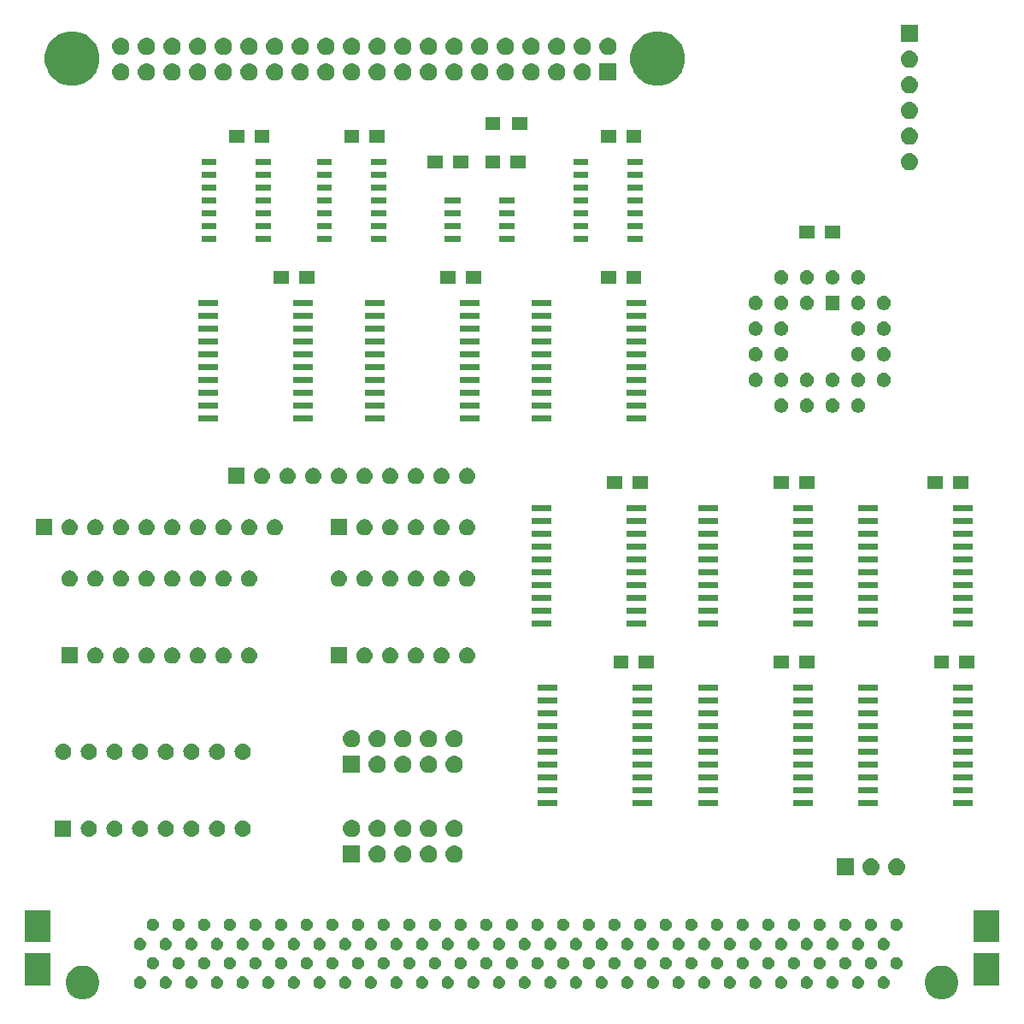
<source format=gbr>
G04 #@! TF.GenerationSoftware,KiCad,Pcbnew,(5.0.2)-1*
G04 #@! TF.CreationDate,2019-01-03T08:46:51-07:00*
G04 #@! TF.ProjectId,Pi Board,50692042-6f61-4726-942e-6b696361645f,rev?*
G04 #@! TF.SameCoordinates,Original*
G04 #@! TF.FileFunction,Soldermask,Top*
G04 #@! TF.FilePolarity,Negative*
%FSLAX46Y46*%
G04 Gerber Fmt 4.6, Leading zero omitted, Abs format (unit mm)*
G04 Created by KiCad (PCBNEW (5.0.2)-1) date 1/3/2019 8:46:51 AM*
%MOMM*%
%LPD*%
G01*
G04 APERTURE LIST*
%ADD10C,0.100000*%
G04 APERTURE END LIST*
D10*
G36*
X196538333Y-129184495D02*
X196698431Y-129216341D01*
X196823365Y-129268090D01*
X197000049Y-129341275D01*
X197271502Y-129522654D01*
X197502346Y-129753498D01*
X197683725Y-130024951D01*
X197808659Y-130326570D01*
X197872350Y-130646764D01*
X197872350Y-130973236D01*
X197808659Y-131293430D01*
X197683725Y-131595049D01*
X197502346Y-131866502D01*
X197271502Y-132097346D01*
X197000049Y-132278725D01*
X196823365Y-132351910D01*
X196698431Y-132403659D01*
X196538333Y-132435504D01*
X196378236Y-132467350D01*
X196051764Y-132467350D01*
X195891667Y-132435504D01*
X195731569Y-132403659D01*
X195606635Y-132351910D01*
X195429951Y-132278725D01*
X195158498Y-132097346D01*
X194927654Y-131866502D01*
X194746275Y-131595049D01*
X194621341Y-131293430D01*
X194557650Y-130973236D01*
X194557650Y-130646764D01*
X194621341Y-130326570D01*
X194746275Y-130024951D01*
X194927654Y-129753498D01*
X195158498Y-129522654D01*
X195429951Y-129341275D01*
X195606635Y-129268090D01*
X195731569Y-129216341D01*
X195891667Y-129184495D01*
X196051764Y-129152650D01*
X196378236Y-129152650D01*
X196538333Y-129184495D01*
X196538333Y-129184495D01*
G37*
G36*
X111448333Y-129184495D02*
X111608431Y-129216341D01*
X111733365Y-129268090D01*
X111910049Y-129341275D01*
X112181502Y-129522654D01*
X112412346Y-129753498D01*
X112593725Y-130024951D01*
X112718659Y-130326570D01*
X112782350Y-130646764D01*
X112782350Y-130973236D01*
X112718659Y-131293430D01*
X112593725Y-131595049D01*
X112412346Y-131866502D01*
X112181502Y-132097346D01*
X111910049Y-132278725D01*
X111733365Y-132351910D01*
X111608431Y-132403659D01*
X111448333Y-132435504D01*
X111288236Y-132467350D01*
X110961764Y-132467350D01*
X110801667Y-132435504D01*
X110641569Y-132403659D01*
X110516635Y-132351910D01*
X110339951Y-132278725D01*
X110068498Y-132097346D01*
X109837654Y-131866502D01*
X109656275Y-131595049D01*
X109531341Y-131293430D01*
X109467650Y-130973236D01*
X109467650Y-130646764D01*
X109531341Y-130326570D01*
X109656275Y-130024951D01*
X109837654Y-129753498D01*
X110068498Y-129522654D01*
X110339951Y-129341275D01*
X110516635Y-129268090D01*
X110641569Y-129216341D01*
X110801667Y-129184495D01*
X110961764Y-129152650D01*
X111288236Y-129152650D01*
X111448333Y-129184495D01*
X111448333Y-129184495D01*
G37*
G36*
X188137814Y-130223826D02*
X188248754Y-130269779D01*
X188348598Y-130336492D01*
X188433508Y-130421402D01*
X188500221Y-130521246D01*
X188546174Y-130632186D01*
X188569600Y-130749960D01*
X188569600Y-130870040D01*
X188546174Y-130987814D01*
X188500221Y-131098754D01*
X188433508Y-131198598D01*
X188348598Y-131283508D01*
X188248754Y-131350221D01*
X188137814Y-131396174D01*
X188020040Y-131419600D01*
X187899960Y-131419600D01*
X187782186Y-131396174D01*
X187671246Y-131350221D01*
X187571402Y-131283508D01*
X187486492Y-131198598D01*
X187419779Y-131098754D01*
X187373826Y-130987814D01*
X187350400Y-130870040D01*
X187350400Y-130749960D01*
X187373826Y-130632186D01*
X187419779Y-130521246D01*
X187486492Y-130421402D01*
X187571402Y-130336492D01*
X187671246Y-130269779D01*
X187782186Y-130223826D01*
X187899960Y-130200400D01*
X188020040Y-130200400D01*
X188137814Y-130223826D01*
X188137814Y-130223826D01*
G37*
G36*
X175437814Y-130223826D02*
X175548754Y-130269779D01*
X175648598Y-130336492D01*
X175733508Y-130421402D01*
X175800221Y-130521246D01*
X175846174Y-130632186D01*
X175869600Y-130749960D01*
X175869600Y-130870040D01*
X175846174Y-130987814D01*
X175800221Y-131098754D01*
X175733508Y-131198598D01*
X175648598Y-131283508D01*
X175548754Y-131350221D01*
X175437814Y-131396174D01*
X175320040Y-131419600D01*
X175199960Y-131419600D01*
X175082186Y-131396174D01*
X174971246Y-131350221D01*
X174871402Y-131283508D01*
X174786492Y-131198598D01*
X174719779Y-131098754D01*
X174673826Y-130987814D01*
X174650400Y-130870040D01*
X174650400Y-130749960D01*
X174673826Y-130632186D01*
X174719779Y-130521246D01*
X174786492Y-130421402D01*
X174871402Y-130336492D01*
X174971246Y-130269779D01*
X175082186Y-130223826D01*
X175199960Y-130200400D01*
X175320040Y-130200400D01*
X175437814Y-130223826D01*
X175437814Y-130223826D01*
G37*
G36*
X190677814Y-130223826D02*
X190788754Y-130269779D01*
X190888598Y-130336492D01*
X190973508Y-130421402D01*
X191040221Y-130521246D01*
X191086174Y-130632186D01*
X191109600Y-130749960D01*
X191109600Y-130870040D01*
X191086174Y-130987814D01*
X191040221Y-131098754D01*
X190973508Y-131198598D01*
X190888598Y-131283508D01*
X190788754Y-131350221D01*
X190677814Y-131396174D01*
X190560040Y-131419600D01*
X190439960Y-131419600D01*
X190322186Y-131396174D01*
X190211246Y-131350221D01*
X190111402Y-131283508D01*
X190026492Y-131198598D01*
X189959779Y-131098754D01*
X189913826Y-130987814D01*
X189890400Y-130870040D01*
X189890400Y-130749960D01*
X189913826Y-130632186D01*
X189959779Y-130521246D01*
X190026492Y-130421402D01*
X190111402Y-130336492D01*
X190211246Y-130269779D01*
X190322186Y-130223826D01*
X190439960Y-130200400D01*
X190560040Y-130200400D01*
X190677814Y-130223826D01*
X190677814Y-130223826D01*
G37*
G36*
X172897814Y-130223826D02*
X173008754Y-130269779D01*
X173108598Y-130336492D01*
X173193508Y-130421402D01*
X173260221Y-130521246D01*
X173306174Y-130632186D01*
X173329600Y-130749960D01*
X173329600Y-130870040D01*
X173306174Y-130987814D01*
X173260221Y-131098754D01*
X173193508Y-131198598D01*
X173108598Y-131283508D01*
X173008754Y-131350221D01*
X172897814Y-131396174D01*
X172780040Y-131419600D01*
X172659960Y-131419600D01*
X172542186Y-131396174D01*
X172431246Y-131350221D01*
X172331402Y-131283508D01*
X172246492Y-131198598D01*
X172179779Y-131098754D01*
X172133826Y-130987814D01*
X172110400Y-130870040D01*
X172110400Y-130749960D01*
X172133826Y-130632186D01*
X172179779Y-130521246D01*
X172246492Y-130421402D01*
X172331402Y-130336492D01*
X172431246Y-130269779D01*
X172542186Y-130223826D01*
X172659960Y-130200400D01*
X172780040Y-130200400D01*
X172897814Y-130223826D01*
X172897814Y-130223826D01*
G37*
G36*
X185597814Y-130223826D02*
X185708754Y-130269779D01*
X185808598Y-130336492D01*
X185893508Y-130421402D01*
X185960221Y-130521246D01*
X186006174Y-130632186D01*
X186029600Y-130749960D01*
X186029600Y-130870040D01*
X186006174Y-130987814D01*
X185960221Y-131098754D01*
X185893508Y-131198598D01*
X185808598Y-131283508D01*
X185708754Y-131350221D01*
X185597814Y-131396174D01*
X185480040Y-131419600D01*
X185359960Y-131419600D01*
X185242186Y-131396174D01*
X185131246Y-131350221D01*
X185031402Y-131283508D01*
X184946492Y-131198598D01*
X184879779Y-131098754D01*
X184833826Y-130987814D01*
X184810400Y-130870040D01*
X184810400Y-130749960D01*
X184833826Y-130632186D01*
X184879779Y-130521246D01*
X184946492Y-130421402D01*
X185031402Y-130336492D01*
X185131246Y-130269779D01*
X185242186Y-130223826D01*
X185359960Y-130200400D01*
X185480040Y-130200400D01*
X185597814Y-130223826D01*
X185597814Y-130223826D01*
G37*
G36*
X183057814Y-130223826D02*
X183168754Y-130269779D01*
X183268598Y-130336492D01*
X183353508Y-130421402D01*
X183420221Y-130521246D01*
X183466174Y-130632186D01*
X183489600Y-130749960D01*
X183489600Y-130870040D01*
X183466174Y-130987814D01*
X183420221Y-131098754D01*
X183353508Y-131198598D01*
X183268598Y-131283508D01*
X183168754Y-131350221D01*
X183057814Y-131396174D01*
X182940040Y-131419600D01*
X182819960Y-131419600D01*
X182702186Y-131396174D01*
X182591246Y-131350221D01*
X182491402Y-131283508D01*
X182406492Y-131198598D01*
X182339779Y-131098754D01*
X182293826Y-130987814D01*
X182270400Y-130870040D01*
X182270400Y-130749960D01*
X182293826Y-130632186D01*
X182339779Y-130521246D01*
X182406492Y-130421402D01*
X182491402Y-130336492D01*
X182591246Y-130269779D01*
X182702186Y-130223826D01*
X182819960Y-130200400D01*
X182940040Y-130200400D01*
X183057814Y-130223826D01*
X183057814Y-130223826D01*
G37*
G36*
X180517814Y-130223826D02*
X180628754Y-130269779D01*
X180728598Y-130336492D01*
X180813508Y-130421402D01*
X180880221Y-130521246D01*
X180926174Y-130632186D01*
X180949600Y-130749960D01*
X180949600Y-130870040D01*
X180926174Y-130987814D01*
X180880221Y-131098754D01*
X180813508Y-131198598D01*
X180728598Y-131283508D01*
X180628754Y-131350221D01*
X180517814Y-131396174D01*
X180400040Y-131419600D01*
X180279960Y-131419600D01*
X180162186Y-131396174D01*
X180051246Y-131350221D01*
X179951402Y-131283508D01*
X179866492Y-131198598D01*
X179799779Y-131098754D01*
X179753826Y-130987814D01*
X179730400Y-130870040D01*
X179730400Y-130749960D01*
X179753826Y-130632186D01*
X179799779Y-130521246D01*
X179866492Y-130421402D01*
X179951402Y-130336492D01*
X180051246Y-130269779D01*
X180162186Y-130223826D01*
X180279960Y-130200400D01*
X180400040Y-130200400D01*
X180517814Y-130223826D01*
X180517814Y-130223826D01*
G37*
G36*
X177977814Y-130223826D02*
X178088754Y-130269779D01*
X178188598Y-130336492D01*
X178273508Y-130421402D01*
X178340221Y-130521246D01*
X178386174Y-130632186D01*
X178409600Y-130749960D01*
X178409600Y-130870040D01*
X178386174Y-130987814D01*
X178340221Y-131098754D01*
X178273508Y-131198598D01*
X178188598Y-131283508D01*
X178088754Y-131350221D01*
X177977814Y-131396174D01*
X177860040Y-131419600D01*
X177739960Y-131419600D01*
X177622186Y-131396174D01*
X177511246Y-131350221D01*
X177411402Y-131283508D01*
X177326492Y-131198598D01*
X177259779Y-131098754D01*
X177213826Y-130987814D01*
X177190400Y-130870040D01*
X177190400Y-130749960D01*
X177213826Y-130632186D01*
X177259779Y-130521246D01*
X177326492Y-130421402D01*
X177411402Y-130336492D01*
X177511246Y-130269779D01*
X177622186Y-130223826D01*
X177739960Y-130200400D01*
X177860040Y-130200400D01*
X177977814Y-130223826D01*
X177977814Y-130223826D01*
G37*
G36*
X170357814Y-130223826D02*
X170468754Y-130269779D01*
X170568598Y-130336492D01*
X170653508Y-130421402D01*
X170720221Y-130521246D01*
X170766174Y-130632186D01*
X170789600Y-130749960D01*
X170789600Y-130870040D01*
X170766174Y-130987814D01*
X170720221Y-131098754D01*
X170653508Y-131198598D01*
X170568598Y-131283508D01*
X170468754Y-131350221D01*
X170357814Y-131396174D01*
X170240040Y-131419600D01*
X170119960Y-131419600D01*
X170002186Y-131396174D01*
X169891246Y-131350221D01*
X169791402Y-131283508D01*
X169706492Y-131198598D01*
X169639779Y-131098754D01*
X169593826Y-130987814D01*
X169570400Y-130870040D01*
X169570400Y-130749960D01*
X169593826Y-130632186D01*
X169639779Y-130521246D01*
X169706492Y-130421402D01*
X169791402Y-130336492D01*
X169891246Y-130269779D01*
X170002186Y-130223826D01*
X170119960Y-130200400D01*
X170240040Y-130200400D01*
X170357814Y-130223826D01*
X170357814Y-130223826D01*
G37*
G36*
X167817814Y-130223826D02*
X167928754Y-130269779D01*
X168028598Y-130336492D01*
X168113508Y-130421402D01*
X168180221Y-130521246D01*
X168226174Y-130632186D01*
X168249600Y-130749960D01*
X168249600Y-130870040D01*
X168226174Y-130987814D01*
X168180221Y-131098754D01*
X168113508Y-131198598D01*
X168028598Y-131283508D01*
X167928754Y-131350221D01*
X167817814Y-131396174D01*
X167700040Y-131419600D01*
X167579960Y-131419600D01*
X167462186Y-131396174D01*
X167351246Y-131350221D01*
X167251402Y-131283508D01*
X167166492Y-131198598D01*
X167099779Y-131098754D01*
X167053826Y-130987814D01*
X167030400Y-130870040D01*
X167030400Y-130749960D01*
X167053826Y-130632186D01*
X167099779Y-130521246D01*
X167166492Y-130421402D01*
X167251402Y-130336492D01*
X167351246Y-130269779D01*
X167462186Y-130223826D01*
X167579960Y-130200400D01*
X167700040Y-130200400D01*
X167817814Y-130223826D01*
X167817814Y-130223826D01*
G37*
G36*
X165277814Y-130223826D02*
X165388754Y-130269779D01*
X165488598Y-130336492D01*
X165573508Y-130421402D01*
X165640221Y-130521246D01*
X165686174Y-130632186D01*
X165709600Y-130749960D01*
X165709600Y-130870040D01*
X165686174Y-130987814D01*
X165640221Y-131098754D01*
X165573508Y-131198598D01*
X165488598Y-131283508D01*
X165388754Y-131350221D01*
X165277814Y-131396174D01*
X165160040Y-131419600D01*
X165039960Y-131419600D01*
X164922186Y-131396174D01*
X164811246Y-131350221D01*
X164711402Y-131283508D01*
X164626492Y-131198598D01*
X164559779Y-131098754D01*
X164513826Y-130987814D01*
X164490400Y-130870040D01*
X164490400Y-130749960D01*
X164513826Y-130632186D01*
X164559779Y-130521246D01*
X164626492Y-130421402D01*
X164711402Y-130336492D01*
X164811246Y-130269779D01*
X164922186Y-130223826D01*
X165039960Y-130200400D01*
X165160040Y-130200400D01*
X165277814Y-130223826D01*
X165277814Y-130223826D01*
G37*
G36*
X162737814Y-130223826D02*
X162848754Y-130269779D01*
X162948598Y-130336492D01*
X163033508Y-130421402D01*
X163100221Y-130521246D01*
X163146174Y-130632186D01*
X163169600Y-130749960D01*
X163169600Y-130870040D01*
X163146174Y-130987814D01*
X163100221Y-131098754D01*
X163033508Y-131198598D01*
X162948598Y-131283508D01*
X162848754Y-131350221D01*
X162737814Y-131396174D01*
X162620040Y-131419600D01*
X162499960Y-131419600D01*
X162382186Y-131396174D01*
X162271246Y-131350221D01*
X162171402Y-131283508D01*
X162086492Y-131198598D01*
X162019779Y-131098754D01*
X161973826Y-130987814D01*
X161950400Y-130870040D01*
X161950400Y-130749960D01*
X161973826Y-130632186D01*
X162019779Y-130521246D01*
X162086492Y-130421402D01*
X162171402Y-130336492D01*
X162271246Y-130269779D01*
X162382186Y-130223826D01*
X162499960Y-130200400D01*
X162620040Y-130200400D01*
X162737814Y-130223826D01*
X162737814Y-130223826D01*
G37*
G36*
X160197814Y-130223826D02*
X160308754Y-130269779D01*
X160408598Y-130336492D01*
X160493508Y-130421402D01*
X160560221Y-130521246D01*
X160606174Y-130632186D01*
X160629600Y-130749960D01*
X160629600Y-130870040D01*
X160606174Y-130987814D01*
X160560221Y-131098754D01*
X160493508Y-131198598D01*
X160408598Y-131283508D01*
X160308754Y-131350221D01*
X160197814Y-131396174D01*
X160080040Y-131419600D01*
X159959960Y-131419600D01*
X159842186Y-131396174D01*
X159731246Y-131350221D01*
X159631402Y-131283508D01*
X159546492Y-131198598D01*
X159479779Y-131098754D01*
X159433826Y-130987814D01*
X159410400Y-130870040D01*
X159410400Y-130749960D01*
X159433826Y-130632186D01*
X159479779Y-130521246D01*
X159546492Y-130421402D01*
X159631402Y-130336492D01*
X159731246Y-130269779D01*
X159842186Y-130223826D01*
X159959960Y-130200400D01*
X160080040Y-130200400D01*
X160197814Y-130223826D01*
X160197814Y-130223826D01*
G37*
G36*
X157657814Y-130223826D02*
X157768754Y-130269779D01*
X157868598Y-130336492D01*
X157953508Y-130421402D01*
X158020221Y-130521246D01*
X158066174Y-130632186D01*
X158089600Y-130749960D01*
X158089600Y-130870040D01*
X158066174Y-130987814D01*
X158020221Y-131098754D01*
X157953508Y-131198598D01*
X157868598Y-131283508D01*
X157768754Y-131350221D01*
X157657814Y-131396174D01*
X157540040Y-131419600D01*
X157419960Y-131419600D01*
X157302186Y-131396174D01*
X157191246Y-131350221D01*
X157091402Y-131283508D01*
X157006492Y-131198598D01*
X156939779Y-131098754D01*
X156893826Y-130987814D01*
X156870400Y-130870040D01*
X156870400Y-130749960D01*
X156893826Y-130632186D01*
X156939779Y-130521246D01*
X157006492Y-130421402D01*
X157091402Y-130336492D01*
X157191246Y-130269779D01*
X157302186Y-130223826D01*
X157419960Y-130200400D01*
X157540040Y-130200400D01*
X157657814Y-130223826D01*
X157657814Y-130223826D01*
G37*
G36*
X155117814Y-130223826D02*
X155228754Y-130269779D01*
X155328598Y-130336492D01*
X155413508Y-130421402D01*
X155480221Y-130521246D01*
X155526174Y-130632186D01*
X155549600Y-130749960D01*
X155549600Y-130870040D01*
X155526174Y-130987814D01*
X155480221Y-131098754D01*
X155413508Y-131198598D01*
X155328598Y-131283508D01*
X155228754Y-131350221D01*
X155117814Y-131396174D01*
X155000040Y-131419600D01*
X154879960Y-131419600D01*
X154762186Y-131396174D01*
X154651246Y-131350221D01*
X154551402Y-131283508D01*
X154466492Y-131198598D01*
X154399779Y-131098754D01*
X154353826Y-130987814D01*
X154330400Y-130870040D01*
X154330400Y-130749960D01*
X154353826Y-130632186D01*
X154399779Y-130521246D01*
X154466492Y-130421402D01*
X154551402Y-130336492D01*
X154651246Y-130269779D01*
X154762186Y-130223826D01*
X154879960Y-130200400D01*
X155000040Y-130200400D01*
X155117814Y-130223826D01*
X155117814Y-130223826D01*
G37*
G36*
X119557814Y-130223826D02*
X119668754Y-130269779D01*
X119768598Y-130336492D01*
X119853508Y-130421402D01*
X119920221Y-130521246D01*
X119966174Y-130632186D01*
X119989600Y-130749960D01*
X119989600Y-130870040D01*
X119966174Y-130987814D01*
X119920221Y-131098754D01*
X119853508Y-131198598D01*
X119768598Y-131283508D01*
X119668754Y-131350221D01*
X119557814Y-131396174D01*
X119440040Y-131419600D01*
X119319960Y-131419600D01*
X119202186Y-131396174D01*
X119091246Y-131350221D01*
X118991402Y-131283508D01*
X118906492Y-131198598D01*
X118839779Y-131098754D01*
X118793826Y-130987814D01*
X118770400Y-130870040D01*
X118770400Y-130749960D01*
X118793826Y-130632186D01*
X118839779Y-130521246D01*
X118906492Y-130421402D01*
X118991402Y-130336492D01*
X119091246Y-130269779D01*
X119202186Y-130223826D01*
X119319960Y-130200400D01*
X119440040Y-130200400D01*
X119557814Y-130223826D01*
X119557814Y-130223826D01*
G37*
G36*
X122097814Y-130223826D02*
X122208754Y-130269779D01*
X122308598Y-130336492D01*
X122393508Y-130421402D01*
X122460221Y-130521246D01*
X122506174Y-130632186D01*
X122529600Y-130749960D01*
X122529600Y-130870040D01*
X122506174Y-130987814D01*
X122460221Y-131098754D01*
X122393508Y-131198598D01*
X122308598Y-131283508D01*
X122208754Y-131350221D01*
X122097814Y-131396174D01*
X121980040Y-131419600D01*
X121859960Y-131419600D01*
X121742186Y-131396174D01*
X121631246Y-131350221D01*
X121531402Y-131283508D01*
X121446492Y-131198598D01*
X121379779Y-131098754D01*
X121333826Y-130987814D01*
X121310400Y-130870040D01*
X121310400Y-130749960D01*
X121333826Y-130632186D01*
X121379779Y-130521246D01*
X121446492Y-130421402D01*
X121531402Y-130336492D01*
X121631246Y-130269779D01*
X121742186Y-130223826D01*
X121859960Y-130200400D01*
X121980040Y-130200400D01*
X122097814Y-130223826D01*
X122097814Y-130223826D01*
G37*
G36*
X124637814Y-130223826D02*
X124748754Y-130269779D01*
X124848598Y-130336492D01*
X124933508Y-130421402D01*
X125000221Y-130521246D01*
X125046174Y-130632186D01*
X125069600Y-130749960D01*
X125069600Y-130870040D01*
X125046174Y-130987814D01*
X125000221Y-131098754D01*
X124933508Y-131198598D01*
X124848598Y-131283508D01*
X124748754Y-131350221D01*
X124637814Y-131396174D01*
X124520040Y-131419600D01*
X124399960Y-131419600D01*
X124282186Y-131396174D01*
X124171246Y-131350221D01*
X124071402Y-131283508D01*
X123986492Y-131198598D01*
X123919779Y-131098754D01*
X123873826Y-130987814D01*
X123850400Y-130870040D01*
X123850400Y-130749960D01*
X123873826Y-130632186D01*
X123919779Y-130521246D01*
X123986492Y-130421402D01*
X124071402Y-130336492D01*
X124171246Y-130269779D01*
X124282186Y-130223826D01*
X124399960Y-130200400D01*
X124520040Y-130200400D01*
X124637814Y-130223826D01*
X124637814Y-130223826D01*
G37*
G36*
X127177814Y-130223826D02*
X127288754Y-130269779D01*
X127388598Y-130336492D01*
X127473508Y-130421402D01*
X127540221Y-130521246D01*
X127586174Y-130632186D01*
X127609600Y-130749960D01*
X127609600Y-130870040D01*
X127586174Y-130987814D01*
X127540221Y-131098754D01*
X127473508Y-131198598D01*
X127388598Y-131283508D01*
X127288754Y-131350221D01*
X127177814Y-131396174D01*
X127060040Y-131419600D01*
X126939960Y-131419600D01*
X126822186Y-131396174D01*
X126711246Y-131350221D01*
X126611402Y-131283508D01*
X126526492Y-131198598D01*
X126459779Y-131098754D01*
X126413826Y-130987814D01*
X126390400Y-130870040D01*
X126390400Y-130749960D01*
X126413826Y-130632186D01*
X126459779Y-130521246D01*
X126526492Y-130421402D01*
X126611402Y-130336492D01*
X126711246Y-130269779D01*
X126822186Y-130223826D01*
X126939960Y-130200400D01*
X127060040Y-130200400D01*
X127177814Y-130223826D01*
X127177814Y-130223826D01*
G37*
G36*
X152577814Y-130223826D02*
X152688754Y-130269779D01*
X152788598Y-130336492D01*
X152873508Y-130421402D01*
X152940221Y-130521246D01*
X152986174Y-130632186D01*
X153009600Y-130749960D01*
X153009600Y-130870040D01*
X152986174Y-130987814D01*
X152940221Y-131098754D01*
X152873508Y-131198598D01*
X152788598Y-131283508D01*
X152688754Y-131350221D01*
X152577814Y-131396174D01*
X152460040Y-131419600D01*
X152339960Y-131419600D01*
X152222186Y-131396174D01*
X152111246Y-131350221D01*
X152011402Y-131283508D01*
X151926492Y-131198598D01*
X151859779Y-131098754D01*
X151813826Y-130987814D01*
X151790400Y-130870040D01*
X151790400Y-130749960D01*
X151813826Y-130632186D01*
X151859779Y-130521246D01*
X151926492Y-130421402D01*
X152011402Y-130336492D01*
X152111246Y-130269779D01*
X152222186Y-130223826D01*
X152339960Y-130200400D01*
X152460040Y-130200400D01*
X152577814Y-130223826D01*
X152577814Y-130223826D01*
G37*
G36*
X132257814Y-130223826D02*
X132368754Y-130269779D01*
X132468598Y-130336492D01*
X132553508Y-130421402D01*
X132620221Y-130521246D01*
X132666174Y-130632186D01*
X132689600Y-130749960D01*
X132689600Y-130870040D01*
X132666174Y-130987814D01*
X132620221Y-131098754D01*
X132553508Y-131198598D01*
X132468598Y-131283508D01*
X132368754Y-131350221D01*
X132257814Y-131396174D01*
X132140040Y-131419600D01*
X132019960Y-131419600D01*
X131902186Y-131396174D01*
X131791246Y-131350221D01*
X131691402Y-131283508D01*
X131606492Y-131198598D01*
X131539779Y-131098754D01*
X131493826Y-130987814D01*
X131470400Y-130870040D01*
X131470400Y-130749960D01*
X131493826Y-130632186D01*
X131539779Y-130521246D01*
X131606492Y-130421402D01*
X131691402Y-130336492D01*
X131791246Y-130269779D01*
X131902186Y-130223826D01*
X132019960Y-130200400D01*
X132140040Y-130200400D01*
X132257814Y-130223826D01*
X132257814Y-130223826D01*
G37*
G36*
X129717814Y-130223826D02*
X129828754Y-130269779D01*
X129928598Y-130336492D01*
X130013508Y-130421402D01*
X130080221Y-130521246D01*
X130126174Y-130632186D01*
X130149600Y-130749960D01*
X130149600Y-130870040D01*
X130126174Y-130987814D01*
X130080221Y-131098754D01*
X130013508Y-131198598D01*
X129928598Y-131283508D01*
X129828754Y-131350221D01*
X129717814Y-131396174D01*
X129600040Y-131419600D01*
X129479960Y-131419600D01*
X129362186Y-131396174D01*
X129251246Y-131350221D01*
X129151402Y-131283508D01*
X129066492Y-131198598D01*
X128999779Y-131098754D01*
X128953826Y-130987814D01*
X128930400Y-130870040D01*
X128930400Y-130749960D01*
X128953826Y-130632186D01*
X128999779Y-130521246D01*
X129066492Y-130421402D01*
X129151402Y-130336492D01*
X129251246Y-130269779D01*
X129362186Y-130223826D01*
X129479960Y-130200400D01*
X129600040Y-130200400D01*
X129717814Y-130223826D01*
X129717814Y-130223826D01*
G37*
G36*
X134797814Y-130223826D02*
X134908754Y-130269779D01*
X135008598Y-130336492D01*
X135093508Y-130421402D01*
X135160221Y-130521246D01*
X135206174Y-130632186D01*
X135229600Y-130749960D01*
X135229600Y-130870040D01*
X135206174Y-130987814D01*
X135160221Y-131098754D01*
X135093508Y-131198598D01*
X135008598Y-131283508D01*
X134908754Y-131350221D01*
X134797814Y-131396174D01*
X134680040Y-131419600D01*
X134559960Y-131419600D01*
X134442186Y-131396174D01*
X134331246Y-131350221D01*
X134231402Y-131283508D01*
X134146492Y-131198598D01*
X134079779Y-131098754D01*
X134033826Y-130987814D01*
X134010400Y-130870040D01*
X134010400Y-130749960D01*
X134033826Y-130632186D01*
X134079779Y-130521246D01*
X134146492Y-130421402D01*
X134231402Y-130336492D01*
X134331246Y-130269779D01*
X134442186Y-130223826D01*
X134559960Y-130200400D01*
X134680040Y-130200400D01*
X134797814Y-130223826D01*
X134797814Y-130223826D01*
G37*
G36*
X137337814Y-130223826D02*
X137448754Y-130269779D01*
X137548598Y-130336492D01*
X137633508Y-130421402D01*
X137700221Y-130521246D01*
X137746174Y-130632186D01*
X137769600Y-130749960D01*
X137769600Y-130870040D01*
X137746174Y-130987814D01*
X137700221Y-131098754D01*
X137633508Y-131198598D01*
X137548598Y-131283508D01*
X137448754Y-131350221D01*
X137337814Y-131396174D01*
X137220040Y-131419600D01*
X137099960Y-131419600D01*
X136982186Y-131396174D01*
X136871246Y-131350221D01*
X136771402Y-131283508D01*
X136686492Y-131198598D01*
X136619779Y-131098754D01*
X136573826Y-130987814D01*
X136550400Y-130870040D01*
X136550400Y-130749960D01*
X136573826Y-130632186D01*
X136619779Y-130521246D01*
X136686492Y-130421402D01*
X136771402Y-130336492D01*
X136871246Y-130269779D01*
X136982186Y-130223826D01*
X137099960Y-130200400D01*
X137220040Y-130200400D01*
X137337814Y-130223826D01*
X137337814Y-130223826D01*
G37*
G36*
X139877814Y-130223826D02*
X139988754Y-130269779D01*
X140088598Y-130336492D01*
X140173508Y-130421402D01*
X140240221Y-130521246D01*
X140286174Y-130632186D01*
X140309600Y-130749960D01*
X140309600Y-130870040D01*
X140286174Y-130987814D01*
X140240221Y-131098754D01*
X140173508Y-131198598D01*
X140088598Y-131283508D01*
X139988754Y-131350221D01*
X139877814Y-131396174D01*
X139760040Y-131419600D01*
X139639960Y-131419600D01*
X139522186Y-131396174D01*
X139411246Y-131350221D01*
X139311402Y-131283508D01*
X139226492Y-131198598D01*
X139159779Y-131098754D01*
X139113826Y-130987814D01*
X139090400Y-130870040D01*
X139090400Y-130749960D01*
X139113826Y-130632186D01*
X139159779Y-130521246D01*
X139226492Y-130421402D01*
X139311402Y-130336492D01*
X139411246Y-130269779D01*
X139522186Y-130223826D01*
X139639960Y-130200400D01*
X139760040Y-130200400D01*
X139877814Y-130223826D01*
X139877814Y-130223826D01*
G37*
G36*
X142417814Y-130223826D02*
X142528754Y-130269779D01*
X142628598Y-130336492D01*
X142713508Y-130421402D01*
X142780221Y-130521246D01*
X142826174Y-130632186D01*
X142849600Y-130749960D01*
X142849600Y-130870040D01*
X142826174Y-130987814D01*
X142780221Y-131098754D01*
X142713508Y-131198598D01*
X142628598Y-131283508D01*
X142528754Y-131350221D01*
X142417814Y-131396174D01*
X142300040Y-131419600D01*
X142179960Y-131419600D01*
X142062186Y-131396174D01*
X141951246Y-131350221D01*
X141851402Y-131283508D01*
X141766492Y-131198598D01*
X141699779Y-131098754D01*
X141653826Y-130987814D01*
X141630400Y-130870040D01*
X141630400Y-130749960D01*
X141653826Y-130632186D01*
X141699779Y-130521246D01*
X141766492Y-130421402D01*
X141851402Y-130336492D01*
X141951246Y-130269779D01*
X142062186Y-130223826D01*
X142179960Y-130200400D01*
X142300040Y-130200400D01*
X142417814Y-130223826D01*
X142417814Y-130223826D01*
G37*
G36*
X144957814Y-130223826D02*
X145068754Y-130269779D01*
X145168598Y-130336492D01*
X145253508Y-130421402D01*
X145320221Y-130521246D01*
X145366174Y-130632186D01*
X145389600Y-130749960D01*
X145389600Y-130870040D01*
X145366174Y-130987814D01*
X145320221Y-131098754D01*
X145253508Y-131198598D01*
X145168598Y-131283508D01*
X145068754Y-131350221D01*
X144957814Y-131396174D01*
X144840040Y-131419600D01*
X144719960Y-131419600D01*
X144602186Y-131396174D01*
X144491246Y-131350221D01*
X144391402Y-131283508D01*
X144306492Y-131198598D01*
X144239779Y-131098754D01*
X144193826Y-130987814D01*
X144170400Y-130870040D01*
X144170400Y-130749960D01*
X144193826Y-130632186D01*
X144239779Y-130521246D01*
X144306492Y-130421402D01*
X144391402Y-130336492D01*
X144491246Y-130269779D01*
X144602186Y-130223826D01*
X144719960Y-130200400D01*
X144840040Y-130200400D01*
X144957814Y-130223826D01*
X144957814Y-130223826D01*
G37*
G36*
X147497814Y-130223826D02*
X147608754Y-130269779D01*
X147708598Y-130336492D01*
X147793508Y-130421402D01*
X147860221Y-130521246D01*
X147906174Y-130632186D01*
X147929600Y-130749960D01*
X147929600Y-130870040D01*
X147906174Y-130987814D01*
X147860221Y-131098754D01*
X147793508Y-131198598D01*
X147708598Y-131283508D01*
X147608754Y-131350221D01*
X147497814Y-131396174D01*
X147380040Y-131419600D01*
X147259960Y-131419600D01*
X147142186Y-131396174D01*
X147031246Y-131350221D01*
X146931402Y-131283508D01*
X146846492Y-131198598D01*
X146779779Y-131098754D01*
X146733826Y-130987814D01*
X146710400Y-130870040D01*
X146710400Y-130749960D01*
X146733826Y-130632186D01*
X146779779Y-130521246D01*
X146846492Y-130421402D01*
X146931402Y-130336492D01*
X147031246Y-130269779D01*
X147142186Y-130223826D01*
X147259960Y-130200400D01*
X147380040Y-130200400D01*
X147497814Y-130223826D01*
X147497814Y-130223826D01*
G37*
G36*
X150037814Y-130223826D02*
X150148754Y-130269779D01*
X150248598Y-130336492D01*
X150333508Y-130421402D01*
X150400221Y-130521246D01*
X150446174Y-130632186D01*
X150469600Y-130749960D01*
X150469600Y-130870040D01*
X150446174Y-130987814D01*
X150400221Y-131098754D01*
X150333508Y-131198598D01*
X150248598Y-131283508D01*
X150148754Y-131350221D01*
X150037814Y-131396174D01*
X149920040Y-131419600D01*
X149799960Y-131419600D01*
X149682186Y-131396174D01*
X149571246Y-131350221D01*
X149471402Y-131283508D01*
X149386492Y-131198598D01*
X149319779Y-131098754D01*
X149273826Y-130987814D01*
X149250400Y-130870040D01*
X149250400Y-130749960D01*
X149273826Y-130632186D01*
X149319779Y-130521246D01*
X149386492Y-130421402D01*
X149471402Y-130336492D01*
X149571246Y-130269779D01*
X149682186Y-130223826D01*
X149799960Y-130200400D01*
X149920040Y-130200400D01*
X150037814Y-130223826D01*
X150037814Y-130223826D01*
G37*
G36*
X117017814Y-130223826D02*
X117128754Y-130269779D01*
X117228598Y-130336492D01*
X117313508Y-130421402D01*
X117380221Y-130521246D01*
X117426174Y-130632186D01*
X117449600Y-130749960D01*
X117449600Y-130870040D01*
X117426174Y-130987814D01*
X117380221Y-131098754D01*
X117313508Y-131198598D01*
X117228598Y-131283508D01*
X117128754Y-131350221D01*
X117017814Y-131396174D01*
X116900040Y-131419600D01*
X116779960Y-131419600D01*
X116662186Y-131396174D01*
X116551246Y-131350221D01*
X116451402Y-131283508D01*
X116366492Y-131198598D01*
X116299779Y-131098754D01*
X116253826Y-130987814D01*
X116230400Y-130870040D01*
X116230400Y-130749960D01*
X116253826Y-130632186D01*
X116299779Y-130521246D01*
X116366492Y-130421402D01*
X116451402Y-130336492D01*
X116551246Y-130269779D01*
X116662186Y-130223826D01*
X116779960Y-130200400D01*
X116900040Y-130200400D01*
X117017814Y-130223826D01*
X117017814Y-130223826D01*
G37*
G36*
X201910000Y-131140000D02*
X199410000Y-131140000D01*
X199410000Y-127940000D01*
X201910000Y-127940000D01*
X201910000Y-131140000D01*
X201910000Y-131140000D01*
G37*
G36*
X107930000Y-131140000D02*
X105430000Y-131140000D01*
X105430000Y-127940000D01*
X107930000Y-127940000D01*
X107930000Y-131140000D01*
X107930000Y-131140000D01*
G37*
G36*
X189407814Y-128318826D02*
X189518754Y-128364779D01*
X189618598Y-128431492D01*
X189703508Y-128516402D01*
X189770221Y-128616246D01*
X189816174Y-128727186D01*
X189839600Y-128844960D01*
X189839600Y-128965040D01*
X189816174Y-129082814D01*
X189770221Y-129193754D01*
X189703508Y-129293598D01*
X189618598Y-129378508D01*
X189518754Y-129445221D01*
X189407814Y-129491174D01*
X189290040Y-129514600D01*
X189169960Y-129514600D01*
X189052186Y-129491174D01*
X188941246Y-129445221D01*
X188841402Y-129378508D01*
X188756492Y-129293598D01*
X188689779Y-129193754D01*
X188643826Y-129082814D01*
X188620400Y-128965040D01*
X188620400Y-128844960D01*
X188643826Y-128727186D01*
X188689779Y-128616246D01*
X188756492Y-128516402D01*
X188841402Y-128431492D01*
X188941246Y-128364779D01*
X189052186Y-128318826D01*
X189169960Y-128295400D01*
X189290040Y-128295400D01*
X189407814Y-128318826D01*
X189407814Y-128318826D01*
G37*
G36*
X181787814Y-128318826D02*
X181898754Y-128364779D01*
X181998598Y-128431492D01*
X182083508Y-128516402D01*
X182150221Y-128616246D01*
X182196174Y-128727186D01*
X182219600Y-128844960D01*
X182219600Y-128965040D01*
X182196174Y-129082814D01*
X182150221Y-129193754D01*
X182083508Y-129293598D01*
X181998598Y-129378508D01*
X181898754Y-129445221D01*
X181787814Y-129491174D01*
X181670040Y-129514600D01*
X181549960Y-129514600D01*
X181432186Y-129491174D01*
X181321246Y-129445221D01*
X181221402Y-129378508D01*
X181136492Y-129293598D01*
X181069779Y-129193754D01*
X181023826Y-129082814D01*
X181000400Y-128965040D01*
X181000400Y-128844960D01*
X181023826Y-128727186D01*
X181069779Y-128616246D01*
X181136492Y-128516402D01*
X181221402Y-128431492D01*
X181321246Y-128364779D01*
X181432186Y-128318826D01*
X181549960Y-128295400D01*
X181670040Y-128295400D01*
X181787814Y-128318826D01*
X181787814Y-128318826D01*
G37*
G36*
X138607814Y-128318826D02*
X138718754Y-128364779D01*
X138818598Y-128431492D01*
X138903508Y-128516402D01*
X138970221Y-128616246D01*
X139016174Y-128727186D01*
X139039600Y-128844960D01*
X139039600Y-128965040D01*
X139016174Y-129082814D01*
X138970221Y-129193754D01*
X138903508Y-129293598D01*
X138818598Y-129378508D01*
X138718754Y-129445221D01*
X138607814Y-129491174D01*
X138490040Y-129514600D01*
X138369960Y-129514600D01*
X138252186Y-129491174D01*
X138141246Y-129445221D01*
X138041402Y-129378508D01*
X137956492Y-129293598D01*
X137889779Y-129193754D01*
X137843826Y-129082814D01*
X137820400Y-128965040D01*
X137820400Y-128844960D01*
X137843826Y-128727186D01*
X137889779Y-128616246D01*
X137956492Y-128516402D01*
X138041402Y-128431492D01*
X138141246Y-128364779D01*
X138252186Y-128318826D01*
X138369960Y-128295400D01*
X138490040Y-128295400D01*
X138607814Y-128318826D01*
X138607814Y-128318826D01*
G37*
G36*
X141147814Y-128318826D02*
X141258754Y-128364779D01*
X141358598Y-128431492D01*
X141443508Y-128516402D01*
X141510221Y-128616246D01*
X141556174Y-128727186D01*
X141579600Y-128844960D01*
X141579600Y-128965040D01*
X141556174Y-129082814D01*
X141510221Y-129193754D01*
X141443508Y-129293598D01*
X141358598Y-129378508D01*
X141258754Y-129445221D01*
X141147814Y-129491174D01*
X141030040Y-129514600D01*
X140909960Y-129514600D01*
X140792186Y-129491174D01*
X140681246Y-129445221D01*
X140581402Y-129378508D01*
X140496492Y-129293598D01*
X140429779Y-129193754D01*
X140383826Y-129082814D01*
X140360400Y-128965040D01*
X140360400Y-128844960D01*
X140383826Y-128727186D01*
X140429779Y-128616246D01*
X140496492Y-128516402D01*
X140581402Y-128431492D01*
X140681246Y-128364779D01*
X140792186Y-128318826D01*
X140909960Y-128295400D01*
X141030040Y-128295400D01*
X141147814Y-128318826D01*
X141147814Y-128318826D01*
G37*
G36*
X176707814Y-128318826D02*
X176818754Y-128364779D01*
X176918598Y-128431492D01*
X177003508Y-128516402D01*
X177070221Y-128616246D01*
X177116174Y-128727186D01*
X177139600Y-128844960D01*
X177139600Y-128965040D01*
X177116174Y-129082814D01*
X177070221Y-129193754D01*
X177003508Y-129293598D01*
X176918598Y-129378508D01*
X176818754Y-129445221D01*
X176707814Y-129491174D01*
X176590040Y-129514600D01*
X176469960Y-129514600D01*
X176352186Y-129491174D01*
X176241246Y-129445221D01*
X176141402Y-129378508D01*
X176056492Y-129293598D01*
X175989779Y-129193754D01*
X175943826Y-129082814D01*
X175920400Y-128965040D01*
X175920400Y-128844960D01*
X175943826Y-128727186D01*
X175989779Y-128616246D01*
X176056492Y-128516402D01*
X176141402Y-128431492D01*
X176241246Y-128364779D01*
X176352186Y-128318826D01*
X176469960Y-128295400D01*
X176590040Y-128295400D01*
X176707814Y-128318826D01*
X176707814Y-128318826D01*
G37*
G36*
X143687814Y-128318826D02*
X143798754Y-128364779D01*
X143898598Y-128431492D01*
X143983508Y-128516402D01*
X144050221Y-128616246D01*
X144096174Y-128727186D01*
X144119600Y-128844960D01*
X144119600Y-128965040D01*
X144096174Y-129082814D01*
X144050221Y-129193754D01*
X143983508Y-129293598D01*
X143898598Y-129378508D01*
X143798754Y-129445221D01*
X143687814Y-129491174D01*
X143570040Y-129514600D01*
X143449960Y-129514600D01*
X143332186Y-129491174D01*
X143221246Y-129445221D01*
X143121402Y-129378508D01*
X143036492Y-129293598D01*
X142969779Y-129193754D01*
X142923826Y-129082814D01*
X142900400Y-128965040D01*
X142900400Y-128844960D01*
X142923826Y-128727186D01*
X142969779Y-128616246D01*
X143036492Y-128516402D01*
X143121402Y-128431492D01*
X143221246Y-128364779D01*
X143332186Y-128318826D01*
X143449960Y-128295400D01*
X143570040Y-128295400D01*
X143687814Y-128318826D01*
X143687814Y-128318826D01*
G37*
G36*
X174167814Y-128318826D02*
X174278754Y-128364779D01*
X174378598Y-128431492D01*
X174463508Y-128516402D01*
X174530221Y-128616246D01*
X174576174Y-128727186D01*
X174599600Y-128844960D01*
X174599600Y-128965040D01*
X174576174Y-129082814D01*
X174530221Y-129193754D01*
X174463508Y-129293598D01*
X174378598Y-129378508D01*
X174278754Y-129445221D01*
X174167814Y-129491174D01*
X174050040Y-129514600D01*
X173929960Y-129514600D01*
X173812186Y-129491174D01*
X173701246Y-129445221D01*
X173601402Y-129378508D01*
X173516492Y-129293598D01*
X173449779Y-129193754D01*
X173403826Y-129082814D01*
X173380400Y-128965040D01*
X173380400Y-128844960D01*
X173403826Y-128727186D01*
X173449779Y-128616246D01*
X173516492Y-128516402D01*
X173601402Y-128431492D01*
X173701246Y-128364779D01*
X173812186Y-128318826D01*
X173929960Y-128295400D01*
X174050040Y-128295400D01*
X174167814Y-128318826D01*
X174167814Y-128318826D01*
G37*
G36*
X146227814Y-128318826D02*
X146338754Y-128364779D01*
X146438598Y-128431492D01*
X146523508Y-128516402D01*
X146590221Y-128616246D01*
X146636174Y-128727186D01*
X146659600Y-128844960D01*
X146659600Y-128965040D01*
X146636174Y-129082814D01*
X146590221Y-129193754D01*
X146523508Y-129293598D01*
X146438598Y-129378508D01*
X146338754Y-129445221D01*
X146227814Y-129491174D01*
X146110040Y-129514600D01*
X145989960Y-129514600D01*
X145872186Y-129491174D01*
X145761246Y-129445221D01*
X145661402Y-129378508D01*
X145576492Y-129293598D01*
X145509779Y-129193754D01*
X145463826Y-129082814D01*
X145440400Y-128965040D01*
X145440400Y-128844960D01*
X145463826Y-128727186D01*
X145509779Y-128616246D01*
X145576492Y-128516402D01*
X145661402Y-128431492D01*
X145761246Y-128364779D01*
X145872186Y-128318826D01*
X145989960Y-128295400D01*
X146110040Y-128295400D01*
X146227814Y-128318826D01*
X146227814Y-128318826D01*
G37*
G36*
X158927814Y-128318826D02*
X159038754Y-128364779D01*
X159138598Y-128431492D01*
X159223508Y-128516402D01*
X159290221Y-128616246D01*
X159336174Y-128727186D01*
X159359600Y-128844960D01*
X159359600Y-128965040D01*
X159336174Y-129082814D01*
X159290221Y-129193754D01*
X159223508Y-129293598D01*
X159138598Y-129378508D01*
X159038754Y-129445221D01*
X158927814Y-129491174D01*
X158810040Y-129514600D01*
X158689960Y-129514600D01*
X158572186Y-129491174D01*
X158461246Y-129445221D01*
X158361402Y-129378508D01*
X158276492Y-129293598D01*
X158209779Y-129193754D01*
X158163826Y-129082814D01*
X158140400Y-128965040D01*
X158140400Y-128844960D01*
X158163826Y-128727186D01*
X158209779Y-128616246D01*
X158276492Y-128516402D01*
X158361402Y-128431492D01*
X158461246Y-128364779D01*
X158572186Y-128318826D01*
X158689960Y-128295400D01*
X158810040Y-128295400D01*
X158927814Y-128318826D01*
X158927814Y-128318826D01*
G37*
G36*
X148767814Y-128318826D02*
X148878754Y-128364779D01*
X148978598Y-128431492D01*
X149063508Y-128516402D01*
X149130221Y-128616246D01*
X149176174Y-128727186D01*
X149199600Y-128844960D01*
X149199600Y-128965040D01*
X149176174Y-129082814D01*
X149130221Y-129193754D01*
X149063508Y-129293598D01*
X148978598Y-129378508D01*
X148878754Y-129445221D01*
X148767814Y-129491174D01*
X148650040Y-129514600D01*
X148529960Y-129514600D01*
X148412186Y-129491174D01*
X148301246Y-129445221D01*
X148201402Y-129378508D01*
X148116492Y-129293598D01*
X148049779Y-129193754D01*
X148003826Y-129082814D01*
X147980400Y-128965040D01*
X147980400Y-128844960D01*
X148003826Y-128727186D01*
X148049779Y-128616246D01*
X148116492Y-128516402D01*
X148201402Y-128431492D01*
X148301246Y-128364779D01*
X148412186Y-128318826D01*
X148529960Y-128295400D01*
X148650040Y-128295400D01*
X148767814Y-128318826D01*
X148767814Y-128318826D01*
G37*
G36*
X169087814Y-128318826D02*
X169198754Y-128364779D01*
X169298598Y-128431492D01*
X169383508Y-128516402D01*
X169450221Y-128616246D01*
X169496174Y-128727186D01*
X169519600Y-128844960D01*
X169519600Y-128965040D01*
X169496174Y-129082814D01*
X169450221Y-129193754D01*
X169383508Y-129293598D01*
X169298598Y-129378508D01*
X169198754Y-129445221D01*
X169087814Y-129491174D01*
X168970040Y-129514600D01*
X168849960Y-129514600D01*
X168732186Y-129491174D01*
X168621246Y-129445221D01*
X168521402Y-129378508D01*
X168436492Y-129293598D01*
X168369779Y-129193754D01*
X168323826Y-129082814D01*
X168300400Y-128965040D01*
X168300400Y-128844960D01*
X168323826Y-128727186D01*
X168369779Y-128616246D01*
X168436492Y-128516402D01*
X168521402Y-128431492D01*
X168621246Y-128364779D01*
X168732186Y-128318826D01*
X168849960Y-128295400D01*
X168970040Y-128295400D01*
X169087814Y-128318826D01*
X169087814Y-128318826D01*
G37*
G36*
X151307814Y-128318826D02*
X151418754Y-128364779D01*
X151518598Y-128431492D01*
X151603508Y-128516402D01*
X151670221Y-128616246D01*
X151716174Y-128727186D01*
X151739600Y-128844960D01*
X151739600Y-128965040D01*
X151716174Y-129082814D01*
X151670221Y-129193754D01*
X151603508Y-129293598D01*
X151518598Y-129378508D01*
X151418754Y-129445221D01*
X151307814Y-129491174D01*
X151190040Y-129514600D01*
X151069960Y-129514600D01*
X150952186Y-129491174D01*
X150841246Y-129445221D01*
X150741402Y-129378508D01*
X150656492Y-129293598D01*
X150589779Y-129193754D01*
X150543826Y-129082814D01*
X150520400Y-128965040D01*
X150520400Y-128844960D01*
X150543826Y-128727186D01*
X150589779Y-128616246D01*
X150656492Y-128516402D01*
X150741402Y-128431492D01*
X150841246Y-128364779D01*
X150952186Y-128318826D01*
X151069960Y-128295400D01*
X151190040Y-128295400D01*
X151307814Y-128318826D01*
X151307814Y-128318826D01*
G37*
G36*
X166547814Y-128318826D02*
X166658754Y-128364779D01*
X166758598Y-128431492D01*
X166843508Y-128516402D01*
X166910221Y-128616246D01*
X166956174Y-128727186D01*
X166979600Y-128844960D01*
X166979600Y-128965040D01*
X166956174Y-129082814D01*
X166910221Y-129193754D01*
X166843508Y-129293598D01*
X166758598Y-129378508D01*
X166658754Y-129445221D01*
X166547814Y-129491174D01*
X166430040Y-129514600D01*
X166309960Y-129514600D01*
X166192186Y-129491174D01*
X166081246Y-129445221D01*
X165981402Y-129378508D01*
X165896492Y-129293598D01*
X165829779Y-129193754D01*
X165783826Y-129082814D01*
X165760400Y-128965040D01*
X165760400Y-128844960D01*
X165783826Y-128727186D01*
X165829779Y-128616246D01*
X165896492Y-128516402D01*
X165981402Y-128431492D01*
X166081246Y-128364779D01*
X166192186Y-128318826D01*
X166309960Y-128295400D01*
X166430040Y-128295400D01*
X166547814Y-128318826D01*
X166547814Y-128318826D01*
G37*
G36*
X153847814Y-128318826D02*
X153958754Y-128364779D01*
X154058598Y-128431492D01*
X154143508Y-128516402D01*
X154210221Y-128616246D01*
X154256174Y-128727186D01*
X154279600Y-128844960D01*
X154279600Y-128965040D01*
X154256174Y-129082814D01*
X154210221Y-129193754D01*
X154143508Y-129293598D01*
X154058598Y-129378508D01*
X153958754Y-129445221D01*
X153847814Y-129491174D01*
X153730040Y-129514600D01*
X153609960Y-129514600D01*
X153492186Y-129491174D01*
X153381246Y-129445221D01*
X153281402Y-129378508D01*
X153196492Y-129293598D01*
X153129779Y-129193754D01*
X153083826Y-129082814D01*
X153060400Y-128965040D01*
X153060400Y-128844960D01*
X153083826Y-128727186D01*
X153129779Y-128616246D01*
X153196492Y-128516402D01*
X153281402Y-128431492D01*
X153381246Y-128364779D01*
X153492186Y-128318826D01*
X153609960Y-128295400D01*
X153730040Y-128295400D01*
X153847814Y-128318826D01*
X153847814Y-128318826D01*
G37*
G36*
X164007814Y-128318826D02*
X164118754Y-128364779D01*
X164218598Y-128431492D01*
X164303508Y-128516402D01*
X164370221Y-128616246D01*
X164416174Y-128727186D01*
X164439600Y-128844960D01*
X164439600Y-128965040D01*
X164416174Y-129082814D01*
X164370221Y-129193754D01*
X164303508Y-129293598D01*
X164218598Y-129378508D01*
X164118754Y-129445221D01*
X164007814Y-129491174D01*
X163890040Y-129514600D01*
X163769960Y-129514600D01*
X163652186Y-129491174D01*
X163541246Y-129445221D01*
X163441402Y-129378508D01*
X163356492Y-129293598D01*
X163289779Y-129193754D01*
X163243826Y-129082814D01*
X163220400Y-128965040D01*
X163220400Y-128844960D01*
X163243826Y-128727186D01*
X163289779Y-128616246D01*
X163356492Y-128516402D01*
X163441402Y-128431492D01*
X163541246Y-128364779D01*
X163652186Y-128318826D01*
X163769960Y-128295400D01*
X163890040Y-128295400D01*
X164007814Y-128318826D01*
X164007814Y-128318826D01*
G37*
G36*
X161467814Y-128318826D02*
X161578754Y-128364779D01*
X161678598Y-128431492D01*
X161763508Y-128516402D01*
X161830221Y-128616246D01*
X161876174Y-128727186D01*
X161899600Y-128844960D01*
X161899600Y-128965040D01*
X161876174Y-129082814D01*
X161830221Y-129193754D01*
X161763508Y-129293598D01*
X161678598Y-129378508D01*
X161578754Y-129445221D01*
X161467814Y-129491174D01*
X161350040Y-129514600D01*
X161229960Y-129514600D01*
X161112186Y-129491174D01*
X161001246Y-129445221D01*
X160901402Y-129378508D01*
X160816492Y-129293598D01*
X160749779Y-129193754D01*
X160703826Y-129082814D01*
X160680400Y-128965040D01*
X160680400Y-128844960D01*
X160703826Y-128727186D01*
X160749779Y-128616246D01*
X160816492Y-128516402D01*
X160901402Y-128431492D01*
X161001246Y-128364779D01*
X161112186Y-128318826D01*
X161229960Y-128295400D01*
X161350040Y-128295400D01*
X161467814Y-128318826D01*
X161467814Y-128318826D01*
G37*
G36*
X184327814Y-128318826D02*
X184438754Y-128364779D01*
X184538598Y-128431492D01*
X184623508Y-128516402D01*
X184690221Y-128616246D01*
X184736174Y-128727186D01*
X184759600Y-128844960D01*
X184759600Y-128965040D01*
X184736174Y-129082814D01*
X184690221Y-129193754D01*
X184623508Y-129293598D01*
X184538598Y-129378508D01*
X184438754Y-129445221D01*
X184327814Y-129491174D01*
X184210040Y-129514600D01*
X184089960Y-129514600D01*
X183972186Y-129491174D01*
X183861246Y-129445221D01*
X183761402Y-129378508D01*
X183676492Y-129293598D01*
X183609779Y-129193754D01*
X183563826Y-129082814D01*
X183540400Y-128965040D01*
X183540400Y-128844960D01*
X183563826Y-128727186D01*
X183609779Y-128616246D01*
X183676492Y-128516402D01*
X183761402Y-128431492D01*
X183861246Y-128364779D01*
X183972186Y-128318826D01*
X184089960Y-128295400D01*
X184210040Y-128295400D01*
X184327814Y-128318826D01*
X184327814Y-128318826D01*
G37*
G36*
X136067814Y-128318826D02*
X136178754Y-128364779D01*
X136278598Y-128431492D01*
X136363508Y-128516402D01*
X136430221Y-128616246D01*
X136476174Y-128727186D01*
X136499600Y-128844960D01*
X136499600Y-128965040D01*
X136476174Y-129082814D01*
X136430221Y-129193754D01*
X136363508Y-129293598D01*
X136278598Y-129378508D01*
X136178754Y-129445221D01*
X136067814Y-129491174D01*
X135950040Y-129514600D01*
X135829960Y-129514600D01*
X135712186Y-129491174D01*
X135601246Y-129445221D01*
X135501402Y-129378508D01*
X135416492Y-129293598D01*
X135349779Y-129193754D01*
X135303826Y-129082814D01*
X135280400Y-128965040D01*
X135280400Y-128844960D01*
X135303826Y-128727186D01*
X135349779Y-128616246D01*
X135416492Y-128516402D01*
X135501402Y-128431492D01*
X135601246Y-128364779D01*
X135712186Y-128318826D01*
X135829960Y-128295400D01*
X135950040Y-128295400D01*
X136067814Y-128318826D01*
X136067814Y-128318826D01*
G37*
G36*
X133527814Y-128318826D02*
X133638754Y-128364779D01*
X133738598Y-128431492D01*
X133823508Y-128516402D01*
X133890221Y-128616246D01*
X133936174Y-128727186D01*
X133959600Y-128844960D01*
X133959600Y-128965040D01*
X133936174Y-129082814D01*
X133890221Y-129193754D01*
X133823508Y-129293598D01*
X133738598Y-129378508D01*
X133638754Y-129445221D01*
X133527814Y-129491174D01*
X133410040Y-129514600D01*
X133289960Y-129514600D01*
X133172186Y-129491174D01*
X133061246Y-129445221D01*
X132961402Y-129378508D01*
X132876492Y-129293598D01*
X132809779Y-129193754D01*
X132763826Y-129082814D01*
X132740400Y-128965040D01*
X132740400Y-128844960D01*
X132763826Y-128727186D01*
X132809779Y-128616246D01*
X132876492Y-128516402D01*
X132961402Y-128431492D01*
X133061246Y-128364779D01*
X133172186Y-128318826D01*
X133289960Y-128295400D01*
X133410040Y-128295400D01*
X133527814Y-128318826D01*
X133527814Y-128318826D01*
G37*
G36*
X186867814Y-128318826D02*
X186978754Y-128364779D01*
X187078598Y-128431492D01*
X187163508Y-128516402D01*
X187230221Y-128616246D01*
X187276174Y-128727186D01*
X187299600Y-128844960D01*
X187299600Y-128965040D01*
X187276174Y-129082814D01*
X187230221Y-129193754D01*
X187163508Y-129293598D01*
X187078598Y-129378508D01*
X186978754Y-129445221D01*
X186867814Y-129491174D01*
X186750040Y-129514600D01*
X186629960Y-129514600D01*
X186512186Y-129491174D01*
X186401246Y-129445221D01*
X186301402Y-129378508D01*
X186216492Y-129293598D01*
X186149779Y-129193754D01*
X186103826Y-129082814D01*
X186080400Y-128965040D01*
X186080400Y-128844960D01*
X186103826Y-128727186D01*
X186149779Y-128616246D01*
X186216492Y-128516402D01*
X186301402Y-128431492D01*
X186401246Y-128364779D01*
X186512186Y-128318826D01*
X186629960Y-128295400D01*
X186750040Y-128295400D01*
X186867814Y-128318826D01*
X186867814Y-128318826D01*
G37*
G36*
X130987814Y-128318826D02*
X131098754Y-128364779D01*
X131198598Y-128431492D01*
X131283508Y-128516402D01*
X131350221Y-128616246D01*
X131396174Y-128727186D01*
X131419600Y-128844960D01*
X131419600Y-128965040D01*
X131396174Y-129082814D01*
X131350221Y-129193754D01*
X131283508Y-129293598D01*
X131198598Y-129378508D01*
X131098754Y-129445221D01*
X130987814Y-129491174D01*
X130870040Y-129514600D01*
X130749960Y-129514600D01*
X130632186Y-129491174D01*
X130521246Y-129445221D01*
X130421402Y-129378508D01*
X130336492Y-129293598D01*
X130269779Y-129193754D01*
X130223826Y-129082814D01*
X130200400Y-128965040D01*
X130200400Y-128844960D01*
X130223826Y-128727186D01*
X130269779Y-128616246D01*
X130336492Y-128516402D01*
X130421402Y-128431492D01*
X130521246Y-128364779D01*
X130632186Y-128318826D01*
X130749960Y-128295400D01*
X130870040Y-128295400D01*
X130987814Y-128318826D01*
X130987814Y-128318826D01*
G37*
G36*
X128447814Y-128318826D02*
X128558754Y-128364779D01*
X128658598Y-128431492D01*
X128743508Y-128516402D01*
X128810221Y-128616246D01*
X128856174Y-128727186D01*
X128879600Y-128844960D01*
X128879600Y-128965040D01*
X128856174Y-129082814D01*
X128810221Y-129193754D01*
X128743508Y-129293598D01*
X128658598Y-129378508D01*
X128558754Y-129445221D01*
X128447814Y-129491174D01*
X128330040Y-129514600D01*
X128209960Y-129514600D01*
X128092186Y-129491174D01*
X127981246Y-129445221D01*
X127881402Y-129378508D01*
X127796492Y-129293598D01*
X127729779Y-129193754D01*
X127683826Y-129082814D01*
X127660400Y-128965040D01*
X127660400Y-128844960D01*
X127683826Y-128727186D01*
X127729779Y-128616246D01*
X127796492Y-128516402D01*
X127881402Y-128431492D01*
X127981246Y-128364779D01*
X128092186Y-128318826D01*
X128209960Y-128295400D01*
X128330040Y-128295400D01*
X128447814Y-128318826D01*
X128447814Y-128318826D01*
G37*
G36*
X191947814Y-128318826D02*
X192058754Y-128364779D01*
X192158598Y-128431492D01*
X192243508Y-128516402D01*
X192310221Y-128616246D01*
X192356174Y-128727186D01*
X192379600Y-128844960D01*
X192379600Y-128965040D01*
X192356174Y-129082814D01*
X192310221Y-129193754D01*
X192243508Y-129293598D01*
X192158598Y-129378508D01*
X192058754Y-129445221D01*
X191947814Y-129491174D01*
X191830040Y-129514600D01*
X191709960Y-129514600D01*
X191592186Y-129491174D01*
X191481246Y-129445221D01*
X191381402Y-129378508D01*
X191296492Y-129293598D01*
X191229779Y-129193754D01*
X191183826Y-129082814D01*
X191160400Y-128965040D01*
X191160400Y-128844960D01*
X191183826Y-128727186D01*
X191229779Y-128616246D01*
X191296492Y-128516402D01*
X191381402Y-128431492D01*
X191481246Y-128364779D01*
X191592186Y-128318826D01*
X191709960Y-128295400D01*
X191830040Y-128295400D01*
X191947814Y-128318826D01*
X191947814Y-128318826D01*
G37*
G36*
X123367814Y-128318826D02*
X123478754Y-128364779D01*
X123578598Y-128431492D01*
X123663508Y-128516402D01*
X123730221Y-128616246D01*
X123776174Y-128727186D01*
X123799600Y-128844960D01*
X123799600Y-128965040D01*
X123776174Y-129082814D01*
X123730221Y-129193754D01*
X123663508Y-129293598D01*
X123578598Y-129378508D01*
X123478754Y-129445221D01*
X123367814Y-129491174D01*
X123250040Y-129514600D01*
X123129960Y-129514600D01*
X123012186Y-129491174D01*
X122901246Y-129445221D01*
X122801402Y-129378508D01*
X122716492Y-129293598D01*
X122649779Y-129193754D01*
X122603826Y-129082814D01*
X122580400Y-128965040D01*
X122580400Y-128844960D01*
X122603826Y-128727186D01*
X122649779Y-128616246D01*
X122716492Y-128516402D01*
X122801402Y-128431492D01*
X122901246Y-128364779D01*
X123012186Y-128318826D01*
X123129960Y-128295400D01*
X123250040Y-128295400D01*
X123367814Y-128318826D01*
X123367814Y-128318826D01*
G37*
G36*
X125907814Y-128318826D02*
X126018754Y-128364779D01*
X126118598Y-128431492D01*
X126203508Y-128516402D01*
X126270221Y-128616246D01*
X126316174Y-128727186D01*
X126339600Y-128844960D01*
X126339600Y-128965040D01*
X126316174Y-129082814D01*
X126270221Y-129193754D01*
X126203508Y-129293598D01*
X126118598Y-129378508D01*
X126018754Y-129445221D01*
X125907814Y-129491174D01*
X125790040Y-129514600D01*
X125669960Y-129514600D01*
X125552186Y-129491174D01*
X125441246Y-129445221D01*
X125341402Y-129378508D01*
X125256492Y-129293598D01*
X125189779Y-129193754D01*
X125143826Y-129082814D01*
X125120400Y-128965040D01*
X125120400Y-128844960D01*
X125143826Y-128727186D01*
X125189779Y-128616246D01*
X125256492Y-128516402D01*
X125341402Y-128431492D01*
X125441246Y-128364779D01*
X125552186Y-128318826D01*
X125669960Y-128295400D01*
X125790040Y-128295400D01*
X125907814Y-128318826D01*
X125907814Y-128318826D01*
G37*
G36*
X179247814Y-128318826D02*
X179358754Y-128364779D01*
X179458598Y-128431492D01*
X179543508Y-128516402D01*
X179610221Y-128616246D01*
X179656174Y-128727186D01*
X179679600Y-128844960D01*
X179679600Y-128965040D01*
X179656174Y-129082814D01*
X179610221Y-129193754D01*
X179543508Y-129293598D01*
X179458598Y-129378508D01*
X179358754Y-129445221D01*
X179247814Y-129491174D01*
X179130040Y-129514600D01*
X179009960Y-129514600D01*
X178892186Y-129491174D01*
X178781246Y-129445221D01*
X178681402Y-129378508D01*
X178596492Y-129293598D01*
X178529779Y-129193754D01*
X178483826Y-129082814D01*
X178460400Y-128965040D01*
X178460400Y-128844960D01*
X178483826Y-128727186D01*
X178529779Y-128616246D01*
X178596492Y-128516402D01*
X178681402Y-128431492D01*
X178781246Y-128364779D01*
X178892186Y-128318826D01*
X179009960Y-128295400D01*
X179130040Y-128295400D01*
X179247814Y-128318826D01*
X179247814Y-128318826D01*
G37*
G36*
X120827814Y-128318826D02*
X120938754Y-128364779D01*
X121038598Y-128431492D01*
X121123508Y-128516402D01*
X121190221Y-128616246D01*
X121236174Y-128727186D01*
X121259600Y-128844960D01*
X121259600Y-128965040D01*
X121236174Y-129082814D01*
X121190221Y-129193754D01*
X121123508Y-129293598D01*
X121038598Y-129378508D01*
X120938754Y-129445221D01*
X120827814Y-129491174D01*
X120710040Y-129514600D01*
X120589960Y-129514600D01*
X120472186Y-129491174D01*
X120361246Y-129445221D01*
X120261402Y-129378508D01*
X120176492Y-129293598D01*
X120109779Y-129193754D01*
X120063826Y-129082814D01*
X120040400Y-128965040D01*
X120040400Y-128844960D01*
X120063826Y-128727186D01*
X120109779Y-128616246D01*
X120176492Y-128516402D01*
X120261402Y-128431492D01*
X120361246Y-128364779D01*
X120472186Y-128318826D01*
X120589960Y-128295400D01*
X120710040Y-128295400D01*
X120827814Y-128318826D01*
X120827814Y-128318826D01*
G37*
G36*
X118287814Y-128318826D02*
X118398754Y-128364779D01*
X118498598Y-128431492D01*
X118583508Y-128516402D01*
X118650221Y-128616246D01*
X118696174Y-128727186D01*
X118719600Y-128844960D01*
X118719600Y-128965040D01*
X118696174Y-129082814D01*
X118650221Y-129193754D01*
X118583508Y-129293598D01*
X118498598Y-129378508D01*
X118398754Y-129445221D01*
X118287814Y-129491174D01*
X118170040Y-129514600D01*
X118049960Y-129514600D01*
X117932186Y-129491174D01*
X117821246Y-129445221D01*
X117721402Y-129378508D01*
X117636492Y-129293598D01*
X117569779Y-129193754D01*
X117523826Y-129082814D01*
X117500400Y-128965040D01*
X117500400Y-128844960D01*
X117523826Y-128727186D01*
X117569779Y-128616246D01*
X117636492Y-128516402D01*
X117721402Y-128431492D01*
X117821246Y-128364779D01*
X117932186Y-128318826D01*
X118049960Y-128295400D01*
X118170040Y-128295400D01*
X118287814Y-128318826D01*
X118287814Y-128318826D01*
G37*
G36*
X171627814Y-128318826D02*
X171738754Y-128364779D01*
X171838598Y-128431492D01*
X171923508Y-128516402D01*
X171990221Y-128616246D01*
X172036174Y-128727186D01*
X172059600Y-128844960D01*
X172059600Y-128965040D01*
X172036174Y-129082814D01*
X171990221Y-129193754D01*
X171923508Y-129293598D01*
X171838598Y-129378508D01*
X171738754Y-129445221D01*
X171627814Y-129491174D01*
X171510040Y-129514600D01*
X171389960Y-129514600D01*
X171272186Y-129491174D01*
X171161246Y-129445221D01*
X171061402Y-129378508D01*
X170976492Y-129293598D01*
X170909779Y-129193754D01*
X170863826Y-129082814D01*
X170840400Y-128965040D01*
X170840400Y-128844960D01*
X170863826Y-128727186D01*
X170909779Y-128616246D01*
X170976492Y-128516402D01*
X171061402Y-128431492D01*
X171161246Y-128364779D01*
X171272186Y-128318826D01*
X171389960Y-128295400D01*
X171510040Y-128295400D01*
X171627814Y-128318826D01*
X171627814Y-128318826D01*
G37*
G36*
X156387814Y-128318826D02*
X156498754Y-128364779D01*
X156598598Y-128431492D01*
X156683508Y-128516402D01*
X156750221Y-128616246D01*
X156796174Y-128727186D01*
X156819600Y-128844960D01*
X156819600Y-128965040D01*
X156796174Y-129082814D01*
X156750221Y-129193754D01*
X156683508Y-129293598D01*
X156598598Y-129378508D01*
X156498754Y-129445221D01*
X156387814Y-129491174D01*
X156270040Y-129514600D01*
X156149960Y-129514600D01*
X156032186Y-129491174D01*
X155921246Y-129445221D01*
X155821402Y-129378508D01*
X155736492Y-129293598D01*
X155669779Y-129193754D01*
X155623826Y-129082814D01*
X155600400Y-128965040D01*
X155600400Y-128844960D01*
X155623826Y-128727186D01*
X155669779Y-128616246D01*
X155736492Y-128516402D01*
X155821402Y-128431492D01*
X155921246Y-128364779D01*
X156032186Y-128318826D01*
X156149960Y-128295400D01*
X156270040Y-128295400D01*
X156387814Y-128318826D01*
X156387814Y-128318826D01*
G37*
G36*
X117017814Y-126413826D02*
X117128754Y-126459779D01*
X117228598Y-126526492D01*
X117313508Y-126611402D01*
X117380221Y-126711246D01*
X117426174Y-126822186D01*
X117449600Y-126939960D01*
X117449600Y-127060040D01*
X117426174Y-127177814D01*
X117380221Y-127288754D01*
X117313508Y-127388598D01*
X117228598Y-127473508D01*
X117128754Y-127540221D01*
X117017814Y-127586174D01*
X116900040Y-127609600D01*
X116779960Y-127609600D01*
X116662186Y-127586174D01*
X116551246Y-127540221D01*
X116451402Y-127473508D01*
X116366492Y-127388598D01*
X116299779Y-127288754D01*
X116253826Y-127177814D01*
X116230400Y-127060040D01*
X116230400Y-126939960D01*
X116253826Y-126822186D01*
X116299779Y-126711246D01*
X116366492Y-126611402D01*
X116451402Y-126526492D01*
X116551246Y-126459779D01*
X116662186Y-126413826D01*
X116779960Y-126390400D01*
X116900040Y-126390400D01*
X117017814Y-126413826D01*
X117017814Y-126413826D01*
G37*
G36*
X150037814Y-126413826D02*
X150148754Y-126459779D01*
X150248598Y-126526492D01*
X150333508Y-126611402D01*
X150400221Y-126711246D01*
X150446174Y-126822186D01*
X150469600Y-126939960D01*
X150469600Y-127060040D01*
X150446174Y-127177814D01*
X150400221Y-127288754D01*
X150333508Y-127388598D01*
X150248598Y-127473508D01*
X150148754Y-127540221D01*
X150037814Y-127586174D01*
X149920040Y-127609600D01*
X149799960Y-127609600D01*
X149682186Y-127586174D01*
X149571246Y-127540221D01*
X149471402Y-127473508D01*
X149386492Y-127388598D01*
X149319779Y-127288754D01*
X149273826Y-127177814D01*
X149250400Y-127060040D01*
X149250400Y-126939960D01*
X149273826Y-126822186D01*
X149319779Y-126711246D01*
X149386492Y-126611402D01*
X149471402Y-126526492D01*
X149571246Y-126459779D01*
X149682186Y-126413826D01*
X149799960Y-126390400D01*
X149920040Y-126390400D01*
X150037814Y-126413826D01*
X150037814Y-126413826D01*
G37*
G36*
X147497814Y-126413826D02*
X147608754Y-126459779D01*
X147708598Y-126526492D01*
X147793508Y-126611402D01*
X147860221Y-126711246D01*
X147906174Y-126822186D01*
X147929600Y-126939960D01*
X147929600Y-127060040D01*
X147906174Y-127177814D01*
X147860221Y-127288754D01*
X147793508Y-127388598D01*
X147708598Y-127473508D01*
X147608754Y-127540221D01*
X147497814Y-127586174D01*
X147380040Y-127609600D01*
X147259960Y-127609600D01*
X147142186Y-127586174D01*
X147031246Y-127540221D01*
X146931402Y-127473508D01*
X146846492Y-127388598D01*
X146779779Y-127288754D01*
X146733826Y-127177814D01*
X146710400Y-127060040D01*
X146710400Y-126939960D01*
X146733826Y-126822186D01*
X146779779Y-126711246D01*
X146846492Y-126611402D01*
X146931402Y-126526492D01*
X147031246Y-126459779D01*
X147142186Y-126413826D01*
X147259960Y-126390400D01*
X147380040Y-126390400D01*
X147497814Y-126413826D01*
X147497814Y-126413826D01*
G37*
G36*
X144957814Y-126413826D02*
X145068754Y-126459779D01*
X145168598Y-126526492D01*
X145253508Y-126611402D01*
X145320221Y-126711246D01*
X145366174Y-126822186D01*
X145389600Y-126939960D01*
X145389600Y-127060040D01*
X145366174Y-127177814D01*
X145320221Y-127288754D01*
X145253508Y-127388598D01*
X145168598Y-127473508D01*
X145068754Y-127540221D01*
X144957814Y-127586174D01*
X144840040Y-127609600D01*
X144719960Y-127609600D01*
X144602186Y-127586174D01*
X144491246Y-127540221D01*
X144391402Y-127473508D01*
X144306492Y-127388598D01*
X144239779Y-127288754D01*
X144193826Y-127177814D01*
X144170400Y-127060040D01*
X144170400Y-126939960D01*
X144193826Y-126822186D01*
X144239779Y-126711246D01*
X144306492Y-126611402D01*
X144391402Y-126526492D01*
X144491246Y-126459779D01*
X144602186Y-126413826D01*
X144719960Y-126390400D01*
X144840040Y-126390400D01*
X144957814Y-126413826D01*
X144957814Y-126413826D01*
G37*
G36*
X142417814Y-126413826D02*
X142528754Y-126459779D01*
X142628598Y-126526492D01*
X142713508Y-126611402D01*
X142780221Y-126711246D01*
X142826174Y-126822186D01*
X142849600Y-126939960D01*
X142849600Y-127060040D01*
X142826174Y-127177814D01*
X142780221Y-127288754D01*
X142713508Y-127388598D01*
X142628598Y-127473508D01*
X142528754Y-127540221D01*
X142417814Y-127586174D01*
X142300040Y-127609600D01*
X142179960Y-127609600D01*
X142062186Y-127586174D01*
X141951246Y-127540221D01*
X141851402Y-127473508D01*
X141766492Y-127388598D01*
X141699779Y-127288754D01*
X141653826Y-127177814D01*
X141630400Y-127060040D01*
X141630400Y-126939960D01*
X141653826Y-126822186D01*
X141699779Y-126711246D01*
X141766492Y-126611402D01*
X141851402Y-126526492D01*
X141951246Y-126459779D01*
X142062186Y-126413826D01*
X142179960Y-126390400D01*
X142300040Y-126390400D01*
X142417814Y-126413826D01*
X142417814Y-126413826D01*
G37*
G36*
X139877814Y-126413826D02*
X139988754Y-126459779D01*
X140088598Y-126526492D01*
X140173508Y-126611402D01*
X140240221Y-126711246D01*
X140286174Y-126822186D01*
X140309600Y-126939960D01*
X140309600Y-127060040D01*
X140286174Y-127177814D01*
X140240221Y-127288754D01*
X140173508Y-127388598D01*
X140088598Y-127473508D01*
X139988754Y-127540221D01*
X139877814Y-127586174D01*
X139760040Y-127609600D01*
X139639960Y-127609600D01*
X139522186Y-127586174D01*
X139411246Y-127540221D01*
X139311402Y-127473508D01*
X139226492Y-127388598D01*
X139159779Y-127288754D01*
X139113826Y-127177814D01*
X139090400Y-127060040D01*
X139090400Y-126939960D01*
X139113826Y-126822186D01*
X139159779Y-126711246D01*
X139226492Y-126611402D01*
X139311402Y-126526492D01*
X139411246Y-126459779D01*
X139522186Y-126413826D01*
X139639960Y-126390400D01*
X139760040Y-126390400D01*
X139877814Y-126413826D01*
X139877814Y-126413826D01*
G37*
G36*
X137337814Y-126413826D02*
X137448754Y-126459779D01*
X137548598Y-126526492D01*
X137633508Y-126611402D01*
X137700221Y-126711246D01*
X137746174Y-126822186D01*
X137769600Y-126939960D01*
X137769600Y-127060040D01*
X137746174Y-127177814D01*
X137700221Y-127288754D01*
X137633508Y-127388598D01*
X137548598Y-127473508D01*
X137448754Y-127540221D01*
X137337814Y-127586174D01*
X137220040Y-127609600D01*
X137099960Y-127609600D01*
X136982186Y-127586174D01*
X136871246Y-127540221D01*
X136771402Y-127473508D01*
X136686492Y-127388598D01*
X136619779Y-127288754D01*
X136573826Y-127177814D01*
X136550400Y-127060040D01*
X136550400Y-126939960D01*
X136573826Y-126822186D01*
X136619779Y-126711246D01*
X136686492Y-126611402D01*
X136771402Y-126526492D01*
X136871246Y-126459779D01*
X136982186Y-126413826D01*
X137099960Y-126390400D01*
X137220040Y-126390400D01*
X137337814Y-126413826D01*
X137337814Y-126413826D01*
G37*
G36*
X134797814Y-126413826D02*
X134908754Y-126459779D01*
X135008598Y-126526492D01*
X135093508Y-126611402D01*
X135160221Y-126711246D01*
X135206174Y-126822186D01*
X135229600Y-126939960D01*
X135229600Y-127060040D01*
X135206174Y-127177814D01*
X135160221Y-127288754D01*
X135093508Y-127388598D01*
X135008598Y-127473508D01*
X134908754Y-127540221D01*
X134797814Y-127586174D01*
X134680040Y-127609600D01*
X134559960Y-127609600D01*
X134442186Y-127586174D01*
X134331246Y-127540221D01*
X134231402Y-127473508D01*
X134146492Y-127388598D01*
X134079779Y-127288754D01*
X134033826Y-127177814D01*
X134010400Y-127060040D01*
X134010400Y-126939960D01*
X134033826Y-126822186D01*
X134079779Y-126711246D01*
X134146492Y-126611402D01*
X134231402Y-126526492D01*
X134331246Y-126459779D01*
X134442186Y-126413826D01*
X134559960Y-126390400D01*
X134680040Y-126390400D01*
X134797814Y-126413826D01*
X134797814Y-126413826D01*
G37*
G36*
X132257814Y-126413826D02*
X132368754Y-126459779D01*
X132468598Y-126526492D01*
X132553508Y-126611402D01*
X132620221Y-126711246D01*
X132666174Y-126822186D01*
X132689600Y-126939960D01*
X132689600Y-127060040D01*
X132666174Y-127177814D01*
X132620221Y-127288754D01*
X132553508Y-127388598D01*
X132468598Y-127473508D01*
X132368754Y-127540221D01*
X132257814Y-127586174D01*
X132140040Y-127609600D01*
X132019960Y-127609600D01*
X131902186Y-127586174D01*
X131791246Y-127540221D01*
X131691402Y-127473508D01*
X131606492Y-127388598D01*
X131539779Y-127288754D01*
X131493826Y-127177814D01*
X131470400Y-127060040D01*
X131470400Y-126939960D01*
X131493826Y-126822186D01*
X131539779Y-126711246D01*
X131606492Y-126611402D01*
X131691402Y-126526492D01*
X131791246Y-126459779D01*
X131902186Y-126413826D01*
X132019960Y-126390400D01*
X132140040Y-126390400D01*
X132257814Y-126413826D01*
X132257814Y-126413826D01*
G37*
G36*
X129717814Y-126413826D02*
X129828754Y-126459779D01*
X129928598Y-126526492D01*
X130013508Y-126611402D01*
X130080221Y-126711246D01*
X130126174Y-126822186D01*
X130149600Y-126939960D01*
X130149600Y-127060040D01*
X130126174Y-127177814D01*
X130080221Y-127288754D01*
X130013508Y-127388598D01*
X129928598Y-127473508D01*
X129828754Y-127540221D01*
X129717814Y-127586174D01*
X129600040Y-127609600D01*
X129479960Y-127609600D01*
X129362186Y-127586174D01*
X129251246Y-127540221D01*
X129151402Y-127473508D01*
X129066492Y-127388598D01*
X128999779Y-127288754D01*
X128953826Y-127177814D01*
X128930400Y-127060040D01*
X128930400Y-126939960D01*
X128953826Y-126822186D01*
X128999779Y-126711246D01*
X129066492Y-126611402D01*
X129151402Y-126526492D01*
X129251246Y-126459779D01*
X129362186Y-126413826D01*
X129479960Y-126390400D01*
X129600040Y-126390400D01*
X129717814Y-126413826D01*
X129717814Y-126413826D01*
G37*
G36*
X127177814Y-126413826D02*
X127288754Y-126459779D01*
X127388598Y-126526492D01*
X127473508Y-126611402D01*
X127540221Y-126711246D01*
X127586174Y-126822186D01*
X127609600Y-126939960D01*
X127609600Y-127060040D01*
X127586174Y-127177814D01*
X127540221Y-127288754D01*
X127473508Y-127388598D01*
X127388598Y-127473508D01*
X127288754Y-127540221D01*
X127177814Y-127586174D01*
X127060040Y-127609600D01*
X126939960Y-127609600D01*
X126822186Y-127586174D01*
X126711246Y-127540221D01*
X126611402Y-127473508D01*
X126526492Y-127388598D01*
X126459779Y-127288754D01*
X126413826Y-127177814D01*
X126390400Y-127060040D01*
X126390400Y-126939960D01*
X126413826Y-126822186D01*
X126459779Y-126711246D01*
X126526492Y-126611402D01*
X126611402Y-126526492D01*
X126711246Y-126459779D01*
X126822186Y-126413826D01*
X126939960Y-126390400D01*
X127060040Y-126390400D01*
X127177814Y-126413826D01*
X127177814Y-126413826D01*
G37*
G36*
X124637814Y-126413826D02*
X124748754Y-126459779D01*
X124848598Y-126526492D01*
X124933508Y-126611402D01*
X125000221Y-126711246D01*
X125046174Y-126822186D01*
X125069600Y-126939960D01*
X125069600Y-127060040D01*
X125046174Y-127177814D01*
X125000221Y-127288754D01*
X124933508Y-127388598D01*
X124848598Y-127473508D01*
X124748754Y-127540221D01*
X124637814Y-127586174D01*
X124520040Y-127609600D01*
X124399960Y-127609600D01*
X124282186Y-127586174D01*
X124171246Y-127540221D01*
X124071402Y-127473508D01*
X123986492Y-127388598D01*
X123919779Y-127288754D01*
X123873826Y-127177814D01*
X123850400Y-127060040D01*
X123850400Y-126939960D01*
X123873826Y-126822186D01*
X123919779Y-126711246D01*
X123986492Y-126611402D01*
X124071402Y-126526492D01*
X124171246Y-126459779D01*
X124282186Y-126413826D01*
X124399960Y-126390400D01*
X124520040Y-126390400D01*
X124637814Y-126413826D01*
X124637814Y-126413826D01*
G37*
G36*
X122097814Y-126413826D02*
X122208754Y-126459779D01*
X122308598Y-126526492D01*
X122393508Y-126611402D01*
X122460221Y-126711246D01*
X122506174Y-126822186D01*
X122529600Y-126939960D01*
X122529600Y-127060040D01*
X122506174Y-127177814D01*
X122460221Y-127288754D01*
X122393508Y-127388598D01*
X122308598Y-127473508D01*
X122208754Y-127540221D01*
X122097814Y-127586174D01*
X121980040Y-127609600D01*
X121859960Y-127609600D01*
X121742186Y-127586174D01*
X121631246Y-127540221D01*
X121531402Y-127473508D01*
X121446492Y-127388598D01*
X121379779Y-127288754D01*
X121333826Y-127177814D01*
X121310400Y-127060040D01*
X121310400Y-126939960D01*
X121333826Y-126822186D01*
X121379779Y-126711246D01*
X121446492Y-126611402D01*
X121531402Y-126526492D01*
X121631246Y-126459779D01*
X121742186Y-126413826D01*
X121859960Y-126390400D01*
X121980040Y-126390400D01*
X122097814Y-126413826D01*
X122097814Y-126413826D01*
G37*
G36*
X119557814Y-126413826D02*
X119668754Y-126459779D01*
X119768598Y-126526492D01*
X119853508Y-126611402D01*
X119920221Y-126711246D01*
X119966174Y-126822186D01*
X119989600Y-126939960D01*
X119989600Y-127060040D01*
X119966174Y-127177814D01*
X119920221Y-127288754D01*
X119853508Y-127388598D01*
X119768598Y-127473508D01*
X119668754Y-127540221D01*
X119557814Y-127586174D01*
X119440040Y-127609600D01*
X119319960Y-127609600D01*
X119202186Y-127586174D01*
X119091246Y-127540221D01*
X118991402Y-127473508D01*
X118906492Y-127388598D01*
X118839779Y-127288754D01*
X118793826Y-127177814D01*
X118770400Y-127060040D01*
X118770400Y-126939960D01*
X118793826Y-126822186D01*
X118839779Y-126711246D01*
X118906492Y-126611402D01*
X118991402Y-126526492D01*
X119091246Y-126459779D01*
X119202186Y-126413826D01*
X119319960Y-126390400D01*
X119440040Y-126390400D01*
X119557814Y-126413826D01*
X119557814Y-126413826D01*
G37*
G36*
X167817814Y-126413826D02*
X167928754Y-126459779D01*
X168028598Y-126526492D01*
X168113508Y-126611402D01*
X168180221Y-126711246D01*
X168226174Y-126822186D01*
X168249600Y-126939960D01*
X168249600Y-127060040D01*
X168226174Y-127177814D01*
X168180221Y-127288754D01*
X168113508Y-127388598D01*
X168028598Y-127473508D01*
X167928754Y-127540221D01*
X167817814Y-127586174D01*
X167700040Y-127609600D01*
X167579960Y-127609600D01*
X167462186Y-127586174D01*
X167351246Y-127540221D01*
X167251402Y-127473508D01*
X167166492Y-127388598D01*
X167099779Y-127288754D01*
X167053826Y-127177814D01*
X167030400Y-127060040D01*
X167030400Y-126939960D01*
X167053826Y-126822186D01*
X167099779Y-126711246D01*
X167166492Y-126611402D01*
X167251402Y-126526492D01*
X167351246Y-126459779D01*
X167462186Y-126413826D01*
X167579960Y-126390400D01*
X167700040Y-126390400D01*
X167817814Y-126413826D01*
X167817814Y-126413826D01*
G37*
G36*
X152577814Y-126413826D02*
X152688754Y-126459779D01*
X152788598Y-126526492D01*
X152873508Y-126611402D01*
X152940221Y-126711246D01*
X152986174Y-126822186D01*
X153009600Y-126939960D01*
X153009600Y-127060040D01*
X152986174Y-127177814D01*
X152940221Y-127288754D01*
X152873508Y-127388598D01*
X152788598Y-127473508D01*
X152688754Y-127540221D01*
X152577814Y-127586174D01*
X152460040Y-127609600D01*
X152339960Y-127609600D01*
X152222186Y-127586174D01*
X152111246Y-127540221D01*
X152011402Y-127473508D01*
X151926492Y-127388598D01*
X151859779Y-127288754D01*
X151813826Y-127177814D01*
X151790400Y-127060040D01*
X151790400Y-126939960D01*
X151813826Y-126822186D01*
X151859779Y-126711246D01*
X151926492Y-126611402D01*
X152011402Y-126526492D01*
X152111246Y-126459779D01*
X152222186Y-126413826D01*
X152339960Y-126390400D01*
X152460040Y-126390400D01*
X152577814Y-126413826D01*
X152577814Y-126413826D01*
G37*
G36*
X190677814Y-126413826D02*
X190788754Y-126459779D01*
X190888598Y-126526492D01*
X190973508Y-126611402D01*
X191040221Y-126711246D01*
X191086174Y-126822186D01*
X191109600Y-126939960D01*
X191109600Y-127060040D01*
X191086174Y-127177814D01*
X191040221Y-127288754D01*
X190973508Y-127388598D01*
X190888598Y-127473508D01*
X190788754Y-127540221D01*
X190677814Y-127586174D01*
X190560040Y-127609600D01*
X190439960Y-127609600D01*
X190322186Y-127586174D01*
X190211246Y-127540221D01*
X190111402Y-127473508D01*
X190026492Y-127388598D01*
X189959779Y-127288754D01*
X189913826Y-127177814D01*
X189890400Y-127060040D01*
X189890400Y-126939960D01*
X189913826Y-126822186D01*
X189959779Y-126711246D01*
X190026492Y-126611402D01*
X190111402Y-126526492D01*
X190211246Y-126459779D01*
X190322186Y-126413826D01*
X190439960Y-126390400D01*
X190560040Y-126390400D01*
X190677814Y-126413826D01*
X190677814Y-126413826D01*
G37*
G36*
X188137814Y-126413826D02*
X188248754Y-126459779D01*
X188348598Y-126526492D01*
X188433508Y-126611402D01*
X188500221Y-126711246D01*
X188546174Y-126822186D01*
X188569600Y-126939960D01*
X188569600Y-127060040D01*
X188546174Y-127177814D01*
X188500221Y-127288754D01*
X188433508Y-127388598D01*
X188348598Y-127473508D01*
X188248754Y-127540221D01*
X188137814Y-127586174D01*
X188020040Y-127609600D01*
X187899960Y-127609600D01*
X187782186Y-127586174D01*
X187671246Y-127540221D01*
X187571402Y-127473508D01*
X187486492Y-127388598D01*
X187419779Y-127288754D01*
X187373826Y-127177814D01*
X187350400Y-127060040D01*
X187350400Y-126939960D01*
X187373826Y-126822186D01*
X187419779Y-126711246D01*
X187486492Y-126611402D01*
X187571402Y-126526492D01*
X187671246Y-126459779D01*
X187782186Y-126413826D01*
X187899960Y-126390400D01*
X188020040Y-126390400D01*
X188137814Y-126413826D01*
X188137814Y-126413826D01*
G37*
G36*
X185597814Y-126413826D02*
X185708754Y-126459779D01*
X185808598Y-126526492D01*
X185893508Y-126611402D01*
X185960221Y-126711246D01*
X186006174Y-126822186D01*
X186029600Y-126939960D01*
X186029600Y-127060040D01*
X186006174Y-127177814D01*
X185960221Y-127288754D01*
X185893508Y-127388598D01*
X185808598Y-127473508D01*
X185708754Y-127540221D01*
X185597814Y-127586174D01*
X185480040Y-127609600D01*
X185359960Y-127609600D01*
X185242186Y-127586174D01*
X185131246Y-127540221D01*
X185031402Y-127473508D01*
X184946492Y-127388598D01*
X184879779Y-127288754D01*
X184833826Y-127177814D01*
X184810400Y-127060040D01*
X184810400Y-126939960D01*
X184833826Y-126822186D01*
X184879779Y-126711246D01*
X184946492Y-126611402D01*
X185031402Y-126526492D01*
X185131246Y-126459779D01*
X185242186Y-126413826D01*
X185359960Y-126390400D01*
X185480040Y-126390400D01*
X185597814Y-126413826D01*
X185597814Y-126413826D01*
G37*
G36*
X183057814Y-126413826D02*
X183168754Y-126459779D01*
X183268598Y-126526492D01*
X183353508Y-126611402D01*
X183420221Y-126711246D01*
X183466174Y-126822186D01*
X183489600Y-126939960D01*
X183489600Y-127060040D01*
X183466174Y-127177814D01*
X183420221Y-127288754D01*
X183353508Y-127388598D01*
X183268598Y-127473508D01*
X183168754Y-127540221D01*
X183057814Y-127586174D01*
X182940040Y-127609600D01*
X182819960Y-127609600D01*
X182702186Y-127586174D01*
X182591246Y-127540221D01*
X182491402Y-127473508D01*
X182406492Y-127388598D01*
X182339779Y-127288754D01*
X182293826Y-127177814D01*
X182270400Y-127060040D01*
X182270400Y-126939960D01*
X182293826Y-126822186D01*
X182339779Y-126711246D01*
X182406492Y-126611402D01*
X182491402Y-126526492D01*
X182591246Y-126459779D01*
X182702186Y-126413826D01*
X182819960Y-126390400D01*
X182940040Y-126390400D01*
X183057814Y-126413826D01*
X183057814Y-126413826D01*
G37*
G36*
X180517814Y-126413826D02*
X180628754Y-126459779D01*
X180728598Y-126526492D01*
X180813508Y-126611402D01*
X180880221Y-126711246D01*
X180926174Y-126822186D01*
X180949600Y-126939960D01*
X180949600Y-127060040D01*
X180926174Y-127177814D01*
X180880221Y-127288754D01*
X180813508Y-127388598D01*
X180728598Y-127473508D01*
X180628754Y-127540221D01*
X180517814Y-127586174D01*
X180400040Y-127609600D01*
X180279960Y-127609600D01*
X180162186Y-127586174D01*
X180051246Y-127540221D01*
X179951402Y-127473508D01*
X179866492Y-127388598D01*
X179799779Y-127288754D01*
X179753826Y-127177814D01*
X179730400Y-127060040D01*
X179730400Y-126939960D01*
X179753826Y-126822186D01*
X179799779Y-126711246D01*
X179866492Y-126611402D01*
X179951402Y-126526492D01*
X180051246Y-126459779D01*
X180162186Y-126413826D01*
X180279960Y-126390400D01*
X180400040Y-126390400D01*
X180517814Y-126413826D01*
X180517814Y-126413826D01*
G37*
G36*
X177977814Y-126413826D02*
X178088754Y-126459779D01*
X178188598Y-126526492D01*
X178273508Y-126611402D01*
X178340221Y-126711246D01*
X178386174Y-126822186D01*
X178409600Y-126939960D01*
X178409600Y-127060040D01*
X178386174Y-127177814D01*
X178340221Y-127288754D01*
X178273508Y-127388598D01*
X178188598Y-127473508D01*
X178088754Y-127540221D01*
X177977814Y-127586174D01*
X177860040Y-127609600D01*
X177739960Y-127609600D01*
X177622186Y-127586174D01*
X177511246Y-127540221D01*
X177411402Y-127473508D01*
X177326492Y-127388598D01*
X177259779Y-127288754D01*
X177213826Y-127177814D01*
X177190400Y-127060040D01*
X177190400Y-126939960D01*
X177213826Y-126822186D01*
X177259779Y-126711246D01*
X177326492Y-126611402D01*
X177411402Y-126526492D01*
X177511246Y-126459779D01*
X177622186Y-126413826D01*
X177739960Y-126390400D01*
X177860040Y-126390400D01*
X177977814Y-126413826D01*
X177977814Y-126413826D01*
G37*
G36*
X175437814Y-126413826D02*
X175548754Y-126459779D01*
X175648598Y-126526492D01*
X175733508Y-126611402D01*
X175800221Y-126711246D01*
X175846174Y-126822186D01*
X175869600Y-126939960D01*
X175869600Y-127060040D01*
X175846174Y-127177814D01*
X175800221Y-127288754D01*
X175733508Y-127388598D01*
X175648598Y-127473508D01*
X175548754Y-127540221D01*
X175437814Y-127586174D01*
X175320040Y-127609600D01*
X175199960Y-127609600D01*
X175082186Y-127586174D01*
X174971246Y-127540221D01*
X174871402Y-127473508D01*
X174786492Y-127388598D01*
X174719779Y-127288754D01*
X174673826Y-127177814D01*
X174650400Y-127060040D01*
X174650400Y-126939960D01*
X174673826Y-126822186D01*
X174719779Y-126711246D01*
X174786492Y-126611402D01*
X174871402Y-126526492D01*
X174971246Y-126459779D01*
X175082186Y-126413826D01*
X175199960Y-126390400D01*
X175320040Y-126390400D01*
X175437814Y-126413826D01*
X175437814Y-126413826D01*
G37*
G36*
X172897814Y-126413826D02*
X173008754Y-126459779D01*
X173108598Y-126526492D01*
X173193508Y-126611402D01*
X173260221Y-126711246D01*
X173306174Y-126822186D01*
X173329600Y-126939960D01*
X173329600Y-127060040D01*
X173306174Y-127177814D01*
X173260221Y-127288754D01*
X173193508Y-127388598D01*
X173108598Y-127473508D01*
X173008754Y-127540221D01*
X172897814Y-127586174D01*
X172780040Y-127609600D01*
X172659960Y-127609600D01*
X172542186Y-127586174D01*
X172431246Y-127540221D01*
X172331402Y-127473508D01*
X172246492Y-127388598D01*
X172179779Y-127288754D01*
X172133826Y-127177814D01*
X172110400Y-127060040D01*
X172110400Y-126939960D01*
X172133826Y-126822186D01*
X172179779Y-126711246D01*
X172246492Y-126611402D01*
X172331402Y-126526492D01*
X172431246Y-126459779D01*
X172542186Y-126413826D01*
X172659960Y-126390400D01*
X172780040Y-126390400D01*
X172897814Y-126413826D01*
X172897814Y-126413826D01*
G37*
G36*
X170357814Y-126413826D02*
X170468754Y-126459779D01*
X170568598Y-126526492D01*
X170653508Y-126611402D01*
X170720221Y-126711246D01*
X170766174Y-126822186D01*
X170789600Y-126939960D01*
X170789600Y-127060040D01*
X170766174Y-127177814D01*
X170720221Y-127288754D01*
X170653508Y-127388598D01*
X170568598Y-127473508D01*
X170468754Y-127540221D01*
X170357814Y-127586174D01*
X170240040Y-127609600D01*
X170119960Y-127609600D01*
X170002186Y-127586174D01*
X169891246Y-127540221D01*
X169791402Y-127473508D01*
X169706492Y-127388598D01*
X169639779Y-127288754D01*
X169593826Y-127177814D01*
X169570400Y-127060040D01*
X169570400Y-126939960D01*
X169593826Y-126822186D01*
X169639779Y-126711246D01*
X169706492Y-126611402D01*
X169791402Y-126526492D01*
X169891246Y-126459779D01*
X170002186Y-126413826D01*
X170119960Y-126390400D01*
X170240040Y-126390400D01*
X170357814Y-126413826D01*
X170357814Y-126413826D01*
G37*
G36*
X165277814Y-126413826D02*
X165388754Y-126459779D01*
X165488598Y-126526492D01*
X165573508Y-126611402D01*
X165640221Y-126711246D01*
X165686174Y-126822186D01*
X165709600Y-126939960D01*
X165709600Y-127060040D01*
X165686174Y-127177814D01*
X165640221Y-127288754D01*
X165573508Y-127388598D01*
X165488598Y-127473508D01*
X165388754Y-127540221D01*
X165277814Y-127586174D01*
X165160040Y-127609600D01*
X165039960Y-127609600D01*
X164922186Y-127586174D01*
X164811246Y-127540221D01*
X164711402Y-127473508D01*
X164626492Y-127388598D01*
X164559779Y-127288754D01*
X164513826Y-127177814D01*
X164490400Y-127060040D01*
X164490400Y-126939960D01*
X164513826Y-126822186D01*
X164559779Y-126711246D01*
X164626492Y-126611402D01*
X164711402Y-126526492D01*
X164811246Y-126459779D01*
X164922186Y-126413826D01*
X165039960Y-126390400D01*
X165160040Y-126390400D01*
X165277814Y-126413826D01*
X165277814Y-126413826D01*
G37*
G36*
X162737814Y-126413826D02*
X162848754Y-126459779D01*
X162948598Y-126526492D01*
X163033508Y-126611402D01*
X163100221Y-126711246D01*
X163146174Y-126822186D01*
X163169600Y-126939960D01*
X163169600Y-127060040D01*
X163146174Y-127177814D01*
X163100221Y-127288754D01*
X163033508Y-127388598D01*
X162948598Y-127473508D01*
X162848754Y-127540221D01*
X162737814Y-127586174D01*
X162620040Y-127609600D01*
X162499960Y-127609600D01*
X162382186Y-127586174D01*
X162271246Y-127540221D01*
X162171402Y-127473508D01*
X162086492Y-127388598D01*
X162019779Y-127288754D01*
X161973826Y-127177814D01*
X161950400Y-127060040D01*
X161950400Y-126939960D01*
X161973826Y-126822186D01*
X162019779Y-126711246D01*
X162086492Y-126611402D01*
X162171402Y-126526492D01*
X162271246Y-126459779D01*
X162382186Y-126413826D01*
X162499960Y-126390400D01*
X162620040Y-126390400D01*
X162737814Y-126413826D01*
X162737814Y-126413826D01*
G37*
G36*
X160197814Y-126413826D02*
X160308754Y-126459779D01*
X160408598Y-126526492D01*
X160493508Y-126611402D01*
X160560221Y-126711246D01*
X160606174Y-126822186D01*
X160629600Y-126939960D01*
X160629600Y-127060040D01*
X160606174Y-127177814D01*
X160560221Y-127288754D01*
X160493508Y-127388598D01*
X160408598Y-127473508D01*
X160308754Y-127540221D01*
X160197814Y-127586174D01*
X160080040Y-127609600D01*
X159959960Y-127609600D01*
X159842186Y-127586174D01*
X159731246Y-127540221D01*
X159631402Y-127473508D01*
X159546492Y-127388598D01*
X159479779Y-127288754D01*
X159433826Y-127177814D01*
X159410400Y-127060040D01*
X159410400Y-126939960D01*
X159433826Y-126822186D01*
X159479779Y-126711246D01*
X159546492Y-126611402D01*
X159631402Y-126526492D01*
X159731246Y-126459779D01*
X159842186Y-126413826D01*
X159959960Y-126390400D01*
X160080040Y-126390400D01*
X160197814Y-126413826D01*
X160197814Y-126413826D01*
G37*
G36*
X157657814Y-126413826D02*
X157768754Y-126459779D01*
X157868598Y-126526492D01*
X157953508Y-126611402D01*
X158020221Y-126711246D01*
X158066174Y-126822186D01*
X158089600Y-126939960D01*
X158089600Y-127060040D01*
X158066174Y-127177814D01*
X158020221Y-127288754D01*
X157953508Y-127388598D01*
X157868598Y-127473508D01*
X157768754Y-127540221D01*
X157657814Y-127586174D01*
X157540040Y-127609600D01*
X157419960Y-127609600D01*
X157302186Y-127586174D01*
X157191246Y-127540221D01*
X157091402Y-127473508D01*
X157006492Y-127388598D01*
X156939779Y-127288754D01*
X156893826Y-127177814D01*
X156870400Y-127060040D01*
X156870400Y-126939960D01*
X156893826Y-126822186D01*
X156939779Y-126711246D01*
X157006492Y-126611402D01*
X157091402Y-126526492D01*
X157191246Y-126459779D01*
X157302186Y-126413826D01*
X157419960Y-126390400D01*
X157540040Y-126390400D01*
X157657814Y-126413826D01*
X157657814Y-126413826D01*
G37*
G36*
X155117814Y-126413826D02*
X155228754Y-126459779D01*
X155328598Y-126526492D01*
X155413508Y-126611402D01*
X155480221Y-126711246D01*
X155526174Y-126822186D01*
X155549600Y-126939960D01*
X155549600Y-127060040D01*
X155526174Y-127177814D01*
X155480221Y-127288754D01*
X155413508Y-127388598D01*
X155328598Y-127473508D01*
X155228754Y-127540221D01*
X155117814Y-127586174D01*
X155000040Y-127609600D01*
X154879960Y-127609600D01*
X154762186Y-127586174D01*
X154651246Y-127540221D01*
X154551402Y-127473508D01*
X154466492Y-127388598D01*
X154399779Y-127288754D01*
X154353826Y-127177814D01*
X154330400Y-127060040D01*
X154330400Y-126939960D01*
X154353826Y-126822186D01*
X154399779Y-126711246D01*
X154466492Y-126611402D01*
X154551402Y-126526492D01*
X154651246Y-126459779D01*
X154762186Y-126413826D01*
X154879960Y-126390400D01*
X155000040Y-126390400D01*
X155117814Y-126413826D01*
X155117814Y-126413826D01*
G37*
G36*
X201910000Y-126840000D02*
X199410000Y-126840000D01*
X199410000Y-123640000D01*
X201910000Y-123640000D01*
X201910000Y-126840000D01*
X201910000Y-126840000D01*
G37*
G36*
X107930000Y-126840000D02*
X105430000Y-126840000D01*
X105430000Y-123640000D01*
X107930000Y-123640000D01*
X107930000Y-126840000D01*
X107930000Y-126840000D01*
G37*
G36*
X130987814Y-124508826D02*
X131098754Y-124554779D01*
X131198598Y-124621492D01*
X131283508Y-124706402D01*
X131350221Y-124806246D01*
X131396174Y-124917186D01*
X131419600Y-125034960D01*
X131419600Y-125155040D01*
X131396174Y-125272814D01*
X131350221Y-125383754D01*
X131283508Y-125483598D01*
X131198598Y-125568508D01*
X131098754Y-125635221D01*
X130987814Y-125681174D01*
X130870040Y-125704600D01*
X130749960Y-125704600D01*
X130632186Y-125681174D01*
X130521246Y-125635221D01*
X130421402Y-125568508D01*
X130336492Y-125483598D01*
X130269779Y-125383754D01*
X130223826Y-125272814D01*
X130200400Y-125155040D01*
X130200400Y-125034960D01*
X130223826Y-124917186D01*
X130269779Y-124806246D01*
X130336492Y-124706402D01*
X130421402Y-124621492D01*
X130521246Y-124554779D01*
X130632186Y-124508826D01*
X130749960Y-124485400D01*
X130870040Y-124485400D01*
X130987814Y-124508826D01*
X130987814Y-124508826D01*
G37*
G36*
X120827814Y-124508826D02*
X120938754Y-124554779D01*
X121038598Y-124621492D01*
X121123508Y-124706402D01*
X121190221Y-124806246D01*
X121236174Y-124917186D01*
X121259600Y-125034960D01*
X121259600Y-125155040D01*
X121236174Y-125272814D01*
X121190221Y-125383754D01*
X121123508Y-125483598D01*
X121038598Y-125568508D01*
X120938754Y-125635221D01*
X120827814Y-125681174D01*
X120710040Y-125704600D01*
X120589960Y-125704600D01*
X120472186Y-125681174D01*
X120361246Y-125635221D01*
X120261402Y-125568508D01*
X120176492Y-125483598D01*
X120109779Y-125383754D01*
X120063826Y-125272814D01*
X120040400Y-125155040D01*
X120040400Y-125034960D01*
X120063826Y-124917186D01*
X120109779Y-124806246D01*
X120176492Y-124706402D01*
X120261402Y-124621492D01*
X120361246Y-124554779D01*
X120472186Y-124508826D01*
X120589960Y-124485400D01*
X120710040Y-124485400D01*
X120827814Y-124508826D01*
X120827814Y-124508826D01*
G37*
G36*
X118287814Y-124508826D02*
X118398754Y-124554779D01*
X118498598Y-124621492D01*
X118583508Y-124706402D01*
X118650221Y-124806246D01*
X118696174Y-124917186D01*
X118719600Y-125034960D01*
X118719600Y-125155040D01*
X118696174Y-125272814D01*
X118650221Y-125383754D01*
X118583508Y-125483598D01*
X118498598Y-125568508D01*
X118398754Y-125635221D01*
X118287814Y-125681174D01*
X118170040Y-125704600D01*
X118049960Y-125704600D01*
X117932186Y-125681174D01*
X117821246Y-125635221D01*
X117721402Y-125568508D01*
X117636492Y-125483598D01*
X117569779Y-125383754D01*
X117523826Y-125272814D01*
X117500400Y-125155040D01*
X117500400Y-125034960D01*
X117523826Y-124917186D01*
X117569779Y-124806246D01*
X117636492Y-124706402D01*
X117721402Y-124621492D01*
X117821246Y-124554779D01*
X117932186Y-124508826D01*
X118049960Y-124485400D01*
X118170040Y-124485400D01*
X118287814Y-124508826D01*
X118287814Y-124508826D01*
G37*
G36*
X189407814Y-124508826D02*
X189518754Y-124554779D01*
X189618598Y-124621492D01*
X189703508Y-124706402D01*
X189770221Y-124806246D01*
X189816174Y-124917186D01*
X189839600Y-125034960D01*
X189839600Y-125155040D01*
X189816174Y-125272814D01*
X189770221Y-125383754D01*
X189703508Y-125483598D01*
X189618598Y-125568508D01*
X189518754Y-125635221D01*
X189407814Y-125681174D01*
X189290040Y-125704600D01*
X189169960Y-125704600D01*
X189052186Y-125681174D01*
X188941246Y-125635221D01*
X188841402Y-125568508D01*
X188756492Y-125483598D01*
X188689779Y-125383754D01*
X188643826Y-125272814D01*
X188620400Y-125155040D01*
X188620400Y-125034960D01*
X188643826Y-124917186D01*
X188689779Y-124806246D01*
X188756492Y-124706402D01*
X188841402Y-124621492D01*
X188941246Y-124554779D01*
X189052186Y-124508826D01*
X189169960Y-124485400D01*
X189290040Y-124485400D01*
X189407814Y-124508826D01*
X189407814Y-124508826D01*
G37*
G36*
X186867814Y-124508826D02*
X186978754Y-124554779D01*
X187078598Y-124621492D01*
X187163508Y-124706402D01*
X187230221Y-124806246D01*
X187276174Y-124917186D01*
X187299600Y-125034960D01*
X187299600Y-125155040D01*
X187276174Y-125272814D01*
X187230221Y-125383754D01*
X187163508Y-125483598D01*
X187078598Y-125568508D01*
X186978754Y-125635221D01*
X186867814Y-125681174D01*
X186750040Y-125704600D01*
X186629960Y-125704600D01*
X186512186Y-125681174D01*
X186401246Y-125635221D01*
X186301402Y-125568508D01*
X186216492Y-125483598D01*
X186149779Y-125383754D01*
X186103826Y-125272814D01*
X186080400Y-125155040D01*
X186080400Y-125034960D01*
X186103826Y-124917186D01*
X186149779Y-124806246D01*
X186216492Y-124706402D01*
X186301402Y-124621492D01*
X186401246Y-124554779D01*
X186512186Y-124508826D01*
X186629960Y-124485400D01*
X186750040Y-124485400D01*
X186867814Y-124508826D01*
X186867814Y-124508826D01*
G37*
G36*
X184327814Y-124508826D02*
X184438754Y-124554779D01*
X184538598Y-124621492D01*
X184623508Y-124706402D01*
X184690221Y-124806246D01*
X184736174Y-124917186D01*
X184759600Y-125034960D01*
X184759600Y-125155040D01*
X184736174Y-125272814D01*
X184690221Y-125383754D01*
X184623508Y-125483598D01*
X184538598Y-125568508D01*
X184438754Y-125635221D01*
X184327814Y-125681174D01*
X184210040Y-125704600D01*
X184089960Y-125704600D01*
X183972186Y-125681174D01*
X183861246Y-125635221D01*
X183761402Y-125568508D01*
X183676492Y-125483598D01*
X183609779Y-125383754D01*
X183563826Y-125272814D01*
X183540400Y-125155040D01*
X183540400Y-125034960D01*
X183563826Y-124917186D01*
X183609779Y-124806246D01*
X183676492Y-124706402D01*
X183761402Y-124621492D01*
X183861246Y-124554779D01*
X183972186Y-124508826D01*
X184089960Y-124485400D01*
X184210040Y-124485400D01*
X184327814Y-124508826D01*
X184327814Y-124508826D01*
G37*
G36*
X181787814Y-124508826D02*
X181898754Y-124554779D01*
X181998598Y-124621492D01*
X182083508Y-124706402D01*
X182150221Y-124806246D01*
X182196174Y-124917186D01*
X182219600Y-125034960D01*
X182219600Y-125155040D01*
X182196174Y-125272814D01*
X182150221Y-125383754D01*
X182083508Y-125483598D01*
X181998598Y-125568508D01*
X181898754Y-125635221D01*
X181787814Y-125681174D01*
X181670040Y-125704600D01*
X181549960Y-125704600D01*
X181432186Y-125681174D01*
X181321246Y-125635221D01*
X181221402Y-125568508D01*
X181136492Y-125483598D01*
X181069779Y-125383754D01*
X181023826Y-125272814D01*
X181000400Y-125155040D01*
X181000400Y-125034960D01*
X181023826Y-124917186D01*
X181069779Y-124806246D01*
X181136492Y-124706402D01*
X181221402Y-124621492D01*
X181321246Y-124554779D01*
X181432186Y-124508826D01*
X181549960Y-124485400D01*
X181670040Y-124485400D01*
X181787814Y-124508826D01*
X181787814Y-124508826D01*
G37*
G36*
X191947814Y-124508826D02*
X192058754Y-124554779D01*
X192158598Y-124621492D01*
X192243508Y-124706402D01*
X192310221Y-124806246D01*
X192356174Y-124917186D01*
X192379600Y-125034960D01*
X192379600Y-125155040D01*
X192356174Y-125272814D01*
X192310221Y-125383754D01*
X192243508Y-125483598D01*
X192158598Y-125568508D01*
X192058754Y-125635221D01*
X191947814Y-125681174D01*
X191830040Y-125704600D01*
X191709960Y-125704600D01*
X191592186Y-125681174D01*
X191481246Y-125635221D01*
X191381402Y-125568508D01*
X191296492Y-125483598D01*
X191229779Y-125383754D01*
X191183826Y-125272814D01*
X191160400Y-125155040D01*
X191160400Y-125034960D01*
X191183826Y-124917186D01*
X191229779Y-124806246D01*
X191296492Y-124706402D01*
X191381402Y-124621492D01*
X191481246Y-124554779D01*
X191592186Y-124508826D01*
X191709960Y-124485400D01*
X191830040Y-124485400D01*
X191947814Y-124508826D01*
X191947814Y-124508826D01*
G37*
G36*
X176707814Y-124508826D02*
X176818754Y-124554779D01*
X176918598Y-124621492D01*
X177003508Y-124706402D01*
X177070221Y-124806246D01*
X177116174Y-124917186D01*
X177139600Y-125034960D01*
X177139600Y-125155040D01*
X177116174Y-125272814D01*
X177070221Y-125383754D01*
X177003508Y-125483598D01*
X176918598Y-125568508D01*
X176818754Y-125635221D01*
X176707814Y-125681174D01*
X176590040Y-125704600D01*
X176469960Y-125704600D01*
X176352186Y-125681174D01*
X176241246Y-125635221D01*
X176141402Y-125568508D01*
X176056492Y-125483598D01*
X175989779Y-125383754D01*
X175943826Y-125272814D01*
X175920400Y-125155040D01*
X175920400Y-125034960D01*
X175943826Y-124917186D01*
X175989779Y-124806246D01*
X176056492Y-124706402D01*
X176141402Y-124621492D01*
X176241246Y-124554779D01*
X176352186Y-124508826D01*
X176469960Y-124485400D01*
X176590040Y-124485400D01*
X176707814Y-124508826D01*
X176707814Y-124508826D01*
G37*
G36*
X169087814Y-124508826D02*
X169198754Y-124554779D01*
X169298598Y-124621492D01*
X169383508Y-124706402D01*
X169450221Y-124806246D01*
X169496174Y-124917186D01*
X169519600Y-125034960D01*
X169519600Y-125155040D01*
X169496174Y-125272814D01*
X169450221Y-125383754D01*
X169383508Y-125483598D01*
X169298598Y-125568508D01*
X169198754Y-125635221D01*
X169087814Y-125681174D01*
X168970040Y-125704600D01*
X168849960Y-125704600D01*
X168732186Y-125681174D01*
X168621246Y-125635221D01*
X168521402Y-125568508D01*
X168436492Y-125483598D01*
X168369779Y-125383754D01*
X168323826Y-125272814D01*
X168300400Y-125155040D01*
X168300400Y-125034960D01*
X168323826Y-124917186D01*
X168369779Y-124806246D01*
X168436492Y-124706402D01*
X168521402Y-124621492D01*
X168621246Y-124554779D01*
X168732186Y-124508826D01*
X168849960Y-124485400D01*
X168970040Y-124485400D01*
X169087814Y-124508826D01*
X169087814Y-124508826D01*
G37*
G36*
X171627814Y-124508826D02*
X171738754Y-124554779D01*
X171838598Y-124621492D01*
X171923508Y-124706402D01*
X171990221Y-124806246D01*
X172036174Y-124917186D01*
X172059600Y-125034960D01*
X172059600Y-125155040D01*
X172036174Y-125272814D01*
X171990221Y-125383754D01*
X171923508Y-125483598D01*
X171838598Y-125568508D01*
X171738754Y-125635221D01*
X171627814Y-125681174D01*
X171510040Y-125704600D01*
X171389960Y-125704600D01*
X171272186Y-125681174D01*
X171161246Y-125635221D01*
X171061402Y-125568508D01*
X170976492Y-125483598D01*
X170909779Y-125383754D01*
X170863826Y-125272814D01*
X170840400Y-125155040D01*
X170840400Y-125034960D01*
X170863826Y-124917186D01*
X170909779Y-124806246D01*
X170976492Y-124706402D01*
X171061402Y-124621492D01*
X171161246Y-124554779D01*
X171272186Y-124508826D01*
X171389960Y-124485400D01*
X171510040Y-124485400D01*
X171627814Y-124508826D01*
X171627814Y-124508826D01*
G37*
G36*
X166547814Y-124508826D02*
X166658754Y-124554779D01*
X166758598Y-124621492D01*
X166843508Y-124706402D01*
X166910221Y-124806246D01*
X166956174Y-124917186D01*
X166979600Y-125034960D01*
X166979600Y-125155040D01*
X166956174Y-125272814D01*
X166910221Y-125383754D01*
X166843508Y-125483598D01*
X166758598Y-125568508D01*
X166658754Y-125635221D01*
X166547814Y-125681174D01*
X166430040Y-125704600D01*
X166309960Y-125704600D01*
X166192186Y-125681174D01*
X166081246Y-125635221D01*
X165981402Y-125568508D01*
X165896492Y-125483598D01*
X165829779Y-125383754D01*
X165783826Y-125272814D01*
X165760400Y-125155040D01*
X165760400Y-125034960D01*
X165783826Y-124917186D01*
X165829779Y-124806246D01*
X165896492Y-124706402D01*
X165981402Y-124621492D01*
X166081246Y-124554779D01*
X166192186Y-124508826D01*
X166309960Y-124485400D01*
X166430040Y-124485400D01*
X166547814Y-124508826D01*
X166547814Y-124508826D01*
G37*
G36*
X179247814Y-124508826D02*
X179358754Y-124554779D01*
X179458598Y-124621492D01*
X179543508Y-124706402D01*
X179610221Y-124806246D01*
X179656174Y-124917186D01*
X179679600Y-125034960D01*
X179679600Y-125155040D01*
X179656174Y-125272814D01*
X179610221Y-125383754D01*
X179543508Y-125483598D01*
X179458598Y-125568508D01*
X179358754Y-125635221D01*
X179247814Y-125681174D01*
X179130040Y-125704600D01*
X179009960Y-125704600D01*
X178892186Y-125681174D01*
X178781246Y-125635221D01*
X178681402Y-125568508D01*
X178596492Y-125483598D01*
X178529779Y-125383754D01*
X178483826Y-125272814D01*
X178460400Y-125155040D01*
X178460400Y-125034960D01*
X178483826Y-124917186D01*
X178529779Y-124806246D01*
X178596492Y-124706402D01*
X178681402Y-124621492D01*
X178781246Y-124554779D01*
X178892186Y-124508826D01*
X179009960Y-124485400D01*
X179130040Y-124485400D01*
X179247814Y-124508826D01*
X179247814Y-124508826D01*
G37*
G36*
X174167814Y-124508826D02*
X174278754Y-124554779D01*
X174378598Y-124621492D01*
X174463508Y-124706402D01*
X174530221Y-124806246D01*
X174576174Y-124917186D01*
X174599600Y-125034960D01*
X174599600Y-125155040D01*
X174576174Y-125272814D01*
X174530221Y-125383754D01*
X174463508Y-125483598D01*
X174378598Y-125568508D01*
X174278754Y-125635221D01*
X174167814Y-125681174D01*
X174050040Y-125704600D01*
X173929960Y-125704600D01*
X173812186Y-125681174D01*
X173701246Y-125635221D01*
X173601402Y-125568508D01*
X173516492Y-125483598D01*
X173449779Y-125383754D01*
X173403826Y-125272814D01*
X173380400Y-125155040D01*
X173380400Y-125034960D01*
X173403826Y-124917186D01*
X173449779Y-124806246D01*
X173516492Y-124706402D01*
X173601402Y-124621492D01*
X173701246Y-124554779D01*
X173812186Y-124508826D01*
X173929960Y-124485400D01*
X174050040Y-124485400D01*
X174167814Y-124508826D01*
X174167814Y-124508826D01*
G37*
G36*
X123367814Y-124508826D02*
X123478754Y-124554779D01*
X123578598Y-124621492D01*
X123663508Y-124706402D01*
X123730221Y-124806246D01*
X123776174Y-124917186D01*
X123799600Y-125034960D01*
X123799600Y-125155040D01*
X123776174Y-125272814D01*
X123730221Y-125383754D01*
X123663508Y-125483598D01*
X123578598Y-125568508D01*
X123478754Y-125635221D01*
X123367814Y-125681174D01*
X123250040Y-125704600D01*
X123129960Y-125704600D01*
X123012186Y-125681174D01*
X122901246Y-125635221D01*
X122801402Y-125568508D01*
X122716492Y-125483598D01*
X122649779Y-125383754D01*
X122603826Y-125272814D01*
X122580400Y-125155040D01*
X122580400Y-125034960D01*
X122603826Y-124917186D01*
X122649779Y-124806246D01*
X122716492Y-124706402D01*
X122801402Y-124621492D01*
X122901246Y-124554779D01*
X123012186Y-124508826D01*
X123129960Y-124485400D01*
X123250040Y-124485400D01*
X123367814Y-124508826D01*
X123367814Y-124508826D01*
G37*
G36*
X148767814Y-124508826D02*
X148878754Y-124554779D01*
X148978598Y-124621492D01*
X149063508Y-124706402D01*
X149130221Y-124806246D01*
X149176174Y-124917186D01*
X149199600Y-125034960D01*
X149199600Y-125155040D01*
X149176174Y-125272814D01*
X149130221Y-125383754D01*
X149063508Y-125483598D01*
X148978598Y-125568508D01*
X148878754Y-125635221D01*
X148767814Y-125681174D01*
X148650040Y-125704600D01*
X148529960Y-125704600D01*
X148412186Y-125681174D01*
X148301246Y-125635221D01*
X148201402Y-125568508D01*
X148116492Y-125483598D01*
X148049779Y-125383754D01*
X148003826Y-125272814D01*
X147980400Y-125155040D01*
X147980400Y-125034960D01*
X148003826Y-124917186D01*
X148049779Y-124806246D01*
X148116492Y-124706402D01*
X148201402Y-124621492D01*
X148301246Y-124554779D01*
X148412186Y-124508826D01*
X148529960Y-124485400D01*
X148650040Y-124485400D01*
X148767814Y-124508826D01*
X148767814Y-124508826D01*
G37*
G36*
X164007814Y-124508826D02*
X164118754Y-124554779D01*
X164218598Y-124621492D01*
X164303508Y-124706402D01*
X164370221Y-124806246D01*
X164416174Y-124917186D01*
X164439600Y-125034960D01*
X164439600Y-125155040D01*
X164416174Y-125272814D01*
X164370221Y-125383754D01*
X164303508Y-125483598D01*
X164218598Y-125568508D01*
X164118754Y-125635221D01*
X164007814Y-125681174D01*
X163890040Y-125704600D01*
X163769960Y-125704600D01*
X163652186Y-125681174D01*
X163541246Y-125635221D01*
X163441402Y-125568508D01*
X163356492Y-125483598D01*
X163289779Y-125383754D01*
X163243826Y-125272814D01*
X163220400Y-125155040D01*
X163220400Y-125034960D01*
X163243826Y-124917186D01*
X163289779Y-124806246D01*
X163356492Y-124706402D01*
X163441402Y-124621492D01*
X163541246Y-124554779D01*
X163652186Y-124508826D01*
X163769960Y-124485400D01*
X163890040Y-124485400D01*
X164007814Y-124508826D01*
X164007814Y-124508826D01*
G37*
G36*
X143687814Y-124508826D02*
X143798754Y-124554779D01*
X143898598Y-124621492D01*
X143983508Y-124706402D01*
X144050221Y-124806246D01*
X144096174Y-124917186D01*
X144119600Y-125034960D01*
X144119600Y-125155040D01*
X144096174Y-125272814D01*
X144050221Y-125383754D01*
X143983508Y-125483598D01*
X143898598Y-125568508D01*
X143798754Y-125635221D01*
X143687814Y-125681174D01*
X143570040Y-125704600D01*
X143449960Y-125704600D01*
X143332186Y-125681174D01*
X143221246Y-125635221D01*
X143121402Y-125568508D01*
X143036492Y-125483598D01*
X142969779Y-125383754D01*
X142923826Y-125272814D01*
X142900400Y-125155040D01*
X142900400Y-125034960D01*
X142923826Y-124917186D01*
X142969779Y-124806246D01*
X143036492Y-124706402D01*
X143121402Y-124621492D01*
X143221246Y-124554779D01*
X143332186Y-124508826D01*
X143449960Y-124485400D01*
X143570040Y-124485400D01*
X143687814Y-124508826D01*
X143687814Y-124508826D01*
G37*
G36*
X146227814Y-124508826D02*
X146338754Y-124554779D01*
X146438598Y-124621492D01*
X146523508Y-124706402D01*
X146590221Y-124806246D01*
X146636174Y-124917186D01*
X146659600Y-125034960D01*
X146659600Y-125155040D01*
X146636174Y-125272814D01*
X146590221Y-125383754D01*
X146523508Y-125483598D01*
X146438598Y-125568508D01*
X146338754Y-125635221D01*
X146227814Y-125681174D01*
X146110040Y-125704600D01*
X145989960Y-125704600D01*
X145872186Y-125681174D01*
X145761246Y-125635221D01*
X145661402Y-125568508D01*
X145576492Y-125483598D01*
X145509779Y-125383754D01*
X145463826Y-125272814D01*
X145440400Y-125155040D01*
X145440400Y-125034960D01*
X145463826Y-124917186D01*
X145509779Y-124806246D01*
X145576492Y-124706402D01*
X145661402Y-124621492D01*
X145761246Y-124554779D01*
X145872186Y-124508826D01*
X145989960Y-124485400D01*
X146110040Y-124485400D01*
X146227814Y-124508826D01*
X146227814Y-124508826D01*
G37*
G36*
X161467814Y-124508826D02*
X161578754Y-124554779D01*
X161678598Y-124621492D01*
X161763508Y-124706402D01*
X161830221Y-124806246D01*
X161876174Y-124917186D01*
X161899600Y-125034960D01*
X161899600Y-125155040D01*
X161876174Y-125272814D01*
X161830221Y-125383754D01*
X161763508Y-125483598D01*
X161678598Y-125568508D01*
X161578754Y-125635221D01*
X161467814Y-125681174D01*
X161350040Y-125704600D01*
X161229960Y-125704600D01*
X161112186Y-125681174D01*
X161001246Y-125635221D01*
X160901402Y-125568508D01*
X160816492Y-125483598D01*
X160749779Y-125383754D01*
X160703826Y-125272814D01*
X160680400Y-125155040D01*
X160680400Y-125034960D01*
X160703826Y-124917186D01*
X160749779Y-124806246D01*
X160816492Y-124706402D01*
X160901402Y-124621492D01*
X161001246Y-124554779D01*
X161112186Y-124508826D01*
X161229960Y-124485400D01*
X161350040Y-124485400D01*
X161467814Y-124508826D01*
X161467814Y-124508826D01*
G37*
G36*
X158927814Y-124508826D02*
X159038754Y-124554779D01*
X159138598Y-124621492D01*
X159223508Y-124706402D01*
X159290221Y-124806246D01*
X159336174Y-124917186D01*
X159359600Y-125034960D01*
X159359600Y-125155040D01*
X159336174Y-125272814D01*
X159290221Y-125383754D01*
X159223508Y-125483598D01*
X159138598Y-125568508D01*
X159038754Y-125635221D01*
X158927814Y-125681174D01*
X158810040Y-125704600D01*
X158689960Y-125704600D01*
X158572186Y-125681174D01*
X158461246Y-125635221D01*
X158361402Y-125568508D01*
X158276492Y-125483598D01*
X158209779Y-125383754D01*
X158163826Y-125272814D01*
X158140400Y-125155040D01*
X158140400Y-125034960D01*
X158163826Y-124917186D01*
X158209779Y-124806246D01*
X158276492Y-124706402D01*
X158361402Y-124621492D01*
X158461246Y-124554779D01*
X158572186Y-124508826D01*
X158689960Y-124485400D01*
X158810040Y-124485400D01*
X158927814Y-124508826D01*
X158927814Y-124508826D01*
G37*
G36*
X141147814Y-124508826D02*
X141258754Y-124554779D01*
X141358598Y-124621492D01*
X141443508Y-124706402D01*
X141510221Y-124806246D01*
X141556174Y-124917186D01*
X141579600Y-125034960D01*
X141579600Y-125155040D01*
X141556174Y-125272814D01*
X141510221Y-125383754D01*
X141443508Y-125483598D01*
X141358598Y-125568508D01*
X141258754Y-125635221D01*
X141147814Y-125681174D01*
X141030040Y-125704600D01*
X140909960Y-125704600D01*
X140792186Y-125681174D01*
X140681246Y-125635221D01*
X140581402Y-125568508D01*
X140496492Y-125483598D01*
X140429779Y-125383754D01*
X140383826Y-125272814D01*
X140360400Y-125155040D01*
X140360400Y-125034960D01*
X140383826Y-124917186D01*
X140429779Y-124806246D01*
X140496492Y-124706402D01*
X140581402Y-124621492D01*
X140681246Y-124554779D01*
X140792186Y-124508826D01*
X140909960Y-124485400D01*
X141030040Y-124485400D01*
X141147814Y-124508826D01*
X141147814Y-124508826D01*
G37*
G36*
X156387814Y-124508826D02*
X156498754Y-124554779D01*
X156598598Y-124621492D01*
X156683508Y-124706402D01*
X156750221Y-124806246D01*
X156796174Y-124917186D01*
X156819600Y-125034960D01*
X156819600Y-125155040D01*
X156796174Y-125272814D01*
X156750221Y-125383754D01*
X156683508Y-125483598D01*
X156598598Y-125568508D01*
X156498754Y-125635221D01*
X156387814Y-125681174D01*
X156270040Y-125704600D01*
X156149960Y-125704600D01*
X156032186Y-125681174D01*
X155921246Y-125635221D01*
X155821402Y-125568508D01*
X155736492Y-125483598D01*
X155669779Y-125383754D01*
X155623826Y-125272814D01*
X155600400Y-125155040D01*
X155600400Y-125034960D01*
X155623826Y-124917186D01*
X155669779Y-124806246D01*
X155736492Y-124706402D01*
X155821402Y-124621492D01*
X155921246Y-124554779D01*
X156032186Y-124508826D01*
X156149960Y-124485400D01*
X156270040Y-124485400D01*
X156387814Y-124508826D01*
X156387814Y-124508826D01*
G37*
G36*
X153847814Y-124508826D02*
X153958754Y-124554779D01*
X154058598Y-124621492D01*
X154143508Y-124706402D01*
X154210221Y-124806246D01*
X154256174Y-124917186D01*
X154279600Y-125034960D01*
X154279600Y-125155040D01*
X154256174Y-125272814D01*
X154210221Y-125383754D01*
X154143508Y-125483598D01*
X154058598Y-125568508D01*
X153958754Y-125635221D01*
X153847814Y-125681174D01*
X153730040Y-125704600D01*
X153609960Y-125704600D01*
X153492186Y-125681174D01*
X153381246Y-125635221D01*
X153281402Y-125568508D01*
X153196492Y-125483598D01*
X153129779Y-125383754D01*
X153083826Y-125272814D01*
X153060400Y-125155040D01*
X153060400Y-125034960D01*
X153083826Y-124917186D01*
X153129779Y-124806246D01*
X153196492Y-124706402D01*
X153281402Y-124621492D01*
X153381246Y-124554779D01*
X153492186Y-124508826D01*
X153609960Y-124485400D01*
X153730040Y-124485400D01*
X153847814Y-124508826D01*
X153847814Y-124508826D01*
G37*
G36*
X136067814Y-124508826D02*
X136178754Y-124554779D01*
X136278598Y-124621492D01*
X136363508Y-124706402D01*
X136430221Y-124806246D01*
X136476174Y-124917186D01*
X136499600Y-125034960D01*
X136499600Y-125155040D01*
X136476174Y-125272814D01*
X136430221Y-125383754D01*
X136363508Y-125483598D01*
X136278598Y-125568508D01*
X136178754Y-125635221D01*
X136067814Y-125681174D01*
X135950040Y-125704600D01*
X135829960Y-125704600D01*
X135712186Y-125681174D01*
X135601246Y-125635221D01*
X135501402Y-125568508D01*
X135416492Y-125483598D01*
X135349779Y-125383754D01*
X135303826Y-125272814D01*
X135280400Y-125155040D01*
X135280400Y-125034960D01*
X135303826Y-124917186D01*
X135349779Y-124806246D01*
X135416492Y-124706402D01*
X135501402Y-124621492D01*
X135601246Y-124554779D01*
X135712186Y-124508826D01*
X135829960Y-124485400D01*
X135950040Y-124485400D01*
X136067814Y-124508826D01*
X136067814Y-124508826D01*
G37*
G36*
X133527814Y-124508826D02*
X133638754Y-124554779D01*
X133738598Y-124621492D01*
X133823508Y-124706402D01*
X133890221Y-124806246D01*
X133936174Y-124917186D01*
X133959600Y-125034960D01*
X133959600Y-125155040D01*
X133936174Y-125272814D01*
X133890221Y-125383754D01*
X133823508Y-125483598D01*
X133738598Y-125568508D01*
X133638754Y-125635221D01*
X133527814Y-125681174D01*
X133410040Y-125704600D01*
X133289960Y-125704600D01*
X133172186Y-125681174D01*
X133061246Y-125635221D01*
X132961402Y-125568508D01*
X132876492Y-125483598D01*
X132809779Y-125383754D01*
X132763826Y-125272814D01*
X132740400Y-125155040D01*
X132740400Y-125034960D01*
X132763826Y-124917186D01*
X132809779Y-124806246D01*
X132876492Y-124706402D01*
X132961402Y-124621492D01*
X133061246Y-124554779D01*
X133172186Y-124508826D01*
X133289960Y-124485400D01*
X133410040Y-124485400D01*
X133527814Y-124508826D01*
X133527814Y-124508826D01*
G37*
G36*
X151307814Y-124508826D02*
X151418754Y-124554779D01*
X151518598Y-124621492D01*
X151603508Y-124706402D01*
X151670221Y-124806246D01*
X151716174Y-124917186D01*
X151739600Y-125034960D01*
X151739600Y-125155040D01*
X151716174Y-125272814D01*
X151670221Y-125383754D01*
X151603508Y-125483598D01*
X151518598Y-125568508D01*
X151418754Y-125635221D01*
X151307814Y-125681174D01*
X151190040Y-125704600D01*
X151069960Y-125704600D01*
X150952186Y-125681174D01*
X150841246Y-125635221D01*
X150741402Y-125568508D01*
X150656492Y-125483598D01*
X150589779Y-125383754D01*
X150543826Y-125272814D01*
X150520400Y-125155040D01*
X150520400Y-125034960D01*
X150543826Y-124917186D01*
X150589779Y-124806246D01*
X150656492Y-124706402D01*
X150741402Y-124621492D01*
X150841246Y-124554779D01*
X150952186Y-124508826D01*
X151069960Y-124485400D01*
X151190040Y-124485400D01*
X151307814Y-124508826D01*
X151307814Y-124508826D01*
G37*
G36*
X128447814Y-124508826D02*
X128558754Y-124554779D01*
X128658598Y-124621492D01*
X128743508Y-124706402D01*
X128810221Y-124806246D01*
X128856174Y-124917186D01*
X128879600Y-125034960D01*
X128879600Y-125155040D01*
X128856174Y-125272814D01*
X128810221Y-125383754D01*
X128743508Y-125483598D01*
X128658598Y-125568508D01*
X128558754Y-125635221D01*
X128447814Y-125681174D01*
X128330040Y-125704600D01*
X128209960Y-125704600D01*
X128092186Y-125681174D01*
X127981246Y-125635221D01*
X127881402Y-125568508D01*
X127796492Y-125483598D01*
X127729779Y-125383754D01*
X127683826Y-125272814D01*
X127660400Y-125155040D01*
X127660400Y-125034960D01*
X127683826Y-124917186D01*
X127729779Y-124806246D01*
X127796492Y-124706402D01*
X127881402Y-124621492D01*
X127981246Y-124554779D01*
X128092186Y-124508826D01*
X128209960Y-124485400D01*
X128330040Y-124485400D01*
X128447814Y-124508826D01*
X128447814Y-124508826D01*
G37*
G36*
X125907814Y-124508826D02*
X126018754Y-124554779D01*
X126118598Y-124621492D01*
X126203508Y-124706402D01*
X126270221Y-124806246D01*
X126316174Y-124917186D01*
X126339600Y-125034960D01*
X126339600Y-125155040D01*
X126316174Y-125272814D01*
X126270221Y-125383754D01*
X126203508Y-125483598D01*
X126118598Y-125568508D01*
X126018754Y-125635221D01*
X125907814Y-125681174D01*
X125790040Y-125704600D01*
X125669960Y-125704600D01*
X125552186Y-125681174D01*
X125441246Y-125635221D01*
X125341402Y-125568508D01*
X125256492Y-125483598D01*
X125189779Y-125383754D01*
X125143826Y-125272814D01*
X125120400Y-125155040D01*
X125120400Y-125034960D01*
X125143826Y-124917186D01*
X125189779Y-124806246D01*
X125256492Y-124706402D01*
X125341402Y-124621492D01*
X125441246Y-124554779D01*
X125552186Y-124508826D01*
X125669960Y-124485400D01*
X125790040Y-124485400D01*
X125907814Y-124508826D01*
X125907814Y-124508826D01*
G37*
G36*
X138607814Y-124508826D02*
X138718754Y-124554779D01*
X138818598Y-124621492D01*
X138903508Y-124706402D01*
X138970221Y-124806246D01*
X139016174Y-124917186D01*
X139039600Y-125034960D01*
X139039600Y-125155040D01*
X139016174Y-125272814D01*
X138970221Y-125383754D01*
X138903508Y-125483598D01*
X138818598Y-125568508D01*
X138718754Y-125635221D01*
X138607814Y-125681174D01*
X138490040Y-125704600D01*
X138369960Y-125704600D01*
X138252186Y-125681174D01*
X138141246Y-125635221D01*
X138041402Y-125568508D01*
X137956492Y-125483598D01*
X137889779Y-125383754D01*
X137843826Y-125272814D01*
X137820400Y-125155040D01*
X137820400Y-125034960D01*
X137843826Y-124917186D01*
X137889779Y-124806246D01*
X137956492Y-124706402D01*
X138041402Y-124621492D01*
X138141246Y-124554779D01*
X138252186Y-124508826D01*
X138369960Y-124485400D01*
X138490040Y-124485400D01*
X138607814Y-124508826D01*
X138607814Y-124508826D01*
G37*
G36*
X189396630Y-118542299D02*
X189556855Y-118590903D01*
X189704520Y-118669831D01*
X189833949Y-118776051D01*
X189940169Y-118905480D01*
X190019097Y-119053145D01*
X190067701Y-119213370D01*
X190084112Y-119380000D01*
X190067701Y-119546630D01*
X190019097Y-119706855D01*
X189940169Y-119854520D01*
X189833949Y-119983949D01*
X189704520Y-120090169D01*
X189556855Y-120169097D01*
X189396630Y-120217701D01*
X189271752Y-120230000D01*
X189188248Y-120230000D01*
X189063370Y-120217701D01*
X188903145Y-120169097D01*
X188755480Y-120090169D01*
X188626051Y-119983949D01*
X188519831Y-119854520D01*
X188440903Y-119706855D01*
X188392299Y-119546630D01*
X188375888Y-119380000D01*
X188392299Y-119213370D01*
X188440903Y-119053145D01*
X188519831Y-118905480D01*
X188626051Y-118776051D01*
X188755480Y-118669831D01*
X188903145Y-118590903D01*
X189063370Y-118542299D01*
X189188248Y-118530000D01*
X189271752Y-118530000D01*
X189396630Y-118542299D01*
X189396630Y-118542299D01*
G37*
G36*
X187540000Y-120230000D02*
X185840000Y-120230000D01*
X185840000Y-118530000D01*
X187540000Y-118530000D01*
X187540000Y-120230000D01*
X187540000Y-120230000D01*
G37*
G36*
X191936630Y-118542299D02*
X192096855Y-118590903D01*
X192244520Y-118669831D01*
X192373949Y-118776051D01*
X192480169Y-118905480D01*
X192559097Y-119053145D01*
X192607701Y-119213370D01*
X192624112Y-119380000D01*
X192607701Y-119546630D01*
X192559097Y-119706855D01*
X192480169Y-119854520D01*
X192373949Y-119983949D01*
X192244520Y-120090169D01*
X192096855Y-120169097D01*
X191936630Y-120217701D01*
X191811752Y-120230000D01*
X191728248Y-120230000D01*
X191603370Y-120217701D01*
X191443145Y-120169097D01*
X191295480Y-120090169D01*
X191166051Y-119983949D01*
X191059831Y-119854520D01*
X190980903Y-119706855D01*
X190932299Y-119546630D01*
X190915888Y-119380000D01*
X190932299Y-119213370D01*
X190980903Y-119053145D01*
X191059831Y-118905480D01*
X191166051Y-118776051D01*
X191295480Y-118669831D01*
X191443145Y-118590903D01*
X191603370Y-118542299D01*
X191728248Y-118530000D01*
X191811752Y-118530000D01*
X191936630Y-118542299D01*
X191936630Y-118542299D01*
G37*
G36*
X145581630Y-117272299D02*
X145741855Y-117320903D01*
X145889520Y-117399831D01*
X146018949Y-117506051D01*
X146125169Y-117635480D01*
X146204097Y-117783145D01*
X146252701Y-117943370D01*
X146269112Y-118110000D01*
X146252701Y-118276630D01*
X146204097Y-118436855D01*
X146125169Y-118584520D01*
X146018949Y-118713949D01*
X145889520Y-118820169D01*
X145741855Y-118899097D01*
X145581630Y-118947701D01*
X145456752Y-118960000D01*
X145373248Y-118960000D01*
X145248370Y-118947701D01*
X145088145Y-118899097D01*
X144940480Y-118820169D01*
X144811051Y-118713949D01*
X144704831Y-118584520D01*
X144625903Y-118436855D01*
X144577299Y-118276630D01*
X144560888Y-118110000D01*
X144577299Y-117943370D01*
X144625903Y-117783145D01*
X144704831Y-117635480D01*
X144811051Y-117506051D01*
X144940480Y-117399831D01*
X145088145Y-117320903D01*
X145248370Y-117272299D01*
X145373248Y-117260000D01*
X145456752Y-117260000D01*
X145581630Y-117272299D01*
X145581630Y-117272299D01*
G37*
G36*
X138645000Y-118960000D02*
X136945000Y-118960000D01*
X136945000Y-117260000D01*
X138645000Y-117260000D01*
X138645000Y-118960000D01*
X138645000Y-118960000D01*
G37*
G36*
X148121630Y-117272299D02*
X148281855Y-117320903D01*
X148429520Y-117399831D01*
X148558949Y-117506051D01*
X148665169Y-117635480D01*
X148744097Y-117783145D01*
X148792701Y-117943370D01*
X148809112Y-118110000D01*
X148792701Y-118276630D01*
X148744097Y-118436855D01*
X148665169Y-118584520D01*
X148558949Y-118713949D01*
X148429520Y-118820169D01*
X148281855Y-118899097D01*
X148121630Y-118947701D01*
X147996752Y-118960000D01*
X147913248Y-118960000D01*
X147788370Y-118947701D01*
X147628145Y-118899097D01*
X147480480Y-118820169D01*
X147351051Y-118713949D01*
X147244831Y-118584520D01*
X147165903Y-118436855D01*
X147117299Y-118276630D01*
X147100888Y-118110000D01*
X147117299Y-117943370D01*
X147165903Y-117783145D01*
X147244831Y-117635480D01*
X147351051Y-117506051D01*
X147480480Y-117399831D01*
X147628145Y-117320903D01*
X147788370Y-117272299D01*
X147913248Y-117260000D01*
X147996752Y-117260000D01*
X148121630Y-117272299D01*
X148121630Y-117272299D01*
G37*
G36*
X143041630Y-117272299D02*
X143201855Y-117320903D01*
X143349520Y-117399831D01*
X143478949Y-117506051D01*
X143585169Y-117635480D01*
X143664097Y-117783145D01*
X143712701Y-117943370D01*
X143729112Y-118110000D01*
X143712701Y-118276630D01*
X143664097Y-118436855D01*
X143585169Y-118584520D01*
X143478949Y-118713949D01*
X143349520Y-118820169D01*
X143201855Y-118899097D01*
X143041630Y-118947701D01*
X142916752Y-118960000D01*
X142833248Y-118960000D01*
X142708370Y-118947701D01*
X142548145Y-118899097D01*
X142400480Y-118820169D01*
X142271051Y-118713949D01*
X142164831Y-118584520D01*
X142085903Y-118436855D01*
X142037299Y-118276630D01*
X142020888Y-118110000D01*
X142037299Y-117943370D01*
X142085903Y-117783145D01*
X142164831Y-117635480D01*
X142271051Y-117506051D01*
X142400480Y-117399831D01*
X142548145Y-117320903D01*
X142708370Y-117272299D01*
X142833248Y-117260000D01*
X142916752Y-117260000D01*
X143041630Y-117272299D01*
X143041630Y-117272299D01*
G37*
G36*
X140501630Y-117272299D02*
X140661855Y-117320903D01*
X140809520Y-117399831D01*
X140938949Y-117506051D01*
X141045169Y-117635480D01*
X141124097Y-117783145D01*
X141172701Y-117943370D01*
X141189112Y-118110000D01*
X141172701Y-118276630D01*
X141124097Y-118436855D01*
X141045169Y-118584520D01*
X140938949Y-118713949D01*
X140809520Y-118820169D01*
X140661855Y-118899097D01*
X140501630Y-118947701D01*
X140376752Y-118960000D01*
X140293248Y-118960000D01*
X140168370Y-118947701D01*
X140008145Y-118899097D01*
X139860480Y-118820169D01*
X139731051Y-118713949D01*
X139624831Y-118584520D01*
X139545903Y-118436855D01*
X139497299Y-118276630D01*
X139480888Y-118110000D01*
X139497299Y-117943370D01*
X139545903Y-117783145D01*
X139624831Y-117635480D01*
X139731051Y-117506051D01*
X139860480Y-117399831D01*
X140008145Y-117320903D01*
X140168370Y-117272299D01*
X140293248Y-117260000D01*
X140376752Y-117260000D01*
X140501630Y-117272299D01*
X140501630Y-117272299D01*
G37*
G36*
X148121630Y-114732299D02*
X148281855Y-114780903D01*
X148429520Y-114859831D01*
X148558949Y-114966051D01*
X148665169Y-115095480D01*
X148744097Y-115243145D01*
X148792701Y-115403370D01*
X148809112Y-115570000D01*
X148792701Y-115736630D01*
X148744097Y-115896855D01*
X148665169Y-116044520D01*
X148558949Y-116173949D01*
X148429520Y-116280169D01*
X148281855Y-116359097D01*
X148121630Y-116407701D01*
X147996752Y-116420000D01*
X147913248Y-116420000D01*
X147788370Y-116407701D01*
X147628145Y-116359097D01*
X147480480Y-116280169D01*
X147351051Y-116173949D01*
X147244831Y-116044520D01*
X147165903Y-115896855D01*
X147117299Y-115736630D01*
X147100888Y-115570000D01*
X147117299Y-115403370D01*
X147165903Y-115243145D01*
X147244831Y-115095480D01*
X147351051Y-114966051D01*
X147480480Y-114859831D01*
X147628145Y-114780903D01*
X147788370Y-114732299D01*
X147913248Y-114720000D01*
X147996752Y-114720000D01*
X148121630Y-114732299D01*
X148121630Y-114732299D01*
G37*
G36*
X145581630Y-114732299D02*
X145741855Y-114780903D01*
X145889520Y-114859831D01*
X146018949Y-114966051D01*
X146125169Y-115095480D01*
X146204097Y-115243145D01*
X146252701Y-115403370D01*
X146269112Y-115570000D01*
X146252701Y-115736630D01*
X146204097Y-115896855D01*
X146125169Y-116044520D01*
X146018949Y-116173949D01*
X145889520Y-116280169D01*
X145741855Y-116359097D01*
X145581630Y-116407701D01*
X145456752Y-116420000D01*
X145373248Y-116420000D01*
X145248370Y-116407701D01*
X145088145Y-116359097D01*
X144940480Y-116280169D01*
X144811051Y-116173949D01*
X144704831Y-116044520D01*
X144625903Y-115896855D01*
X144577299Y-115736630D01*
X144560888Y-115570000D01*
X144577299Y-115403370D01*
X144625903Y-115243145D01*
X144704831Y-115095480D01*
X144811051Y-114966051D01*
X144940480Y-114859831D01*
X145088145Y-114780903D01*
X145248370Y-114732299D01*
X145373248Y-114720000D01*
X145456752Y-114720000D01*
X145581630Y-114732299D01*
X145581630Y-114732299D01*
G37*
G36*
X137961630Y-114732299D02*
X138121855Y-114780903D01*
X138269520Y-114859831D01*
X138398949Y-114966051D01*
X138505169Y-115095480D01*
X138584097Y-115243145D01*
X138632701Y-115403370D01*
X138649112Y-115570000D01*
X138632701Y-115736630D01*
X138584097Y-115896855D01*
X138505169Y-116044520D01*
X138398949Y-116173949D01*
X138269520Y-116280169D01*
X138121855Y-116359097D01*
X137961630Y-116407701D01*
X137836752Y-116420000D01*
X137753248Y-116420000D01*
X137628370Y-116407701D01*
X137468145Y-116359097D01*
X137320480Y-116280169D01*
X137191051Y-116173949D01*
X137084831Y-116044520D01*
X137005903Y-115896855D01*
X136957299Y-115736630D01*
X136940888Y-115570000D01*
X136957299Y-115403370D01*
X137005903Y-115243145D01*
X137084831Y-115095480D01*
X137191051Y-114966051D01*
X137320480Y-114859831D01*
X137468145Y-114780903D01*
X137628370Y-114732299D01*
X137753248Y-114720000D01*
X137836752Y-114720000D01*
X137961630Y-114732299D01*
X137961630Y-114732299D01*
G37*
G36*
X140501630Y-114732299D02*
X140661855Y-114780903D01*
X140809520Y-114859831D01*
X140938949Y-114966051D01*
X141045169Y-115095480D01*
X141124097Y-115243145D01*
X141172701Y-115403370D01*
X141189112Y-115570000D01*
X141172701Y-115736630D01*
X141124097Y-115896855D01*
X141045169Y-116044520D01*
X140938949Y-116173949D01*
X140809520Y-116280169D01*
X140661855Y-116359097D01*
X140501630Y-116407701D01*
X140376752Y-116420000D01*
X140293248Y-116420000D01*
X140168370Y-116407701D01*
X140008145Y-116359097D01*
X139860480Y-116280169D01*
X139731051Y-116173949D01*
X139624831Y-116044520D01*
X139545903Y-115896855D01*
X139497299Y-115736630D01*
X139480888Y-115570000D01*
X139497299Y-115403370D01*
X139545903Y-115243145D01*
X139624831Y-115095480D01*
X139731051Y-114966051D01*
X139860480Y-114859831D01*
X140008145Y-114780903D01*
X140168370Y-114732299D01*
X140293248Y-114720000D01*
X140376752Y-114720000D01*
X140501630Y-114732299D01*
X140501630Y-114732299D01*
G37*
G36*
X143041630Y-114732299D02*
X143201855Y-114780903D01*
X143349520Y-114859831D01*
X143478949Y-114966051D01*
X143585169Y-115095480D01*
X143664097Y-115243145D01*
X143712701Y-115403370D01*
X143729112Y-115570000D01*
X143712701Y-115736630D01*
X143664097Y-115896855D01*
X143585169Y-116044520D01*
X143478949Y-116173949D01*
X143349520Y-116280169D01*
X143201855Y-116359097D01*
X143041630Y-116407701D01*
X142916752Y-116420000D01*
X142833248Y-116420000D01*
X142708370Y-116407701D01*
X142548145Y-116359097D01*
X142400480Y-116280169D01*
X142271051Y-116173949D01*
X142164831Y-116044520D01*
X142085903Y-115896855D01*
X142037299Y-115736630D01*
X142020888Y-115570000D01*
X142037299Y-115403370D01*
X142085903Y-115243145D01*
X142164831Y-115095480D01*
X142271051Y-114966051D01*
X142400480Y-114859831D01*
X142548145Y-114780903D01*
X142708370Y-114732299D01*
X142833248Y-114720000D01*
X142916752Y-114720000D01*
X143041630Y-114732299D01*
X143041630Y-114732299D01*
G37*
G36*
X111877649Y-114777717D02*
X111916827Y-114781576D01*
X111992227Y-114804448D01*
X112067629Y-114827321D01*
X112206608Y-114901608D01*
X112328422Y-115001578D01*
X112428392Y-115123392D01*
X112502679Y-115262371D01*
X112502679Y-115262372D01*
X112548424Y-115413173D01*
X112563870Y-115570000D01*
X112548424Y-115726827D01*
X112545450Y-115736630D01*
X112502679Y-115877629D01*
X112428392Y-116016608D01*
X112328422Y-116138422D01*
X112206608Y-116238392D01*
X112067629Y-116312679D01*
X111992227Y-116335552D01*
X111916827Y-116358424D01*
X111877649Y-116362283D01*
X111799295Y-116370000D01*
X111720705Y-116370000D01*
X111642351Y-116362283D01*
X111603173Y-116358424D01*
X111527773Y-116335552D01*
X111452371Y-116312679D01*
X111313392Y-116238392D01*
X111191578Y-116138422D01*
X111091608Y-116016608D01*
X111017321Y-115877629D01*
X110974550Y-115736630D01*
X110971576Y-115726827D01*
X110956130Y-115570000D01*
X110971576Y-115413173D01*
X111017321Y-115262372D01*
X111017321Y-115262371D01*
X111091608Y-115123392D01*
X111191578Y-115001578D01*
X111313392Y-114901608D01*
X111452371Y-114827321D01*
X111527773Y-114804448D01*
X111603173Y-114781576D01*
X111642351Y-114777717D01*
X111720705Y-114770000D01*
X111799295Y-114770000D01*
X111877649Y-114777717D01*
X111877649Y-114777717D01*
G37*
G36*
X127117649Y-114777717D02*
X127156827Y-114781576D01*
X127232227Y-114804448D01*
X127307629Y-114827321D01*
X127446608Y-114901608D01*
X127568422Y-115001578D01*
X127668392Y-115123392D01*
X127742679Y-115262371D01*
X127742679Y-115262372D01*
X127788424Y-115413173D01*
X127803870Y-115570000D01*
X127788424Y-115726827D01*
X127785450Y-115736630D01*
X127742679Y-115877629D01*
X127668392Y-116016608D01*
X127568422Y-116138422D01*
X127446608Y-116238392D01*
X127307629Y-116312679D01*
X127232227Y-116335552D01*
X127156827Y-116358424D01*
X127117649Y-116362283D01*
X127039295Y-116370000D01*
X126960705Y-116370000D01*
X126882351Y-116362283D01*
X126843173Y-116358424D01*
X126767773Y-116335552D01*
X126692371Y-116312679D01*
X126553392Y-116238392D01*
X126431578Y-116138422D01*
X126331608Y-116016608D01*
X126257321Y-115877629D01*
X126214550Y-115736630D01*
X126211576Y-115726827D01*
X126196130Y-115570000D01*
X126211576Y-115413173D01*
X126257321Y-115262372D01*
X126257321Y-115262371D01*
X126331608Y-115123392D01*
X126431578Y-115001578D01*
X126553392Y-114901608D01*
X126692371Y-114827321D01*
X126767773Y-114804448D01*
X126843173Y-114781576D01*
X126882351Y-114777717D01*
X126960705Y-114770000D01*
X127039295Y-114770000D01*
X127117649Y-114777717D01*
X127117649Y-114777717D01*
G37*
G36*
X124577649Y-114777717D02*
X124616827Y-114781576D01*
X124692227Y-114804448D01*
X124767629Y-114827321D01*
X124906608Y-114901608D01*
X125028422Y-115001578D01*
X125128392Y-115123392D01*
X125202679Y-115262371D01*
X125202679Y-115262372D01*
X125248424Y-115413173D01*
X125263870Y-115570000D01*
X125248424Y-115726827D01*
X125245450Y-115736630D01*
X125202679Y-115877629D01*
X125128392Y-116016608D01*
X125028422Y-116138422D01*
X124906608Y-116238392D01*
X124767629Y-116312679D01*
X124692227Y-116335552D01*
X124616827Y-116358424D01*
X124577649Y-116362283D01*
X124499295Y-116370000D01*
X124420705Y-116370000D01*
X124342351Y-116362283D01*
X124303173Y-116358424D01*
X124227773Y-116335552D01*
X124152371Y-116312679D01*
X124013392Y-116238392D01*
X123891578Y-116138422D01*
X123791608Y-116016608D01*
X123717321Y-115877629D01*
X123674550Y-115736630D01*
X123671576Y-115726827D01*
X123656130Y-115570000D01*
X123671576Y-115413173D01*
X123717321Y-115262372D01*
X123717321Y-115262371D01*
X123791608Y-115123392D01*
X123891578Y-115001578D01*
X124013392Y-114901608D01*
X124152371Y-114827321D01*
X124227773Y-114804448D01*
X124303173Y-114781576D01*
X124342351Y-114777717D01*
X124420705Y-114770000D01*
X124499295Y-114770000D01*
X124577649Y-114777717D01*
X124577649Y-114777717D01*
G37*
G36*
X122037649Y-114777717D02*
X122076827Y-114781576D01*
X122152227Y-114804448D01*
X122227629Y-114827321D01*
X122366608Y-114901608D01*
X122488422Y-115001578D01*
X122588392Y-115123392D01*
X122662679Y-115262371D01*
X122662679Y-115262372D01*
X122708424Y-115413173D01*
X122723870Y-115570000D01*
X122708424Y-115726827D01*
X122705450Y-115736630D01*
X122662679Y-115877629D01*
X122588392Y-116016608D01*
X122488422Y-116138422D01*
X122366608Y-116238392D01*
X122227629Y-116312679D01*
X122152227Y-116335552D01*
X122076827Y-116358424D01*
X122037649Y-116362283D01*
X121959295Y-116370000D01*
X121880705Y-116370000D01*
X121802351Y-116362283D01*
X121763173Y-116358424D01*
X121687773Y-116335552D01*
X121612371Y-116312679D01*
X121473392Y-116238392D01*
X121351578Y-116138422D01*
X121251608Y-116016608D01*
X121177321Y-115877629D01*
X121134550Y-115736630D01*
X121131576Y-115726827D01*
X121116130Y-115570000D01*
X121131576Y-115413173D01*
X121177321Y-115262372D01*
X121177321Y-115262371D01*
X121251608Y-115123392D01*
X121351578Y-115001578D01*
X121473392Y-114901608D01*
X121612371Y-114827321D01*
X121687773Y-114804448D01*
X121763173Y-114781576D01*
X121802351Y-114777717D01*
X121880705Y-114770000D01*
X121959295Y-114770000D01*
X122037649Y-114777717D01*
X122037649Y-114777717D01*
G37*
G36*
X119497649Y-114777717D02*
X119536827Y-114781576D01*
X119612227Y-114804448D01*
X119687629Y-114827321D01*
X119826608Y-114901608D01*
X119948422Y-115001578D01*
X120048392Y-115123392D01*
X120122679Y-115262371D01*
X120122679Y-115262372D01*
X120168424Y-115413173D01*
X120183870Y-115570000D01*
X120168424Y-115726827D01*
X120165450Y-115736630D01*
X120122679Y-115877629D01*
X120048392Y-116016608D01*
X119948422Y-116138422D01*
X119826608Y-116238392D01*
X119687629Y-116312679D01*
X119612227Y-116335552D01*
X119536827Y-116358424D01*
X119497649Y-116362283D01*
X119419295Y-116370000D01*
X119340705Y-116370000D01*
X119262351Y-116362283D01*
X119223173Y-116358424D01*
X119147773Y-116335552D01*
X119072371Y-116312679D01*
X118933392Y-116238392D01*
X118811578Y-116138422D01*
X118711608Y-116016608D01*
X118637321Y-115877629D01*
X118594550Y-115736630D01*
X118591576Y-115726827D01*
X118576130Y-115570000D01*
X118591576Y-115413173D01*
X118637321Y-115262372D01*
X118637321Y-115262371D01*
X118711608Y-115123392D01*
X118811578Y-115001578D01*
X118933392Y-114901608D01*
X119072371Y-114827321D01*
X119147773Y-114804448D01*
X119223173Y-114781576D01*
X119262351Y-114777717D01*
X119340705Y-114770000D01*
X119419295Y-114770000D01*
X119497649Y-114777717D01*
X119497649Y-114777717D01*
G37*
G36*
X110020000Y-116370000D02*
X108420000Y-116370000D01*
X108420000Y-114770000D01*
X110020000Y-114770000D01*
X110020000Y-116370000D01*
X110020000Y-116370000D01*
G37*
G36*
X116957649Y-114777717D02*
X116996827Y-114781576D01*
X117072227Y-114804448D01*
X117147629Y-114827321D01*
X117286608Y-114901608D01*
X117408422Y-115001578D01*
X117508392Y-115123392D01*
X117582679Y-115262371D01*
X117582679Y-115262372D01*
X117628424Y-115413173D01*
X117643870Y-115570000D01*
X117628424Y-115726827D01*
X117625450Y-115736630D01*
X117582679Y-115877629D01*
X117508392Y-116016608D01*
X117408422Y-116138422D01*
X117286608Y-116238392D01*
X117147629Y-116312679D01*
X117072227Y-116335552D01*
X116996827Y-116358424D01*
X116957649Y-116362283D01*
X116879295Y-116370000D01*
X116800705Y-116370000D01*
X116722351Y-116362283D01*
X116683173Y-116358424D01*
X116607773Y-116335552D01*
X116532371Y-116312679D01*
X116393392Y-116238392D01*
X116271578Y-116138422D01*
X116171608Y-116016608D01*
X116097321Y-115877629D01*
X116054550Y-115736630D01*
X116051576Y-115726827D01*
X116036130Y-115570000D01*
X116051576Y-115413173D01*
X116097321Y-115262372D01*
X116097321Y-115262371D01*
X116171608Y-115123392D01*
X116271578Y-115001578D01*
X116393392Y-114901608D01*
X116532371Y-114827321D01*
X116607773Y-114804448D01*
X116683173Y-114781576D01*
X116722351Y-114777717D01*
X116800705Y-114770000D01*
X116879295Y-114770000D01*
X116957649Y-114777717D01*
X116957649Y-114777717D01*
G37*
G36*
X114417649Y-114777717D02*
X114456827Y-114781576D01*
X114532227Y-114804448D01*
X114607629Y-114827321D01*
X114746608Y-114901608D01*
X114868422Y-115001578D01*
X114968392Y-115123392D01*
X115042679Y-115262371D01*
X115042679Y-115262372D01*
X115088424Y-115413173D01*
X115103870Y-115570000D01*
X115088424Y-115726827D01*
X115085450Y-115736630D01*
X115042679Y-115877629D01*
X114968392Y-116016608D01*
X114868422Y-116138422D01*
X114746608Y-116238392D01*
X114607629Y-116312679D01*
X114532227Y-116335552D01*
X114456827Y-116358424D01*
X114417649Y-116362283D01*
X114339295Y-116370000D01*
X114260705Y-116370000D01*
X114182351Y-116362283D01*
X114143173Y-116358424D01*
X114067773Y-116335552D01*
X113992371Y-116312679D01*
X113853392Y-116238392D01*
X113731578Y-116138422D01*
X113631608Y-116016608D01*
X113557321Y-115877629D01*
X113514550Y-115736630D01*
X113511576Y-115726827D01*
X113496130Y-115570000D01*
X113511576Y-115413173D01*
X113557321Y-115262372D01*
X113557321Y-115262371D01*
X113631608Y-115123392D01*
X113731578Y-115001578D01*
X113853392Y-114901608D01*
X113992371Y-114827321D01*
X114067773Y-114804448D01*
X114143173Y-114781576D01*
X114182351Y-114777717D01*
X114260705Y-114770000D01*
X114339295Y-114770000D01*
X114417649Y-114777717D01*
X114417649Y-114777717D01*
G37*
G36*
X183475000Y-113330000D02*
X181525000Y-113330000D01*
X181525000Y-112730000D01*
X183475000Y-112730000D01*
X183475000Y-113330000D01*
X183475000Y-113330000D01*
G37*
G36*
X167600000Y-113330000D02*
X165650000Y-113330000D01*
X165650000Y-112730000D01*
X167600000Y-112730000D01*
X167600000Y-113330000D01*
X167600000Y-113330000D01*
G37*
G36*
X199350000Y-113330000D02*
X197400000Y-113330000D01*
X197400000Y-112730000D01*
X199350000Y-112730000D01*
X199350000Y-113330000D01*
X199350000Y-113330000D01*
G37*
G36*
X189950000Y-113330000D02*
X188000000Y-113330000D01*
X188000000Y-112730000D01*
X189950000Y-112730000D01*
X189950000Y-113330000D01*
X189950000Y-113330000D01*
G37*
G36*
X158200000Y-113330000D02*
X156250000Y-113330000D01*
X156250000Y-112730000D01*
X158200000Y-112730000D01*
X158200000Y-113330000D01*
X158200000Y-113330000D01*
G37*
G36*
X174075000Y-113330000D02*
X172125000Y-113330000D01*
X172125000Y-112730000D01*
X174075000Y-112730000D01*
X174075000Y-113330000D01*
X174075000Y-113330000D01*
G37*
G36*
X199350000Y-112060000D02*
X197400000Y-112060000D01*
X197400000Y-111460000D01*
X199350000Y-111460000D01*
X199350000Y-112060000D01*
X199350000Y-112060000D01*
G37*
G36*
X158200000Y-112060000D02*
X156250000Y-112060000D01*
X156250000Y-111460000D01*
X158200000Y-111460000D01*
X158200000Y-112060000D01*
X158200000Y-112060000D01*
G37*
G36*
X174075000Y-112060000D02*
X172125000Y-112060000D01*
X172125000Y-111460000D01*
X174075000Y-111460000D01*
X174075000Y-112060000D01*
X174075000Y-112060000D01*
G37*
G36*
X189950000Y-112060000D02*
X188000000Y-112060000D01*
X188000000Y-111460000D01*
X189950000Y-111460000D01*
X189950000Y-112060000D01*
X189950000Y-112060000D01*
G37*
G36*
X167600000Y-112060000D02*
X165650000Y-112060000D01*
X165650000Y-111460000D01*
X167600000Y-111460000D01*
X167600000Y-112060000D01*
X167600000Y-112060000D01*
G37*
G36*
X183475000Y-112060000D02*
X181525000Y-112060000D01*
X181525000Y-111460000D01*
X183475000Y-111460000D01*
X183475000Y-112060000D01*
X183475000Y-112060000D01*
G37*
G36*
X189950000Y-110790000D02*
X188000000Y-110790000D01*
X188000000Y-110190000D01*
X189950000Y-110190000D01*
X189950000Y-110790000D01*
X189950000Y-110790000D01*
G37*
G36*
X167600000Y-110790000D02*
X165650000Y-110790000D01*
X165650000Y-110190000D01*
X167600000Y-110190000D01*
X167600000Y-110790000D01*
X167600000Y-110790000D01*
G37*
G36*
X158200000Y-110790000D02*
X156250000Y-110790000D01*
X156250000Y-110190000D01*
X158200000Y-110190000D01*
X158200000Y-110790000D01*
X158200000Y-110790000D01*
G37*
G36*
X174075000Y-110790000D02*
X172125000Y-110790000D01*
X172125000Y-110190000D01*
X174075000Y-110190000D01*
X174075000Y-110790000D01*
X174075000Y-110790000D01*
G37*
G36*
X183475000Y-110790000D02*
X181525000Y-110790000D01*
X181525000Y-110190000D01*
X183475000Y-110190000D01*
X183475000Y-110790000D01*
X183475000Y-110790000D01*
G37*
G36*
X199350000Y-110790000D02*
X197400000Y-110790000D01*
X197400000Y-110190000D01*
X199350000Y-110190000D01*
X199350000Y-110790000D01*
X199350000Y-110790000D01*
G37*
G36*
X143041630Y-108382299D02*
X143201855Y-108430903D01*
X143349520Y-108509831D01*
X143478949Y-108616051D01*
X143585169Y-108745480D01*
X143664097Y-108893145D01*
X143712701Y-109053370D01*
X143729112Y-109220000D01*
X143712701Y-109386630D01*
X143664097Y-109546855D01*
X143585169Y-109694520D01*
X143478949Y-109823949D01*
X143349520Y-109930169D01*
X143201855Y-110009097D01*
X143041630Y-110057701D01*
X142916752Y-110070000D01*
X142833248Y-110070000D01*
X142708370Y-110057701D01*
X142548145Y-110009097D01*
X142400480Y-109930169D01*
X142271051Y-109823949D01*
X142164831Y-109694520D01*
X142085903Y-109546855D01*
X142037299Y-109386630D01*
X142020888Y-109220000D01*
X142037299Y-109053370D01*
X142085903Y-108893145D01*
X142164831Y-108745480D01*
X142271051Y-108616051D01*
X142400480Y-108509831D01*
X142548145Y-108430903D01*
X142708370Y-108382299D01*
X142833248Y-108370000D01*
X142916752Y-108370000D01*
X143041630Y-108382299D01*
X143041630Y-108382299D01*
G37*
G36*
X140501630Y-108382299D02*
X140661855Y-108430903D01*
X140809520Y-108509831D01*
X140938949Y-108616051D01*
X141045169Y-108745480D01*
X141124097Y-108893145D01*
X141172701Y-109053370D01*
X141189112Y-109220000D01*
X141172701Y-109386630D01*
X141124097Y-109546855D01*
X141045169Y-109694520D01*
X140938949Y-109823949D01*
X140809520Y-109930169D01*
X140661855Y-110009097D01*
X140501630Y-110057701D01*
X140376752Y-110070000D01*
X140293248Y-110070000D01*
X140168370Y-110057701D01*
X140008145Y-110009097D01*
X139860480Y-109930169D01*
X139731051Y-109823949D01*
X139624831Y-109694520D01*
X139545903Y-109546855D01*
X139497299Y-109386630D01*
X139480888Y-109220000D01*
X139497299Y-109053370D01*
X139545903Y-108893145D01*
X139624831Y-108745480D01*
X139731051Y-108616051D01*
X139860480Y-108509831D01*
X140008145Y-108430903D01*
X140168370Y-108382299D01*
X140293248Y-108370000D01*
X140376752Y-108370000D01*
X140501630Y-108382299D01*
X140501630Y-108382299D01*
G37*
G36*
X145581630Y-108382299D02*
X145741855Y-108430903D01*
X145889520Y-108509831D01*
X146018949Y-108616051D01*
X146125169Y-108745480D01*
X146204097Y-108893145D01*
X146252701Y-109053370D01*
X146269112Y-109220000D01*
X146252701Y-109386630D01*
X146204097Y-109546855D01*
X146125169Y-109694520D01*
X146018949Y-109823949D01*
X145889520Y-109930169D01*
X145741855Y-110009097D01*
X145581630Y-110057701D01*
X145456752Y-110070000D01*
X145373248Y-110070000D01*
X145248370Y-110057701D01*
X145088145Y-110009097D01*
X144940480Y-109930169D01*
X144811051Y-109823949D01*
X144704831Y-109694520D01*
X144625903Y-109546855D01*
X144577299Y-109386630D01*
X144560888Y-109220000D01*
X144577299Y-109053370D01*
X144625903Y-108893145D01*
X144704831Y-108745480D01*
X144811051Y-108616051D01*
X144940480Y-108509831D01*
X145088145Y-108430903D01*
X145248370Y-108382299D01*
X145373248Y-108370000D01*
X145456752Y-108370000D01*
X145581630Y-108382299D01*
X145581630Y-108382299D01*
G37*
G36*
X148121630Y-108382299D02*
X148281855Y-108430903D01*
X148429520Y-108509831D01*
X148558949Y-108616051D01*
X148665169Y-108745480D01*
X148744097Y-108893145D01*
X148792701Y-109053370D01*
X148809112Y-109220000D01*
X148792701Y-109386630D01*
X148744097Y-109546855D01*
X148665169Y-109694520D01*
X148558949Y-109823949D01*
X148429520Y-109930169D01*
X148281855Y-110009097D01*
X148121630Y-110057701D01*
X147996752Y-110070000D01*
X147913248Y-110070000D01*
X147788370Y-110057701D01*
X147628145Y-110009097D01*
X147480480Y-109930169D01*
X147351051Y-109823949D01*
X147244831Y-109694520D01*
X147165903Y-109546855D01*
X147117299Y-109386630D01*
X147100888Y-109220000D01*
X147117299Y-109053370D01*
X147165903Y-108893145D01*
X147244831Y-108745480D01*
X147351051Y-108616051D01*
X147480480Y-108509831D01*
X147628145Y-108430903D01*
X147788370Y-108382299D01*
X147913248Y-108370000D01*
X147996752Y-108370000D01*
X148121630Y-108382299D01*
X148121630Y-108382299D01*
G37*
G36*
X138645000Y-110070000D02*
X136945000Y-110070000D01*
X136945000Y-108370000D01*
X138645000Y-108370000D01*
X138645000Y-110070000D01*
X138645000Y-110070000D01*
G37*
G36*
X174075000Y-109520000D02*
X172125000Y-109520000D01*
X172125000Y-108920000D01*
X174075000Y-108920000D01*
X174075000Y-109520000D01*
X174075000Y-109520000D01*
G37*
G36*
X199350000Y-109520000D02*
X197400000Y-109520000D01*
X197400000Y-108920000D01*
X199350000Y-108920000D01*
X199350000Y-109520000D01*
X199350000Y-109520000D01*
G37*
G36*
X189950000Y-109520000D02*
X188000000Y-109520000D01*
X188000000Y-108920000D01*
X189950000Y-108920000D01*
X189950000Y-109520000D01*
X189950000Y-109520000D01*
G37*
G36*
X158200000Y-109520000D02*
X156250000Y-109520000D01*
X156250000Y-108920000D01*
X158200000Y-108920000D01*
X158200000Y-109520000D01*
X158200000Y-109520000D01*
G37*
G36*
X167600000Y-109520000D02*
X165650000Y-109520000D01*
X165650000Y-108920000D01*
X167600000Y-108920000D01*
X167600000Y-109520000D01*
X167600000Y-109520000D01*
G37*
G36*
X183475000Y-109520000D02*
X181525000Y-109520000D01*
X181525000Y-108920000D01*
X183475000Y-108920000D01*
X183475000Y-109520000D01*
X183475000Y-109520000D01*
G37*
G36*
X109337649Y-107157717D02*
X109376827Y-107161576D01*
X109452227Y-107184448D01*
X109527629Y-107207321D01*
X109666608Y-107281608D01*
X109788422Y-107381578D01*
X109888392Y-107503392D01*
X109962679Y-107642371D01*
X110008424Y-107793174D01*
X110023870Y-107950000D01*
X110008424Y-108106826D01*
X109962679Y-108257629D01*
X109888392Y-108396608D01*
X109788422Y-108518422D01*
X109666608Y-108618392D01*
X109527629Y-108692679D01*
X109452227Y-108715552D01*
X109376827Y-108738424D01*
X109337649Y-108742283D01*
X109259295Y-108750000D01*
X109180705Y-108750000D01*
X109102351Y-108742283D01*
X109063173Y-108738424D01*
X108987773Y-108715552D01*
X108912371Y-108692679D01*
X108773392Y-108618392D01*
X108651578Y-108518422D01*
X108551608Y-108396608D01*
X108477321Y-108257629D01*
X108431576Y-108106826D01*
X108416130Y-107950000D01*
X108431576Y-107793174D01*
X108477321Y-107642371D01*
X108551608Y-107503392D01*
X108651578Y-107381578D01*
X108773392Y-107281608D01*
X108912371Y-107207321D01*
X108987773Y-107184448D01*
X109063173Y-107161576D01*
X109102351Y-107157717D01*
X109180705Y-107150000D01*
X109259295Y-107150000D01*
X109337649Y-107157717D01*
X109337649Y-107157717D01*
G37*
G36*
X127117649Y-107157717D02*
X127156827Y-107161576D01*
X127232227Y-107184448D01*
X127307629Y-107207321D01*
X127446608Y-107281608D01*
X127568422Y-107381578D01*
X127668392Y-107503392D01*
X127742679Y-107642371D01*
X127788424Y-107793174D01*
X127803870Y-107950000D01*
X127788424Y-108106826D01*
X127742679Y-108257629D01*
X127668392Y-108396608D01*
X127568422Y-108518422D01*
X127446608Y-108618392D01*
X127307629Y-108692679D01*
X127232227Y-108715552D01*
X127156827Y-108738424D01*
X127117649Y-108742283D01*
X127039295Y-108750000D01*
X126960705Y-108750000D01*
X126882351Y-108742283D01*
X126843173Y-108738424D01*
X126767773Y-108715552D01*
X126692371Y-108692679D01*
X126553392Y-108618392D01*
X126431578Y-108518422D01*
X126331608Y-108396608D01*
X126257321Y-108257629D01*
X126211576Y-108106826D01*
X126196130Y-107950000D01*
X126211576Y-107793174D01*
X126257321Y-107642371D01*
X126331608Y-107503392D01*
X126431578Y-107381578D01*
X126553392Y-107281608D01*
X126692371Y-107207321D01*
X126767773Y-107184448D01*
X126843173Y-107161576D01*
X126882351Y-107157717D01*
X126960705Y-107150000D01*
X127039295Y-107150000D01*
X127117649Y-107157717D01*
X127117649Y-107157717D01*
G37*
G36*
X124577649Y-107157717D02*
X124616827Y-107161576D01*
X124692227Y-107184448D01*
X124767629Y-107207321D01*
X124906608Y-107281608D01*
X125028422Y-107381578D01*
X125128392Y-107503392D01*
X125202679Y-107642371D01*
X125248424Y-107793174D01*
X125263870Y-107950000D01*
X125248424Y-108106826D01*
X125202679Y-108257629D01*
X125128392Y-108396608D01*
X125028422Y-108518422D01*
X124906608Y-108618392D01*
X124767629Y-108692679D01*
X124692227Y-108715552D01*
X124616827Y-108738424D01*
X124577649Y-108742283D01*
X124499295Y-108750000D01*
X124420705Y-108750000D01*
X124342351Y-108742283D01*
X124303173Y-108738424D01*
X124227773Y-108715552D01*
X124152371Y-108692679D01*
X124013392Y-108618392D01*
X123891578Y-108518422D01*
X123791608Y-108396608D01*
X123717321Y-108257629D01*
X123671576Y-108106826D01*
X123656130Y-107950000D01*
X123671576Y-107793174D01*
X123717321Y-107642371D01*
X123791608Y-107503392D01*
X123891578Y-107381578D01*
X124013392Y-107281608D01*
X124152371Y-107207321D01*
X124227773Y-107184448D01*
X124303173Y-107161576D01*
X124342351Y-107157717D01*
X124420705Y-107150000D01*
X124499295Y-107150000D01*
X124577649Y-107157717D01*
X124577649Y-107157717D01*
G37*
G36*
X122037649Y-107157717D02*
X122076827Y-107161576D01*
X122152227Y-107184448D01*
X122227629Y-107207321D01*
X122366608Y-107281608D01*
X122488422Y-107381578D01*
X122588392Y-107503392D01*
X122662679Y-107642371D01*
X122708424Y-107793174D01*
X122723870Y-107950000D01*
X122708424Y-108106826D01*
X122662679Y-108257629D01*
X122588392Y-108396608D01*
X122488422Y-108518422D01*
X122366608Y-108618392D01*
X122227629Y-108692679D01*
X122152227Y-108715552D01*
X122076827Y-108738424D01*
X122037649Y-108742283D01*
X121959295Y-108750000D01*
X121880705Y-108750000D01*
X121802351Y-108742283D01*
X121763173Y-108738424D01*
X121687773Y-108715552D01*
X121612371Y-108692679D01*
X121473392Y-108618392D01*
X121351578Y-108518422D01*
X121251608Y-108396608D01*
X121177321Y-108257629D01*
X121131576Y-108106826D01*
X121116130Y-107950000D01*
X121131576Y-107793174D01*
X121177321Y-107642371D01*
X121251608Y-107503392D01*
X121351578Y-107381578D01*
X121473392Y-107281608D01*
X121612371Y-107207321D01*
X121687773Y-107184448D01*
X121763173Y-107161576D01*
X121802351Y-107157717D01*
X121880705Y-107150000D01*
X121959295Y-107150000D01*
X122037649Y-107157717D01*
X122037649Y-107157717D01*
G37*
G36*
X119497649Y-107157717D02*
X119536827Y-107161576D01*
X119612227Y-107184448D01*
X119687629Y-107207321D01*
X119826608Y-107281608D01*
X119948422Y-107381578D01*
X120048392Y-107503392D01*
X120122679Y-107642371D01*
X120168424Y-107793174D01*
X120183870Y-107950000D01*
X120168424Y-108106826D01*
X120122679Y-108257629D01*
X120048392Y-108396608D01*
X119948422Y-108518422D01*
X119826608Y-108618392D01*
X119687629Y-108692679D01*
X119612227Y-108715552D01*
X119536827Y-108738424D01*
X119497649Y-108742283D01*
X119419295Y-108750000D01*
X119340705Y-108750000D01*
X119262351Y-108742283D01*
X119223173Y-108738424D01*
X119147773Y-108715552D01*
X119072371Y-108692679D01*
X118933392Y-108618392D01*
X118811578Y-108518422D01*
X118711608Y-108396608D01*
X118637321Y-108257629D01*
X118591576Y-108106826D01*
X118576130Y-107950000D01*
X118591576Y-107793174D01*
X118637321Y-107642371D01*
X118711608Y-107503392D01*
X118811578Y-107381578D01*
X118933392Y-107281608D01*
X119072371Y-107207321D01*
X119147773Y-107184448D01*
X119223173Y-107161576D01*
X119262351Y-107157717D01*
X119340705Y-107150000D01*
X119419295Y-107150000D01*
X119497649Y-107157717D01*
X119497649Y-107157717D01*
G37*
G36*
X116957649Y-107157717D02*
X116996827Y-107161576D01*
X117072227Y-107184448D01*
X117147629Y-107207321D01*
X117286608Y-107281608D01*
X117408422Y-107381578D01*
X117508392Y-107503392D01*
X117582679Y-107642371D01*
X117628424Y-107793174D01*
X117643870Y-107950000D01*
X117628424Y-108106826D01*
X117582679Y-108257629D01*
X117508392Y-108396608D01*
X117408422Y-108518422D01*
X117286608Y-108618392D01*
X117147629Y-108692679D01*
X117072227Y-108715552D01*
X116996827Y-108738424D01*
X116957649Y-108742283D01*
X116879295Y-108750000D01*
X116800705Y-108750000D01*
X116722351Y-108742283D01*
X116683173Y-108738424D01*
X116607773Y-108715552D01*
X116532371Y-108692679D01*
X116393392Y-108618392D01*
X116271578Y-108518422D01*
X116171608Y-108396608D01*
X116097321Y-108257629D01*
X116051576Y-108106826D01*
X116036130Y-107950000D01*
X116051576Y-107793174D01*
X116097321Y-107642371D01*
X116171608Y-107503392D01*
X116271578Y-107381578D01*
X116393392Y-107281608D01*
X116532371Y-107207321D01*
X116607773Y-107184448D01*
X116683173Y-107161576D01*
X116722351Y-107157717D01*
X116800705Y-107150000D01*
X116879295Y-107150000D01*
X116957649Y-107157717D01*
X116957649Y-107157717D01*
G37*
G36*
X114417649Y-107157717D02*
X114456827Y-107161576D01*
X114532227Y-107184448D01*
X114607629Y-107207321D01*
X114746608Y-107281608D01*
X114868422Y-107381578D01*
X114968392Y-107503392D01*
X115042679Y-107642371D01*
X115088424Y-107793174D01*
X115103870Y-107950000D01*
X115088424Y-108106826D01*
X115042679Y-108257629D01*
X114968392Y-108396608D01*
X114868422Y-108518422D01*
X114746608Y-108618392D01*
X114607629Y-108692679D01*
X114532227Y-108715552D01*
X114456827Y-108738424D01*
X114417649Y-108742283D01*
X114339295Y-108750000D01*
X114260705Y-108750000D01*
X114182351Y-108742283D01*
X114143173Y-108738424D01*
X114067773Y-108715552D01*
X113992371Y-108692679D01*
X113853392Y-108618392D01*
X113731578Y-108518422D01*
X113631608Y-108396608D01*
X113557321Y-108257629D01*
X113511576Y-108106826D01*
X113496130Y-107950000D01*
X113511576Y-107793174D01*
X113557321Y-107642371D01*
X113631608Y-107503392D01*
X113731578Y-107381578D01*
X113853392Y-107281608D01*
X113992371Y-107207321D01*
X114067773Y-107184448D01*
X114143173Y-107161576D01*
X114182351Y-107157717D01*
X114260705Y-107150000D01*
X114339295Y-107150000D01*
X114417649Y-107157717D01*
X114417649Y-107157717D01*
G37*
G36*
X111877649Y-107157717D02*
X111916827Y-107161576D01*
X111992227Y-107184448D01*
X112067629Y-107207321D01*
X112206608Y-107281608D01*
X112328422Y-107381578D01*
X112428392Y-107503392D01*
X112502679Y-107642371D01*
X112548424Y-107793174D01*
X112563870Y-107950000D01*
X112548424Y-108106826D01*
X112502679Y-108257629D01*
X112428392Y-108396608D01*
X112328422Y-108518422D01*
X112206608Y-108618392D01*
X112067629Y-108692679D01*
X111992227Y-108715552D01*
X111916827Y-108738424D01*
X111877649Y-108742283D01*
X111799295Y-108750000D01*
X111720705Y-108750000D01*
X111642351Y-108742283D01*
X111603173Y-108738424D01*
X111527773Y-108715552D01*
X111452371Y-108692679D01*
X111313392Y-108618392D01*
X111191578Y-108518422D01*
X111091608Y-108396608D01*
X111017321Y-108257629D01*
X110971576Y-108106826D01*
X110956130Y-107950000D01*
X110971576Y-107793174D01*
X111017321Y-107642371D01*
X111091608Y-107503392D01*
X111191578Y-107381578D01*
X111313392Y-107281608D01*
X111452371Y-107207321D01*
X111527773Y-107184448D01*
X111603173Y-107161576D01*
X111642351Y-107157717D01*
X111720705Y-107150000D01*
X111799295Y-107150000D01*
X111877649Y-107157717D01*
X111877649Y-107157717D01*
G37*
G36*
X167600000Y-108250000D02*
X165650000Y-108250000D01*
X165650000Y-107650000D01*
X167600000Y-107650000D01*
X167600000Y-108250000D01*
X167600000Y-108250000D01*
G37*
G36*
X158200000Y-108250000D02*
X156250000Y-108250000D01*
X156250000Y-107650000D01*
X158200000Y-107650000D01*
X158200000Y-108250000D01*
X158200000Y-108250000D01*
G37*
G36*
X183475000Y-108250000D02*
X181525000Y-108250000D01*
X181525000Y-107650000D01*
X183475000Y-107650000D01*
X183475000Y-108250000D01*
X183475000Y-108250000D01*
G37*
G36*
X199350000Y-108250000D02*
X197400000Y-108250000D01*
X197400000Y-107650000D01*
X199350000Y-107650000D01*
X199350000Y-108250000D01*
X199350000Y-108250000D01*
G37*
G36*
X174075000Y-108250000D02*
X172125000Y-108250000D01*
X172125000Y-107650000D01*
X174075000Y-107650000D01*
X174075000Y-108250000D01*
X174075000Y-108250000D01*
G37*
G36*
X189950000Y-108250000D02*
X188000000Y-108250000D01*
X188000000Y-107650000D01*
X189950000Y-107650000D01*
X189950000Y-108250000D01*
X189950000Y-108250000D01*
G37*
G36*
X137961630Y-105842299D02*
X138121855Y-105890903D01*
X138269520Y-105969831D01*
X138398949Y-106076051D01*
X138505169Y-106205480D01*
X138584097Y-106353145D01*
X138632701Y-106513370D01*
X138649112Y-106680000D01*
X138632701Y-106846630D01*
X138584097Y-107006855D01*
X138505169Y-107154520D01*
X138398949Y-107283949D01*
X138269520Y-107390169D01*
X138121855Y-107469097D01*
X137961630Y-107517701D01*
X137836752Y-107530000D01*
X137753248Y-107530000D01*
X137628370Y-107517701D01*
X137468145Y-107469097D01*
X137320480Y-107390169D01*
X137191051Y-107283949D01*
X137084831Y-107154520D01*
X137005903Y-107006855D01*
X136957299Y-106846630D01*
X136940888Y-106680000D01*
X136957299Y-106513370D01*
X137005903Y-106353145D01*
X137084831Y-106205480D01*
X137191051Y-106076051D01*
X137320480Y-105969831D01*
X137468145Y-105890903D01*
X137628370Y-105842299D01*
X137753248Y-105830000D01*
X137836752Y-105830000D01*
X137961630Y-105842299D01*
X137961630Y-105842299D01*
G37*
G36*
X148121630Y-105842299D02*
X148281855Y-105890903D01*
X148429520Y-105969831D01*
X148558949Y-106076051D01*
X148665169Y-106205480D01*
X148744097Y-106353145D01*
X148792701Y-106513370D01*
X148809112Y-106680000D01*
X148792701Y-106846630D01*
X148744097Y-107006855D01*
X148665169Y-107154520D01*
X148558949Y-107283949D01*
X148429520Y-107390169D01*
X148281855Y-107469097D01*
X148121630Y-107517701D01*
X147996752Y-107530000D01*
X147913248Y-107530000D01*
X147788370Y-107517701D01*
X147628145Y-107469097D01*
X147480480Y-107390169D01*
X147351051Y-107283949D01*
X147244831Y-107154520D01*
X147165903Y-107006855D01*
X147117299Y-106846630D01*
X147100888Y-106680000D01*
X147117299Y-106513370D01*
X147165903Y-106353145D01*
X147244831Y-106205480D01*
X147351051Y-106076051D01*
X147480480Y-105969831D01*
X147628145Y-105890903D01*
X147788370Y-105842299D01*
X147913248Y-105830000D01*
X147996752Y-105830000D01*
X148121630Y-105842299D01*
X148121630Y-105842299D01*
G37*
G36*
X145581630Y-105842299D02*
X145741855Y-105890903D01*
X145889520Y-105969831D01*
X146018949Y-106076051D01*
X146125169Y-106205480D01*
X146204097Y-106353145D01*
X146252701Y-106513370D01*
X146269112Y-106680000D01*
X146252701Y-106846630D01*
X146204097Y-107006855D01*
X146125169Y-107154520D01*
X146018949Y-107283949D01*
X145889520Y-107390169D01*
X145741855Y-107469097D01*
X145581630Y-107517701D01*
X145456752Y-107530000D01*
X145373248Y-107530000D01*
X145248370Y-107517701D01*
X145088145Y-107469097D01*
X144940480Y-107390169D01*
X144811051Y-107283949D01*
X144704831Y-107154520D01*
X144625903Y-107006855D01*
X144577299Y-106846630D01*
X144560888Y-106680000D01*
X144577299Y-106513370D01*
X144625903Y-106353145D01*
X144704831Y-106205480D01*
X144811051Y-106076051D01*
X144940480Y-105969831D01*
X145088145Y-105890903D01*
X145248370Y-105842299D01*
X145373248Y-105830000D01*
X145456752Y-105830000D01*
X145581630Y-105842299D01*
X145581630Y-105842299D01*
G37*
G36*
X143041630Y-105842299D02*
X143201855Y-105890903D01*
X143349520Y-105969831D01*
X143478949Y-106076051D01*
X143585169Y-106205480D01*
X143664097Y-106353145D01*
X143712701Y-106513370D01*
X143729112Y-106680000D01*
X143712701Y-106846630D01*
X143664097Y-107006855D01*
X143585169Y-107154520D01*
X143478949Y-107283949D01*
X143349520Y-107390169D01*
X143201855Y-107469097D01*
X143041630Y-107517701D01*
X142916752Y-107530000D01*
X142833248Y-107530000D01*
X142708370Y-107517701D01*
X142548145Y-107469097D01*
X142400480Y-107390169D01*
X142271051Y-107283949D01*
X142164831Y-107154520D01*
X142085903Y-107006855D01*
X142037299Y-106846630D01*
X142020888Y-106680000D01*
X142037299Y-106513370D01*
X142085903Y-106353145D01*
X142164831Y-106205480D01*
X142271051Y-106076051D01*
X142400480Y-105969831D01*
X142548145Y-105890903D01*
X142708370Y-105842299D01*
X142833248Y-105830000D01*
X142916752Y-105830000D01*
X143041630Y-105842299D01*
X143041630Y-105842299D01*
G37*
G36*
X140501630Y-105842299D02*
X140661855Y-105890903D01*
X140809520Y-105969831D01*
X140938949Y-106076051D01*
X141045169Y-106205480D01*
X141124097Y-106353145D01*
X141172701Y-106513370D01*
X141189112Y-106680000D01*
X141172701Y-106846630D01*
X141124097Y-107006855D01*
X141045169Y-107154520D01*
X140938949Y-107283949D01*
X140809520Y-107390169D01*
X140661855Y-107469097D01*
X140501630Y-107517701D01*
X140376752Y-107530000D01*
X140293248Y-107530000D01*
X140168370Y-107517701D01*
X140008145Y-107469097D01*
X139860480Y-107390169D01*
X139731051Y-107283949D01*
X139624831Y-107154520D01*
X139545903Y-107006855D01*
X139497299Y-106846630D01*
X139480888Y-106680000D01*
X139497299Y-106513370D01*
X139545903Y-106353145D01*
X139624831Y-106205480D01*
X139731051Y-106076051D01*
X139860480Y-105969831D01*
X140008145Y-105890903D01*
X140168370Y-105842299D01*
X140293248Y-105830000D01*
X140376752Y-105830000D01*
X140501630Y-105842299D01*
X140501630Y-105842299D01*
G37*
G36*
X183475000Y-106980000D02*
X181525000Y-106980000D01*
X181525000Y-106380000D01*
X183475000Y-106380000D01*
X183475000Y-106980000D01*
X183475000Y-106980000D01*
G37*
G36*
X189950000Y-106980000D02*
X188000000Y-106980000D01*
X188000000Y-106380000D01*
X189950000Y-106380000D01*
X189950000Y-106980000D01*
X189950000Y-106980000D01*
G37*
G36*
X199350000Y-106980000D02*
X197400000Y-106980000D01*
X197400000Y-106380000D01*
X199350000Y-106380000D01*
X199350000Y-106980000D01*
X199350000Y-106980000D01*
G37*
G36*
X167600000Y-106980000D02*
X165650000Y-106980000D01*
X165650000Y-106380000D01*
X167600000Y-106380000D01*
X167600000Y-106980000D01*
X167600000Y-106980000D01*
G37*
G36*
X158200000Y-106980000D02*
X156250000Y-106980000D01*
X156250000Y-106380000D01*
X158200000Y-106380000D01*
X158200000Y-106980000D01*
X158200000Y-106980000D01*
G37*
G36*
X174075000Y-106980000D02*
X172125000Y-106980000D01*
X172125000Y-106380000D01*
X174075000Y-106380000D01*
X174075000Y-106980000D01*
X174075000Y-106980000D01*
G37*
G36*
X199350000Y-105710000D02*
X197400000Y-105710000D01*
X197400000Y-105110000D01*
X199350000Y-105110000D01*
X199350000Y-105710000D01*
X199350000Y-105710000D01*
G37*
G36*
X183475000Y-105710000D02*
X181525000Y-105710000D01*
X181525000Y-105110000D01*
X183475000Y-105110000D01*
X183475000Y-105710000D01*
X183475000Y-105710000D01*
G37*
G36*
X167600000Y-105710000D02*
X165650000Y-105710000D01*
X165650000Y-105110000D01*
X167600000Y-105110000D01*
X167600000Y-105710000D01*
X167600000Y-105710000D01*
G37*
G36*
X158200000Y-105710000D02*
X156250000Y-105710000D01*
X156250000Y-105110000D01*
X158200000Y-105110000D01*
X158200000Y-105710000D01*
X158200000Y-105710000D01*
G37*
G36*
X189950000Y-105710000D02*
X188000000Y-105710000D01*
X188000000Y-105110000D01*
X189950000Y-105110000D01*
X189950000Y-105710000D01*
X189950000Y-105710000D01*
G37*
G36*
X174075000Y-105710000D02*
X172125000Y-105710000D01*
X172125000Y-105110000D01*
X174075000Y-105110000D01*
X174075000Y-105710000D01*
X174075000Y-105710000D01*
G37*
G36*
X174075000Y-104440000D02*
X172125000Y-104440000D01*
X172125000Y-103840000D01*
X174075000Y-103840000D01*
X174075000Y-104440000D01*
X174075000Y-104440000D01*
G37*
G36*
X158200000Y-104440000D02*
X156250000Y-104440000D01*
X156250000Y-103840000D01*
X158200000Y-103840000D01*
X158200000Y-104440000D01*
X158200000Y-104440000D01*
G37*
G36*
X199350000Y-104440000D02*
X197400000Y-104440000D01*
X197400000Y-103840000D01*
X199350000Y-103840000D01*
X199350000Y-104440000D01*
X199350000Y-104440000D01*
G37*
G36*
X167600000Y-104440000D02*
X165650000Y-104440000D01*
X165650000Y-103840000D01*
X167600000Y-103840000D01*
X167600000Y-104440000D01*
X167600000Y-104440000D01*
G37*
G36*
X183475000Y-104440000D02*
X181525000Y-104440000D01*
X181525000Y-103840000D01*
X183475000Y-103840000D01*
X183475000Y-104440000D01*
X183475000Y-104440000D01*
G37*
G36*
X189950000Y-104440000D02*
X188000000Y-104440000D01*
X188000000Y-103840000D01*
X189950000Y-103840000D01*
X189950000Y-104440000D01*
X189950000Y-104440000D01*
G37*
G36*
X158200000Y-103170000D02*
X156250000Y-103170000D01*
X156250000Y-102570000D01*
X158200000Y-102570000D01*
X158200000Y-103170000D01*
X158200000Y-103170000D01*
G37*
G36*
X167600000Y-103170000D02*
X165650000Y-103170000D01*
X165650000Y-102570000D01*
X167600000Y-102570000D01*
X167600000Y-103170000D01*
X167600000Y-103170000D01*
G37*
G36*
X174075000Y-103170000D02*
X172125000Y-103170000D01*
X172125000Y-102570000D01*
X174075000Y-102570000D01*
X174075000Y-103170000D01*
X174075000Y-103170000D01*
G37*
G36*
X189950000Y-103170000D02*
X188000000Y-103170000D01*
X188000000Y-102570000D01*
X189950000Y-102570000D01*
X189950000Y-103170000D01*
X189950000Y-103170000D01*
G37*
G36*
X183475000Y-103170000D02*
X181525000Y-103170000D01*
X181525000Y-102570000D01*
X183475000Y-102570000D01*
X183475000Y-103170000D01*
X183475000Y-103170000D01*
G37*
G36*
X199350000Y-103170000D02*
X197400000Y-103170000D01*
X197400000Y-102570000D01*
X199350000Y-102570000D01*
X199350000Y-103170000D01*
X199350000Y-103170000D01*
G37*
G36*
X167600000Y-101900000D02*
X165650000Y-101900000D01*
X165650000Y-101300000D01*
X167600000Y-101300000D01*
X167600000Y-101900000D01*
X167600000Y-101900000D01*
G37*
G36*
X199350000Y-101900000D02*
X197400000Y-101900000D01*
X197400000Y-101300000D01*
X199350000Y-101300000D01*
X199350000Y-101900000D01*
X199350000Y-101900000D01*
G37*
G36*
X189950000Y-101900000D02*
X188000000Y-101900000D01*
X188000000Y-101300000D01*
X189950000Y-101300000D01*
X189950000Y-101900000D01*
X189950000Y-101900000D01*
G37*
G36*
X174075000Y-101900000D02*
X172125000Y-101900000D01*
X172125000Y-101300000D01*
X174075000Y-101300000D01*
X174075000Y-101900000D01*
X174075000Y-101900000D01*
G37*
G36*
X158200000Y-101900000D02*
X156250000Y-101900000D01*
X156250000Y-101300000D01*
X158200000Y-101300000D01*
X158200000Y-101900000D01*
X158200000Y-101900000D01*
G37*
G36*
X183475000Y-101900000D02*
X181525000Y-101900000D01*
X181525000Y-101300000D01*
X183475000Y-101300000D01*
X183475000Y-101900000D01*
X183475000Y-101900000D01*
G37*
G36*
X181130000Y-99685000D02*
X179630000Y-99685000D01*
X179630000Y-98435000D01*
X181130000Y-98435000D01*
X181130000Y-99685000D01*
X181130000Y-99685000D01*
G37*
G36*
X183630000Y-99685000D02*
X182130000Y-99685000D01*
X182130000Y-98435000D01*
X183630000Y-98435000D01*
X183630000Y-99685000D01*
X183630000Y-99685000D01*
G37*
G36*
X167715000Y-99685000D02*
X166215000Y-99685000D01*
X166215000Y-98435000D01*
X167715000Y-98435000D01*
X167715000Y-99685000D01*
X167715000Y-99685000D01*
G37*
G36*
X196985000Y-99685000D02*
X195485000Y-99685000D01*
X195485000Y-98435000D01*
X196985000Y-98435000D01*
X196985000Y-99685000D01*
X196985000Y-99685000D01*
G37*
G36*
X199485000Y-99685000D02*
X197985000Y-99685000D01*
X197985000Y-98435000D01*
X199485000Y-98435000D01*
X199485000Y-99685000D01*
X199485000Y-99685000D01*
G37*
G36*
X165215000Y-99685000D02*
X163715000Y-99685000D01*
X163715000Y-98435000D01*
X165215000Y-98435000D01*
X165215000Y-99685000D01*
X165215000Y-99685000D01*
G37*
G36*
X112512649Y-97632717D02*
X112551827Y-97636576D01*
X112627227Y-97659448D01*
X112702629Y-97682321D01*
X112841608Y-97756608D01*
X112963422Y-97856578D01*
X113063392Y-97978392D01*
X113137679Y-98117371D01*
X113183424Y-98268174D01*
X113198870Y-98425000D01*
X113183424Y-98581826D01*
X113137679Y-98732629D01*
X113063392Y-98871608D01*
X112963422Y-98993422D01*
X112841608Y-99093392D01*
X112702629Y-99167679D01*
X112627227Y-99190552D01*
X112551827Y-99213424D01*
X112512649Y-99217283D01*
X112434295Y-99225000D01*
X112355705Y-99225000D01*
X112277351Y-99217283D01*
X112238173Y-99213424D01*
X112162773Y-99190552D01*
X112087371Y-99167679D01*
X111948392Y-99093392D01*
X111826578Y-98993422D01*
X111726608Y-98871608D01*
X111652321Y-98732629D01*
X111606576Y-98581826D01*
X111591130Y-98425000D01*
X111606576Y-98268174D01*
X111652321Y-98117371D01*
X111726608Y-97978392D01*
X111826578Y-97856578D01*
X111948392Y-97756608D01*
X112087371Y-97682321D01*
X112162773Y-97659448D01*
X112238173Y-97636576D01*
X112277351Y-97632717D01*
X112355705Y-97625000D01*
X112434295Y-97625000D01*
X112512649Y-97632717D01*
X112512649Y-97632717D01*
G37*
G36*
X122672649Y-97632717D02*
X122711827Y-97636576D01*
X122787227Y-97659448D01*
X122862629Y-97682321D01*
X123001608Y-97756608D01*
X123123422Y-97856578D01*
X123223392Y-97978392D01*
X123297679Y-98117371D01*
X123343424Y-98268174D01*
X123358870Y-98425000D01*
X123343424Y-98581826D01*
X123297679Y-98732629D01*
X123223392Y-98871608D01*
X123123422Y-98993422D01*
X123001608Y-99093392D01*
X122862629Y-99167679D01*
X122787227Y-99190552D01*
X122711827Y-99213424D01*
X122672649Y-99217283D01*
X122594295Y-99225000D01*
X122515705Y-99225000D01*
X122437351Y-99217283D01*
X122398173Y-99213424D01*
X122322773Y-99190552D01*
X122247371Y-99167679D01*
X122108392Y-99093392D01*
X121986578Y-98993422D01*
X121886608Y-98871608D01*
X121812321Y-98732629D01*
X121766576Y-98581826D01*
X121751130Y-98425000D01*
X121766576Y-98268174D01*
X121812321Y-98117371D01*
X121886608Y-97978392D01*
X121986578Y-97856578D01*
X122108392Y-97756608D01*
X122247371Y-97682321D01*
X122322773Y-97659448D01*
X122398173Y-97636576D01*
X122437351Y-97632717D01*
X122515705Y-97625000D01*
X122594295Y-97625000D01*
X122672649Y-97632717D01*
X122672649Y-97632717D01*
G37*
G36*
X120132649Y-97632717D02*
X120171827Y-97636576D01*
X120247227Y-97659448D01*
X120322629Y-97682321D01*
X120461608Y-97756608D01*
X120583422Y-97856578D01*
X120683392Y-97978392D01*
X120757679Y-98117371D01*
X120803424Y-98268174D01*
X120818870Y-98425000D01*
X120803424Y-98581826D01*
X120757679Y-98732629D01*
X120683392Y-98871608D01*
X120583422Y-98993422D01*
X120461608Y-99093392D01*
X120322629Y-99167679D01*
X120247227Y-99190552D01*
X120171827Y-99213424D01*
X120132649Y-99217283D01*
X120054295Y-99225000D01*
X119975705Y-99225000D01*
X119897351Y-99217283D01*
X119858173Y-99213424D01*
X119782773Y-99190552D01*
X119707371Y-99167679D01*
X119568392Y-99093392D01*
X119446578Y-98993422D01*
X119346608Y-98871608D01*
X119272321Y-98732629D01*
X119226576Y-98581826D01*
X119211130Y-98425000D01*
X119226576Y-98268174D01*
X119272321Y-98117371D01*
X119346608Y-97978392D01*
X119446578Y-97856578D01*
X119568392Y-97756608D01*
X119707371Y-97682321D01*
X119782773Y-97659448D01*
X119858173Y-97636576D01*
X119897351Y-97632717D01*
X119975705Y-97625000D01*
X120054295Y-97625000D01*
X120132649Y-97632717D01*
X120132649Y-97632717D01*
G37*
G36*
X117592649Y-97632717D02*
X117631827Y-97636576D01*
X117707227Y-97659448D01*
X117782629Y-97682321D01*
X117921608Y-97756608D01*
X118043422Y-97856578D01*
X118143392Y-97978392D01*
X118217679Y-98117371D01*
X118263424Y-98268174D01*
X118278870Y-98425000D01*
X118263424Y-98581826D01*
X118217679Y-98732629D01*
X118143392Y-98871608D01*
X118043422Y-98993422D01*
X117921608Y-99093392D01*
X117782629Y-99167679D01*
X117707227Y-99190552D01*
X117631827Y-99213424D01*
X117592649Y-99217283D01*
X117514295Y-99225000D01*
X117435705Y-99225000D01*
X117357351Y-99217283D01*
X117318173Y-99213424D01*
X117242773Y-99190552D01*
X117167371Y-99167679D01*
X117028392Y-99093392D01*
X116906578Y-98993422D01*
X116806608Y-98871608D01*
X116732321Y-98732629D01*
X116686576Y-98581826D01*
X116671130Y-98425000D01*
X116686576Y-98268174D01*
X116732321Y-98117371D01*
X116806608Y-97978392D01*
X116906578Y-97856578D01*
X117028392Y-97756608D01*
X117167371Y-97682321D01*
X117242773Y-97659448D01*
X117318173Y-97636576D01*
X117357351Y-97632717D01*
X117435705Y-97625000D01*
X117514295Y-97625000D01*
X117592649Y-97632717D01*
X117592649Y-97632717D01*
G37*
G36*
X110655000Y-99225000D02*
X109055000Y-99225000D01*
X109055000Y-97625000D01*
X110655000Y-97625000D01*
X110655000Y-99225000D01*
X110655000Y-99225000D01*
G37*
G36*
X115052649Y-97632717D02*
X115091827Y-97636576D01*
X115167227Y-97659448D01*
X115242629Y-97682321D01*
X115381608Y-97756608D01*
X115503422Y-97856578D01*
X115603392Y-97978392D01*
X115677679Y-98117371D01*
X115723424Y-98268174D01*
X115738870Y-98425000D01*
X115723424Y-98581826D01*
X115677679Y-98732629D01*
X115603392Y-98871608D01*
X115503422Y-98993422D01*
X115381608Y-99093392D01*
X115242629Y-99167679D01*
X115167227Y-99190552D01*
X115091827Y-99213424D01*
X115052649Y-99217283D01*
X114974295Y-99225000D01*
X114895705Y-99225000D01*
X114817351Y-99217283D01*
X114778173Y-99213424D01*
X114702773Y-99190552D01*
X114627371Y-99167679D01*
X114488392Y-99093392D01*
X114366578Y-98993422D01*
X114266608Y-98871608D01*
X114192321Y-98732629D01*
X114146576Y-98581826D01*
X114131130Y-98425000D01*
X114146576Y-98268174D01*
X114192321Y-98117371D01*
X114266608Y-97978392D01*
X114366578Y-97856578D01*
X114488392Y-97756608D01*
X114627371Y-97682321D01*
X114702773Y-97659448D01*
X114778173Y-97636576D01*
X114817351Y-97632717D01*
X114895705Y-97625000D01*
X114974295Y-97625000D01*
X115052649Y-97632717D01*
X115052649Y-97632717D01*
G37*
G36*
X149342649Y-97632717D02*
X149381827Y-97636576D01*
X149457227Y-97659448D01*
X149532629Y-97682321D01*
X149671608Y-97756608D01*
X149793422Y-97856578D01*
X149893392Y-97978392D01*
X149967679Y-98117371D01*
X150013424Y-98268174D01*
X150028870Y-98425000D01*
X150013424Y-98581826D01*
X149967679Y-98732629D01*
X149893392Y-98871608D01*
X149793422Y-98993422D01*
X149671608Y-99093392D01*
X149532629Y-99167679D01*
X149457227Y-99190552D01*
X149381827Y-99213424D01*
X149342649Y-99217283D01*
X149264295Y-99225000D01*
X149185705Y-99225000D01*
X149107351Y-99217283D01*
X149068173Y-99213424D01*
X148992773Y-99190552D01*
X148917371Y-99167679D01*
X148778392Y-99093392D01*
X148656578Y-98993422D01*
X148556608Y-98871608D01*
X148482321Y-98732629D01*
X148436576Y-98581826D01*
X148421130Y-98425000D01*
X148436576Y-98268174D01*
X148482321Y-98117371D01*
X148556608Y-97978392D01*
X148656578Y-97856578D01*
X148778392Y-97756608D01*
X148917371Y-97682321D01*
X148992773Y-97659448D01*
X149068173Y-97636576D01*
X149107351Y-97632717D01*
X149185705Y-97625000D01*
X149264295Y-97625000D01*
X149342649Y-97632717D01*
X149342649Y-97632717D01*
G37*
G36*
X144262649Y-97632717D02*
X144301827Y-97636576D01*
X144377227Y-97659448D01*
X144452629Y-97682321D01*
X144591608Y-97756608D01*
X144713422Y-97856578D01*
X144813392Y-97978392D01*
X144887679Y-98117371D01*
X144933424Y-98268174D01*
X144948870Y-98425000D01*
X144933424Y-98581826D01*
X144887679Y-98732629D01*
X144813392Y-98871608D01*
X144713422Y-98993422D01*
X144591608Y-99093392D01*
X144452629Y-99167679D01*
X144377227Y-99190552D01*
X144301827Y-99213424D01*
X144262649Y-99217283D01*
X144184295Y-99225000D01*
X144105705Y-99225000D01*
X144027351Y-99217283D01*
X143988173Y-99213424D01*
X143912773Y-99190552D01*
X143837371Y-99167679D01*
X143698392Y-99093392D01*
X143576578Y-98993422D01*
X143476608Y-98871608D01*
X143402321Y-98732629D01*
X143356576Y-98581826D01*
X143341130Y-98425000D01*
X143356576Y-98268174D01*
X143402321Y-98117371D01*
X143476608Y-97978392D01*
X143576578Y-97856578D01*
X143698392Y-97756608D01*
X143837371Y-97682321D01*
X143912773Y-97659448D01*
X143988173Y-97636576D01*
X144027351Y-97632717D01*
X144105705Y-97625000D01*
X144184295Y-97625000D01*
X144262649Y-97632717D01*
X144262649Y-97632717D01*
G37*
G36*
X141722649Y-97632717D02*
X141761827Y-97636576D01*
X141837227Y-97659448D01*
X141912629Y-97682321D01*
X142051608Y-97756608D01*
X142173422Y-97856578D01*
X142273392Y-97978392D01*
X142347679Y-98117371D01*
X142393424Y-98268174D01*
X142408870Y-98425000D01*
X142393424Y-98581826D01*
X142347679Y-98732629D01*
X142273392Y-98871608D01*
X142173422Y-98993422D01*
X142051608Y-99093392D01*
X141912629Y-99167679D01*
X141837227Y-99190552D01*
X141761827Y-99213424D01*
X141722649Y-99217283D01*
X141644295Y-99225000D01*
X141565705Y-99225000D01*
X141487351Y-99217283D01*
X141448173Y-99213424D01*
X141372773Y-99190552D01*
X141297371Y-99167679D01*
X141158392Y-99093392D01*
X141036578Y-98993422D01*
X140936608Y-98871608D01*
X140862321Y-98732629D01*
X140816576Y-98581826D01*
X140801130Y-98425000D01*
X140816576Y-98268174D01*
X140862321Y-98117371D01*
X140936608Y-97978392D01*
X141036578Y-97856578D01*
X141158392Y-97756608D01*
X141297371Y-97682321D01*
X141372773Y-97659448D01*
X141448173Y-97636576D01*
X141487351Y-97632717D01*
X141565705Y-97625000D01*
X141644295Y-97625000D01*
X141722649Y-97632717D01*
X141722649Y-97632717D01*
G37*
G36*
X137325000Y-99225000D02*
X135725000Y-99225000D01*
X135725000Y-97625000D01*
X137325000Y-97625000D01*
X137325000Y-99225000D01*
X137325000Y-99225000D01*
G37*
G36*
X127752649Y-97632717D02*
X127791827Y-97636576D01*
X127867227Y-97659448D01*
X127942629Y-97682321D01*
X128081608Y-97756608D01*
X128203422Y-97856578D01*
X128303392Y-97978392D01*
X128377679Y-98117371D01*
X128423424Y-98268174D01*
X128438870Y-98425000D01*
X128423424Y-98581826D01*
X128377679Y-98732629D01*
X128303392Y-98871608D01*
X128203422Y-98993422D01*
X128081608Y-99093392D01*
X127942629Y-99167679D01*
X127867227Y-99190552D01*
X127791827Y-99213424D01*
X127752649Y-99217283D01*
X127674295Y-99225000D01*
X127595705Y-99225000D01*
X127517351Y-99217283D01*
X127478173Y-99213424D01*
X127402773Y-99190552D01*
X127327371Y-99167679D01*
X127188392Y-99093392D01*
X127066578Y-98993422D01*
X126966608Y-98871608D01*
X126892321Y-98732629D01*
X126846576Y-98581826D01*
X126831130Y-98425000D01*
X126846576Y-98268174D01*
X126892321Y-98117371D01*
X126966608Y-97978392D01*
X127066578Y-97856578D01*
X127188392Y-97756608D01*
X127327371Y-97682321D01*
X127402773Y-97659448D01*
X127478173Y-97636576D01*
X127517351Y-97632717D01*
X127595705Y-97625000D01*
X127674295Y-97625000D01*
X127752649Y-97632717D01*
X127752649Y-97632717D01*
G37*
G36*
X125212649Y-97632717D02*
X125251827Y-97636576D01*
X125327227Y-97659448D01*
X125402629Y-97682321D01*
X125541608Y-97756608D01*
X125663422Y-97856578D01*
X125763392Y-97978392D01*
X125837679Y-98117371D01*
X125883424Y-98268174D01*
X125898870Y-98425000D01*
X125883424Y-98581826D01*
X125837679Y-98732629D01*
X125763392Y-98871608D01*
X125663422Y-98993422D01*
X125541608Y-99093392D01*
X125402629Y-99167679D01*
X125327227Y-99190552D01*
X125251827Y-99213424D01*
X125212649Y-99217283D01*
X125134295Y-99225000D01*
X125055705Y-99225000D01*
X124977351Y-99217283D01*
X124938173Y-99213424D01*
X124862773Y-99190552D01*
X124787371Y-99167679D01*
X124648392Y-99093392D01*
X124526578Y-98993422D01*
X124426608Y-98871608D01*
X124352321Y-98732629D01*
X124306576Y-98581826D01*
X124291130Y-98425000D01*
X124306576Y-98268174D01*
X124352321Y-98117371D01*
X124426608Y-97978392D01*
X124526578Y-97856578D01*
X124648392Y-97756608D01*
X124787371Y-97682321D01*
X124862773Y-97659448D01*
X124938173Y-97636576D01*
X124977351Y-97632717D01*
X125055705Y-97625000D01*
X125134295Y-97625000D01*
X125212649Y-97632717D01*
X125212649Y-97632717D01*
G37*
G36*
X139182649Y-97632717D02*
X139221827Y-97636576D01*
X139297227Y-97659448D01*
X139372629Y-97682321D01*
X139511608Y-97756608D01*
X139633422Y-97856578D01*
X139733392Y-97978392D01*
X139807679Y-98117371D01*
X139853424Y-98268174D01*
X139868870Y-98425000D01*
X139853424Y-98581826D01*
X139807679Y-98732629D01*
X139733392Y-98871608D01*
X139633422Y-98993422D01*
X139511608Y-99093392D01*
X139372629Y-99167679D01*
X139297227Y-99190552D01*
X139221827Y-99213424D01*
X139182649Y-99217283D01*
X139104295Y-99225000D01*
X139025705Y-99225000D01*
X138947351Y-99217283D01*
X138908173Y-99213424D01*
X138832773Y-99190552D01*
X138757371Y-99167679D01*
X138618392Y-99093392D01*
X138496578Y-98993422D01*
X138396608Y-98871608D01*
X138322321Y-98732629D01*
X138276576Y-98581826D01*
X138261130Y-98425000D01*
X138276576Y-98268174D01*
X138322321Y-98117371D01*
X138396608Y-97978392D01*
X138496578Y-97856578D01*
X138618392Y-97756608D01*
X138757371Y-97682321D01*
X138832773Y-97659448D01*
X138908173Y-97636576D01*
X138947351Y-97632717D01*
X139025705Y-97625000D01*
X139104295Y-97625000D01*
X139182649Y-97632717D01*
X139182649Y-97632717D01*
G37*
G36*
X146802649Y-97632717D02*
X146841827Y-97636576D01*
X146917227Y-97659448D01*
X146992629Y-97682321D01*
X147131608Y-97756608D01*
X147253422Y-97856578D01*
X147353392Y-97978392D01*
X147427679Y-98117371D01*
X147473424Y-98268174D01*
X147488870Y-98425000D01*
X147473424Y-98581826D01*
X147427679Y-98732629D01*
X147353392Y-98871608D01*
X147253422Y-98993422D01*
X147131608Y-99093392D01*
X146992629Y-99167679D01*
X146917227Y-99190552D01*
X146841827Y-99213424D01*
X146802649Y-99217283D01*
X146724295Y-99225000D01*
X146645705Y-99225000D01*
X146567351Y-99217283D01*
X146528173Y-99213424D01*
X146452773Y-99190552D01*
X146377371Y-99167679D01*
X146238392Y-99093392D01*
X146116578Y-98993422D01*
X146016608Y-98871608D01*
X145942321Y-98732629D01*
X145896576Y-98581826D01*
X145881130Y-98425000D01*
X145896576Y-98268174D01*
X145942321Y-98117371D01*
X146016608Y-97978392D01*
X146116578Y-97856578D01*
X146238392Y-97756608D01*
X146377371Y-97682321D01*
X146452773Y-97659448D01*
X146528173Y-97636576D01*
X146567351Y-97632717D01*
X146645705Y-97625000D01*
X146724295Y-97625000D01*
X146802649Y-97632717D01*
X146802649Y-97632717D01*
G37*
G36*
X174075000Y-95550000D02*
X172125000Y-95550000D01*
X172125000Y-94950000D01*
X174075000Y-94950000D01*
X174075000Y-95550000D01*
X174075000Y-95550000D01*
G37*
G36*
X183475000Y-95550000D02*
X181525000Y-95550000D01*
X181525000Y-94950000D01*
X183475000Y-94950000D01*
X183475000Y-95550000D01*
X183475000Y-95550000D01*
G37*
G36*
X166965000Y-95550000D02*
X165015000Y-95550000D01*
X165015000Y-94950000D01*
X166965000Y-94950000D01*
X166965000Y-95550000D01*
X166965000Y-95550000D01*
G37*
G36*
X189950000Y-95550000D02*
X188000000Y-95550000D01*
X188000000Y-94950000D01*
X189950000Y-94950000D01*
X189950000Y-95550000D01*
X189950000Y-95550000D01*
G37*
G36*
X199350000Y-95550000D02*
X197400000Y-95550000D01*
X197400000Y-94950000D01*
X199350000Y-94950000D01*
X199350000Y-95550000D01*
X199350000Y-95550000D01*
G37*
G36*
X157565000Y-95550000D02*
X155615000Y-95550000D01*
X155615000Y-94950000D01*
X157565000Y-94950000D01*
X157565000Y-95550000D01*
X157565000Y-95550000D01*
G37*
G36*
X183475000Y-94280000D02*
X181525000Y-94280000D01*
X181525000Y-93680000D01*
X183475000Y-93680000D01*
X183475000Y-94280000D01*
X183475000Y-94280000D01*
G37*
G36*
X189950000Y-94280000D02*
X188000000Y-94280000D01*
X188000000Y-93680000D01*
X189950000Y-93680000D01*
X189950000Y-94280000D01*
X189950000Y-94280000D01*
G37*
G36*
X199350000Y-94280000D02*
X197400000Y-94280000D01*
X197400000Y-93680000D01*
X199350000Y-93680000D01*
X199350000Y-94280000D01*
X199350000Y-94280000D01*
G37*
G36*
X157565000Y-94280000D02*
X155615000Y-94280000D01*
X155615000Y-93680000D01*
X157565000Y-93680000D01*
X157565000Y-94280000D01*
X157565000Y-94280000D01*
G37*
G36*
X174075000Y-94280000D02*
X172125000Y-94280000D01*
X172125000Y-93680000D01*
X174075000Y-93680000D01*
X174075000Y-94280000D01*
X174075000Y-94280000D01*
G37*
G36*
X166965000Y-94280000D02*
X165015000Y-94280000D01*
X165015000Y-93680000D01*
X166965000Y-93680000D01*
X166965000Y-94280000D01*
X166965000Y-94280000D01*
G37*
G36*
X199350000Y-93010000D02*
X197400000Y-93010000D01*
X197400000Y-92410000D01*
X199350000Y-92410000D01*
X199350000Y-93010000D01*
X199350000Y-93010000D01*
G37*
G36*
X157565000Y-93010000D02*
X155615000Y-93010000D01*
X155615000Y-92410000D01*
X157565000Y-92410000D01*
X157565000Y-93010000D01*
X157565000Y-93010000D01*
G37*
G36*
X166965000Y-93010000D02*
X165015000Y-93010000D01*
X165015000Y-92410000D01*
X166965000Y-92410000D01*
X166965000Y-93010000D01*
X166965000Y-93010000D01*
G37*
G36*
X189950000Y-93010000D02*
X188000000Y-93010000D01*
X188000000Y-92410000D01*
X189950000Y-92410000D01*
X189950000Y-93010000D01*
X189950000Y-93010000D01*
G37*
G36*
X183475000Y-93010000D02*
X181525000Y-93010000D01*
X181525000Y-92410000D01*
X183475000Y-92410000D01*
X183475000Y-93010000D01*
X183475000Y-93010000D01*
G37*
G36*
X174075000Y-93010000D02*
X172125000Y-93010000D01*
X172125000Y-92410000D01*
X174075000Y-92410000D01*
X174075000Y-93010000D01*
X174075000Y-93010000D01*
G37*
G36*
X157565000Y-91740000D02*
X155615000Y-91740000D01*
X155615000Y-91140000D01*
X157565000Y-91140000D01*
X157565000Y-91740000D01*
X157565000Y-91740000D01*
G37*
G36*
X174075000Y-91740000D02*
X172125000Y-91740000D01*
X172125000Y-91140000D01*
X174075000Y-91140000D01*
X174075000Y-91740000D01*
X174075000Y-91740000D01*
G37*
G36*
X189950000Y-91740000D02*
X188000000Y-91740000D01*
X188000000Y-91140000D01*
X189950000Y-91140000D01*
X189950000Y-91740000D01*
X189950000Y-91740000D01*
G37*
G36*
X166965000Y-91740000D02*
X165015000Y-91740000D01*
X165015000Y-91140000D01*
X166965000Y-91140000D01*
X166965000Y-91740000D01*
X166965000Y-91740000D01*
G37*
G36*
X183475000Y-91740000D02*
X181525000Y-91740000D01*
X181525000Y-91140000D01*
X183475000Y-91140000D01*
X183475000Y-91740000D01*
X183475000Y-91740000D01*
G37*
G36*
X199350000Y-91740000D02*
X197400000Y-91740000D01*
X197400000Y-91140000D01*
X199350000Y-91140000D01*
X199350000Y-91740000D01*
X199350000Y-91740000D01*
G37*
G36*
X141722649Y-90012717D02*
X141761827Y-90016576D01*
X141837227Y-90039448D01*
X141912629Y-90062321D01*
X142051608Y-90136608D01*
X142173422Y-90236578D01*
X142273392Y-90358392D01*
X142347679Y-90497371D01*
X142393424Y-90648174D01*
X142408870Y-90805000D01*
X142393424Y-90961826D01*
X142347679Y-91112629D01*
X142273392Y-91251608D01*
X142173422Y-91373422D01*
X142051608Y-91473392D01*
X141912629Y-91547679D01*
X141837227Y-91570552D01*
X141761827Y-91593424D01*
X141722649Y-91597283D01*
X141644295Y-91605000D01*
X141565705Y-91605000D01*
X141487351Y-91597283D01*
X141448173Y-91593424D01*
X141372773Y-91570552D01*
X141297371Y-91547679D01*
X141158392Y-91473392D01*
X141036578Y-91373422D01*
X140936608Y-91251608D01*
X140862321Y-91112629D01*
X140816576Y-90961826D01*
X140801130Y-90805000D01*
X140816576Y-90648174D01*
X140862321Y-90497371D01*
X140936608Y-90358392D01*
X141036578Y-90236578D01*
X141158392Y-90136608D01*
X141297371Y-90062321D01*
X141372773Y-90039448D01*
X141448173Y-90016576D01*
X141487351Y-90012717D01*
X141565705Y-90005000D01*
X141644295Y-90005000D01*
X141722649Y-90012717D01*
X141722649Y-90012717D01*
G37*
G36*
X144262649Y-90012717D02*
X144301827Y-90016576D01*
X144377227Y-90039448D01*
X144452629Y-90062321D01*
X144591608Y-90136608D01*
X144713422Y-90236578D01*
X144813392Y-90358392D01*
X144887679Y-90497371D01*
X144933424Y-90648174D01*
X144948870Y-90805000D01*
X144933424Y-90961826D01*
X144887679Y-91112629D01*
X144813392Y-91251608D01*
X144713422Y-91373422D01*
X144591608Y-91473392D01*
X144452629Y-91547679D01*
X144377227Y-91570552D01*
X144301827Y-91593424D01*
X144262649Y-91597283D01*
X144184295Y-91605000D01*
X144105705Y-91605000D01*
X144027351Y-91597283D01*
X143988173Y-91593424D01*
X143912773Y-91570552D01*
X143837371Y-91547679D01*
X143698392Y-91473392D01*
X143576578Y-91373422D01*
X143476608Y-91251608D01*
X143402321Y-91112629D01*
X143356576Y-90961826D01*
X143341130Y-90805000D01*
X143356576Y-90648174D01*
X143402321Y-90497371D01*
X143476608Y-90358392D01*
X143576578Y-90236578D01*
X143698392Y-90136608D01*
X143837371Y-90062321D01*
X143912773Y-90039448D01*
X143988173Y-90016576D01*
X144027351Y-90012717D01*
X144105705Y-90005000D01*
X144184295Y-90005000D01*
X144262649Y-90012717D01*
X144262649Y-90012717D01*
G37*
G36*
X146802649Y-90012717D02*
X146841827Y-90016576D01*
X146917227Y-90039448D01*
X146992629Y-90062321D01*
X147131608Y-90136608D01*
X147253422Y-90236578D01*
X147353392Y-90358392D01*
X147427679Y-90497371D01*
X147473424Y-90648174D01*
X147488870Y-90805000D01*
X147473424Y-90961826D01*
X147427679Y-91112629D01*
X147353392Y-91251608D01*
X147253422Y-91373422D01*
X147131608Y-91473392D01*
X146992629Y-91547679D01*
X146917227Y-91570552D01*
X146841827Y-91593424D01*
X146802649Y-91597283D01*
X146724295Y-91605000D01*
X146645705Y-91605000D01*
X146567351Y-91597283D01*
X146528173Y-91593424D01*
X146452773Y-91570552D01*
X146377371Y-91547679D01*
X146238392Y-91473392D01*
X146116578Y-91373422D01*
X146016608Y-91251608D01*
X145942321Y-91112629D01*
X145896576Y-90961826D01*
X145881130Y-90805000D01*
X145896576Y-90648174D01*
X145942321Y-90497371D01*
X146016608Y-90358392D01*
X146116578Y-90236578D01*
X146238392Y-90136608D01*
X146377371Y-90062321D01*
X146452773Y-90039448D01*
X146528173Y-90016576D01*
X146567351Y-90012717D01*
X146645705Y-90005000D01*
X146724295Y-90005000D01*
X146802649Y-90012717D01*
X146802649Y-90012717D01*
G37*
G36*
X149342649Y-90012717D02*
X149381827Y-90016576D01*
X149457227Y-90039448D01*
X149532629Y-90062321D01*
X149671608Y-90136608D01*
X149793422Y-90236578D01*
X149893392Y-90358392D01*
X149967679Y-90497371D01*
X150013424Y-90648174D01*
X150028870Y-90805000D01*
X150013424Y-90961826D01*
X149967679Y-91112629D01*
X149893392Y-91251608D01*
X149793422Y-91373422D01*
X149671608Y-91473392D01*
X149532629Y-91547679D01*
X149457227Y-91570552D01*
X149381827Y-91593424D01*
X149342649Y-91597283D01*
X149264295Y-91605000D01*
X149185705Y-91605000D01*
X149107351Y-91597283D01*
X149068173Y-91593424D01*
X148992773Y-91570552D01*
X148917371Y-91547679D01*
X148778392Y-91473392D01*
X148656578Y-91373422D01*
X148556608Y-91251608D01*
X148482321Y-91112629D01*
X148436576Y-90961826D01*
X148421130Y-90805000D01*
X148436576Y-90648174D01*
X148482321Y-90497371D01*
X148556608Y-90358392D01*
X148656578Y-90236578D01*
X148778392Y-90136608D01*
X148917371Y-90062321D01*
X148992773Y-90039448D01*
X149068173Y-90016576D01*
X149107351Y-90012717D01*
X149185705Y-90005000D01*
X149264295Y-90005000D01*
X149342649Y-90012717D01*
X149342649Y-90012717D01*
G37*
G36*
X109972649Y-90012717D02*
X110011827Y-90016576D01*
X110087227Y-90039448D01*
X110162629Y-90062321D01*
X110301608Y-90136608D01*
X110423422Y-90236578D01*
X110523392Y-90358392D01*
X110597679Y-90497371D01*
X110643424Y-90648174D01*
X110658870Y-90805000D01*
X110643424Y-90961826D01*
X110597679Y-91112629D01*
X110523392Y-91251608D01*
X110423422Y-91373422D01*
X110301608Y-91473392D01*
X110162629Y-91547679D01*
X110087227Y-91570552D01*
X110011827Y-91593424D01*
X109972649Y-91597283D01*
X109894295Y-91605000D01*
X109815705Y-91605000D01*
X109737351Y-91597283D01*
X109698173Y-91593424D01*
X109622773Y-91570552D01*
X109547371Y-91547679D01*
X109408392Y-91473392D01*
X109286578Y-91373422D01*
X109186608Y-91251608D01*
X109112321Y-91112629D01*
X109066576Y-90961826D01*
X109051130Y-90805000D01*
X109066576Y-90648174D01*
X109112321Y-90497371D01*
X109186608Y-90358392D01*
X109286578Y-90236578D01*
X109408392Y-90136608D01*
X109547371Y-90062321D01*
X109622773Y-90039448D01*
X109698173Y-90016576D01*
X109737351Y-90012717D01*
X109815705Y-90005000D01*
X109894295Y-90005000D01*
X109972649Y-90012717D01*
X109972649Y-90012717D01*
G37*
G36*
X120132649Y-90012717D02*
X120171827Y-90016576D01*
X120247227Y-90039448D01*
X120322629Y-90062321D01*
X120461608Y-90136608D01*
X120583422Y-90236578D01*
X120683392Y-90358392D01*
X120757679Y-90497371D01*
X120803424Y-90648174D01*
X120818870Y-90805000D01*
X120803424Y-90961826D01*
X120757679Y-91112629D01*
X120683392Y-91251608D01*
X120583422Y-91373422D01*
X120461608Y-91473392D01*
X120322629Y-91547679D01*
X120247227Y-91570552D01*
X120171827Y-91593424D01*
X120132649Y-91597283D01*
X120054295Y-91605000D01*
X119975705Y-91605000D01*
X119897351Y-91597283D01*
X119858173Y-91593424D01*
X119782773Y-91570552D01*
X119707371Y-91547679D01*
X119568392Y-91473392D01*
X119446578Y-91373422D01*
X119346608Y-91251608D01*
X119272321Y-91112629D01*
X119226576Y-90961826D01*
X119211130Y-90805000D01*
X119226576Y-90648174D01*
X119272321Y-90497371D01*
X119346608Y-90358392D01*
X119446578Y-90236578D01*
X119568392Y-90136608D01*
X119707371Y-90062321D01*
X119782773Y-90039448D01*
X119858173Y-90016576D01*
X119897351Y-90012717D01*
X119975705Y-90005000D01*
X120054295Y-90005000D01*
X120132649Y-90012717D01*
X120132649Y-90012717D01*
G37*
G36*
X125212649Y-90012717D02*
X125251827Y-90016576D01*
X125327227Y-90039448D01*
X125402629Y-90062321D01*
X125541608Y-90136608D01*
X125663422Y-90236578D01*
X125763392Y-90358392D01*
X125837679Y-90497371D01*
X125883424Y-90648174D01*
X125898870Y-90805000D01*
X125883424Y-90961826D01*
X125837679Y-91112629D01*
X125763392Y-91251608D01*
X125663422Y-91373422D01*
X125541608Y-91473392D01*
X125402629Y-91547679D01*
X125327227Y-91570552D01*
X125251827Y-91593424D01*
X125212649Y-91597283D01*
X125134295Y-91605000D01*
X125055705Y-91605000D01*
X124977351Y-91597283D01*
X124938173Y-91593424D01*
X124862773Y-91570552D01*
X124787371Y-91547679D01*
X124648392Y-91473392D01*
X124526578Y-91373422D01*
X124426608Y-91251608D01*
X124352321Y-91112629D01*
X124306576Y-90961826D01*
X124291130Y-90805000D01*
X124306576Y-90648174D01*
X124352321Y-90497371D01*
X124426608Y-90358392D01*
X124526578Y-90236578D01*
X124648392Y-90136608D01*
X124787371Y-90062321D01*
X124862773Y-90039448D01*
X124938173Y-90016576D01*
X124977351Y-90012717D01*
X125055705Y-90005000D01*
X125134295Y-90005000D01*
X125212649Y-90012717D01*
X125212649Y-90012717D01*
G37*
G36*
X136642649Y-90012717D02*
X136681827Y-90016576D01*
X136757227Y-90039448D01*
X136832629Y-90062321D01*
X136971608Y-90136608D01*
X137093422Y-90236578D01*
X137193392Y-90358392D01*
X137267679Y-90497371D01*
X137313424Y-90648174D01*
X137328870Y-90805000D01*
X137313424Y-90961826D01*
X137267679Y-91112629D01*
X137193392Y-91251608D01*
X137093422Y-91373422D01*
X136971608Y-91473392D01*
X136832629Y-91547679D01*
X136757227Y-91570552D01*
X136681827Y-91593424D01*
X136642649Y-91597283D01*
X136564295Y-91605000D01*
X136485705Y-91605000D01*
X136407351Y-91597283D01*
X136368173Y-91593424D01*
X136292773Y-91570552D01*
X136217371Y-91547679D01*
X136078392Y-91473392D01*
X135956578Y-91373422D01*
X135856608Y-91251608D01*
X135782321Y-91112629D01*
X135736576Y-90961826D01*
X135721130Y-90805000D01*
X135736576Y-90648174D01*
X135782321Y-90497371D01*
X135856608Y-90358392D01*
X135956578Y-90236578D01*
X136078392Y-90136608D01*
X136217371Y-90062321D01*
X136292773Y-90039448D01*
X136368173Y-90016576D01*
X136407351Y-90012717D01*
X136485705Y-90005000D01*
X136564295Y-90005000D01*
X136642649Y-90012717D01*
X136642649Y-90012717D01*
G37*
G36*
X117592649Y-90012717D02*
X117631827Y-90016576D01*
X117707227Y-90039448D01*
X117782629Y-90062321D01*
X117921608Y-90136608D01*
X118043422Y-90236578D01*
X118143392Y-90358392D01*
X118217679Y-90497371D01*
X118263424Y-90648174D01*
X118278870Y-90805000D01*
X118263424Y-90961826D01*
X118217679Y-91112629D01*
X118143392Y-91251608D01*
X118043422Y-91373422D01*
X117921608Y-91473392D01*
X117782629Y-91547679D01*
X117707227Y-91570552D01*
X117631827Y-91593424D01*
X117592649Y-91597283D01*
X117514295Y-91605000D01*
X117435705Y-91605000D01*
X117357351Y-91597283D01*
X117318173Y-91593424D01*
X117242773Y-91570552D01*
X117167371Y-91547679D01*
X117028392Y-91473392D01*
X116906578Y-91373422D01*
X116806608Y-91251608D01*
X116732321Y-91112629D01*
X116686576Y-90961826D01*
X116671130Y-90805000D01*
X116686576Y-90648174D01*
X116732321Y-90497371D01*
X116806608Y-90358392D01*
X116906578Y-90236578D01*
X117028392Y-90136608D01*
X117167371Y-90062321D01*
X117242773Y-90039448D01*
X117318173Y-90016576D01*
X117357351Y-90012717D01*
X117435705Y-90005000D01*
X117514295Y-90005000D01*
X117592649Y-90012717D01*
X117592649Y-90012717D01*
G37*
G36*
X139182649Y-90012717D02*
X139221827Y-90016576D01*
X139297227Y-90039448D01*
X139372629Y-90062321D01*
X139511608Y-90136608D01*
X139633422Y-90236578D01*
X139733392Y-90358392D01*
X139807679Y-90497371D01*
X139853424Y-90648174D01*
X139868870Y-90805000D01*
X139853424Y-90961826D01*
X139807679Y-91112629D01*
X139733392Y-91251608D01*
X139633422Y-91373422D01*
X139511608Y-91473392D01*
X139372629Y-91547679D01*
X139297227Y-91570552D01*
X139221827Y-91593424D01*
X139182649Y-91597283D01*
X139104295Y-91605000D01*
X139025705Y-91605000D01*
X138947351Y-91597283D01*
X138908173Y-91593424D01*
X138832773Y-91570552D01*
X138757371Y-91547679D01*
X138618392Y-91473392D01*
X138496578Y-91373422D01*
X138396608Y-91251608D01*
X138322321Y-91112629D01*
X138276576Y-90961826D01*
X138261130Y-90805000D01*
X138276576Y-90648174D01*
X138322321Y-90497371D01*
X138396608Y-90358392D01*
X138496578Y-90236578D01*
X138618392Y-90136608D01*
X138757371Y-90062321D01*
X138832773Y-90039448D01*
X138908173Y-90016576D01*
X138947351Y-90012717D01*
X139025705Y-90005000D01*
X139104295Y-90005000D01*
X139182649Y-90012717D01*
X139182649Y-90012717D01*
G37*
G36*
X112512649Y-90012717D02*
X112551827Y-90016576D01*
X112627227Y-90039448D01*
X112702629Y-90062321D01*
X112841608Y-90136608D01*
X112963422Y-90236578D01*
X113063392Y-90358392D01*
X113137679Y-90497371D01*
X113183424Y-90648174D01*
X113198870Y-90805000D01*
X113183424Y-90961826D01*
X113137679Y-91112629D01*
X113063392Y-91251608D01*
X112963422Y-91373422D01*
X112841608Y-91473392D01*
X112702629Y-91547679D01*
X112627227Y-91570552D01*
X112551827Y-91593424D01*
X112512649Y-91597283D01*
X112434295Y-91605000D01*
X112355705Y-91605000D01*
X112277351Y-91597283D01*
X112238173Y-91593424D01*
X112162773Y-91570552D01*
X112087371Y-91547679D01*
X111948392Y-91473392D01*
X111826578Y-91373422D01*
X111726608Y-91251608D01*
X111652321Y-91112629D01*
X111606576Y-90961826D01*
X111591130Y-90805000D01*
X111606576Y-90648174D01*
X111652321Y-90497371D01*
X111726608Y-90358392D01*
X111826578Y-90236578D01*
X111948392Y-90136608D01*
X112087371Y-90062321D01*
X112162773Y-90039448D01*
X112238173Y-90016576D01*
X112277351Y-90012717D01*
X112355705Y-90005000D01*
X112434295Y-90005000D01*
X112512649Y-90012717D01*
X112512649Y-90012717D01*
G37*
G36*
X115052649Y-90012717D02*
X115091827Y-90016576D01*
X115167227Y-90039448D01*
X115242629Y-90062321D01*
X115381608Y-90136608D01*
X115503422Y-90236578D01*
X115603392Y-90358392D01*
X115677679Y-90497371D01*
X115723424Y-90648174D01*
X115738870Y-90805000D01*
X115723424Y-90961826D01*
X115677679Y-91112629D01*
X115603392Y-91251608D01*
X115503422Y-91373422D01*
X115381608Y-91473392D01*
X115242629Y-91547679D01*
X115167227Y-91570552D01*
X115091827Y-91593424D01*
X115052649Y-91597283D01*
X114974295Y-91605000D01*
X114895705Y-91605000D01*
X114817351Y-91597283D01*
X114778173Y-91593424D01*
X114702773Y-91570552D01*
X114627371Y-91547679D01*
X114488392Y-91473392D01*
X114366578Y-91373422D01*
X114266608Y-91251608D01*
X114192321Y-91112629D01*
X114146576Y-90961826D01*
X114131130Y-90805000D01*
X114146576Y-90648174D01*
X114192321Y-90497371D01*
X114266608Y-90358392D01*
X114366578Y-90236578D01*
X114488392Y-90136608D01*
X114627371Y-90062321D01*
X114702773Y-90039448D01*
X114778173Y-90016576D01*
X114817351Y-90012717D01*
X114895705Y-90005000D01*
X114974295Y-90005000D01*
X115052649Y-90012717D01*
X115052649Y-90012717D01*
G37*
G36*
X122672649Y-90012717D02*
X122711827Y-90016576D01*
X122787227Y-90039448D01*
X122862629Y-90062321D01*
X123001608Y-90136608D01*
X123123422Y-90236578D01*
X123223392Y-90358392D01*
X123297679Y-90497371D01*
X123343424Y-90648174D01*
X123358870Y-90805000D01*
X123343424Y-90961826D01*
X123297679Y-91112629D01*
X123223392Y-91251608D01*
X123123422Y-91373422D01*
X123001608Y-91473392D01*
X122862629Y-91547679D01*
X122787227Y-91570552D01*
X122711827Y-91593424D01*
X122672649Y-91597283D01*
X122594295Y-91605000D01*
X122515705Y-91605000D01*
X122437351Y-91597283D01*
X122398173Y-91593424D01*
X122322773Y-91570552D01*
X122247371Y-91547679D01*
X122108392Y-91473392D01*
X121986578Y-91373422D01*
X121886608Y-91251608D01*
X121812321Y-91112629D01*
X121766576Y-90961826D01*
X121751130Y-90805000D01*
X121766576Y-90648174D01*
X121812321Y-90497371D01*
X121886608Y-90358392D01*
X121986578Y-90236578D01*
X122108392Y-90136608D01*
X122247371Y-90062321D01*
X122322773Y-90039448D01*
X122398173Y-90016576D01*
X122437351Y-90012717D01*
X122515705Y-90005000D01*
X122594295Y-90005000D01*
X122672649Y-90012717D01*
X122672649Y-90012717D01*
G37*
G36*
X127752649Y-90012717D02*
X127791827Y-90016576D01*
X127867227Y-90039448D01*
X127942629Y-90062321D01*
X128081608Y-90136608D01*
X128203422Y-90236578D01*
X128303392Y-90358392D01*
X128377679Y-90497371D01*
X128423424Y-90648174D01*
X128438870Y-90805000D01*
X128423424Y-90961826D01*
X128377679Y-91112629D01*
X128303392Y-91251608D01*
X128203422Y-91373422D01*
X128081608Y-91473392D01*
X127942629Y-91547679D01*
X127867227Y-91570552D01*
X127791827Y-91593424D01*
X127752649Y-91597283D01*
X127674295Y-91605000D01*
X127595705Y-91605000D01*
X127517351Y-91597283D01*
X127478173Y-91593424D01*
X127402773Y-91570552D01*
X127327371Y-91547679D01*
X127188392Y-91473392D01*
X127066578Y-91373422D01*
X126966608Y-91251608D01*
X126892321Y-91112629D01*
X126846576Y-90961826D01*
X126831130Y-90805000D01*
X126846576Y-90648174D01*
X126892321Y-90497371D01*
X126966608Y-90358392D01*
X127066578Y-90236578D01*
X127188392Y-90136608D01*
X127327371Y-90062321D01*
X127402773Y-90039448D01*
X127478173Y-90016576D01*
X127517351Y-90012717D01*
X127595705Y-90005000D01*
X127674295Y-90005000D01*
X127752649Y-90012717D01*
X127752649Y-90012717D01*
G37*
G36*
X189950000Y-90470000D02*
X188000000Y-90470000D01*
X188000000Y-89870000D01*
X189950000Y-89870000D01*
X189950000Y-90470000D01*
X189950000Y-90470000D01*
G37*
G36*
X166965000Y-90470000D02*
X165015000Y-90470000D01*
X165015000Y-89870000D01*
X166965000Y-89870000D01*
X166965000Y-90470000D01*
X166965000Y-90470000D01*
G37*
G36*
X157565000Y-90470000D02*
X155615000Y-90470000D01*
X155615000Y-89870000D01*
X157565000Y-89870000D01*
X157565000Y-90470000D01*
X157565000Y-90470000D01*
G37*
G36*
X174075000Y-90470000D02*
X172125000Y-90470000D01*
X172125000Y-89870000D01*
X174075000Y-89870000D01*
X174075000Y-90470000D01*
X174075000Y-90470000D01*
G37*
G36*
X183475000Y-90470000D02*
X181525000Y-90470000D01*
X181525000Y-89870000D01*
X183475000Y-89870000D01*
X183475000Y-90470000D01*
X183475000Y-90470000D01*
G37*
G36*
X199350000Y-90470000D02*
X197400000Y-90470000D01*
X197400000Y-89870000D01*
X199350000Y-89870000D01*
X199350000Y-90470000D01*
X199350000Y-90470000D01*
G37*
G36*
X199350000Y-89200000D02*
X197400000Y-89200000D01*
X197400000Y-88600000D01*
X199350000Y-88600000D01*
X199350000Y-89200000D01*
X199350000Y-89200000D01*
G37*
G36*
X157565000Y-89200000D02*
X155615000Y-89200000D01*
X155615000Y-88600000D01*
X157565000Y-88600000D01*
X157565000Y-89200000D01*
X157565000Y-89200000D01*
G37*
G36*
X183475000Y-89200000D02*
X181525000Y-89200000D01*
X181525000Y-88600000D01*
X183475000Y-88600000D01*
X183475000Y-89200000D01*
X183475000Y-89200000D01*
G37*
G36*
X174075000Y-89200000D02*
X172125000Y-89200000D01*
X172125000Y-88600000D01*
X174075000Y-88600000D01*
X174075000Y-89200000D01*
X174075000Y-89200000D01*
G37*
G36*
X189950000Y-89200000D02*
X188000000Y-89200000D01*
X188000000Y-88600000D01*
X189950000Y-88600000D01*
X189950000Y-89200000D01*
X189950000Y-89200000D01*
G37*
G36*
X166965000Y-89200000D02*
X165015000Y-89200000D01*
X165015000Y-88600000D01*
X166965000Y-88600000D01*
X166965000Y-89200000D01*
X166965000Y-89200000D01*
G37*
G36*
X157565000Y-87930000D02*
X155615000Y-87930000D01*
X155615000Y-87330000D01*
X157565000Y-87330000D01*
X157565000Y-87930000D01*
X157565000Y-87930000D01*
G37*
G36*
X166965000Y-87930000D02*
X165015000Y-87930000D01*
X165015000Y-87330000D01*
X166965000Y-87330000D01*
X166965000Y-87930000D01*
X166965000Y-87930000D01*
G37*
G36*
X199350000Y-87930000D02*
X197400000Y-87930000D01*
X197400000Y-87330000D01*
X199350000Y-87330000D01*
X199350000Y-87930000D01*
X199350000Y-87930000D01*
G37*
G36*
X189950000Y-87930000D02*
X188000000Y-87930000D01*
X188000000Y-87330000D01*
X189950000Y-87330000D01*
X189950000Y-87930000D01*
X189950000Y-87930000D01*
G37*
G36*
X174075000Y-87930000D02*
X172125000Y-87930000D01*
X172125000Y-87330000D01*
X174075000Y-87330000D01*
X174075000Y-87930000D01*
X174075000Y-87930000D01*
G37*
G36*
X183475000Y-87930000D02*
X181525000Y-87930000D01*
X181525000Y-87330000D01*
X183475000Y-87330000D01*
X183475000Y-87930000D01*
X183475000Y-87930000D01*
G37*
G36*
X157565000Y-86660000D02*
X155615000Y-86660000D01*
X155615000Y-86060000D01*
X157565000Y-86060000D01*
X157565000Y-86660000D01*
X157565000Y-86660000D01*
G37*
G36*
X166965000Y-86660000D02*
X165015000Y-86660000D01*
X165015000Y-86060000D01*
X166965000Y-86060000D01*
X166965000Y-86660000D01*
X166965000Y-86660000D01*
G37*
G36*
X174075000Y-86660000D02*
X172125000Y-86660000D01*
X172125000Y-86060000D01*
X174075000Y-86060000D01*
X174075000Y-86660000D01*
X174075000Y-86660000D01*
G37*
G36*
X183475000Y-86660000D02*
X181525000Y-86660000D01*
X181525000Y-86060000D01*
X183475000Y-86060000D01*
X183475000Y-86660000D01*
X183475000Y-86660000D01*
G37*
G36*
X199350000Y-86660000D02*
X197400000Y-86660000D01*
X197400000Y-86060000D01*
X199350000Y-86060000D01*
X199350000Y-86660000D01*
X199350000Y-86660000D01*
G37*
G36*
X189950000Y-86660000D02*
X188000000Y-86660000D01*
X188000000Y-86060000D01*
X189950000Y-86060000D01*
X189950000Y-86660000D01*
X189950000Y-86660000D01*
G37*
G36*
X112512649Y-84932717D02*
X112551827Y-84936576D01*
X112627227Y-84959448D01*
X112702629Y-84982321D01*
X112841608Y-85056608D01*
X112963422Y-85156578D01*
X113063392Y-85278392D01*
X113137679Y-85417371D01*
X113183424Y-85568174D01*
X113198870Y-85725000D01*
X113183424Y-85881826D01*
X113137679Y-86032629D01*
X113063392Y-86171608D01*
X112963422Y-86293422D01*
X112841608Y-86393392D01*
X112702629Y-86467679D01*
X112627227Y-86490552D01*
X112551827Y-86513424D01*
X112512649Y-86517283D01*
X112434295Y-86525000D01*
X112355705Y-86525000D01*
X112277351Y-86517283D01*
X112238173Y-86513424D01*
X112162773Y-86490552D01*
X112087371Y-86467679D01*
X111948392Y-86393392D01*
X111826578Y-86293422D01*
X111726608Y-86171608D01*
X111652321Y-86032629D01*
X111606576Y-85881826D01*
X111591130Y-85725000D01*
X111606576Y-85568174D01*
X111652321Y-85417371D01*
X111726608Y-85278392D01*
X111826578Y-85156578D01*
X111948392Y-85056608D01*
X112087371Y-84982321D01*
X112162773Y-84959448D01*
X112238173Y-84936576D01*
X112277351Y-84932717D01*
X112355705Y-84925000D01*
X112434295Y-84925000D01*
X112512649Y-84932717D01*
X112512649Y-84932717D01*
G37*
G36*
X125212649Y-84932717D02*
X125251827Y-84936576D01*
X125327227Y-84959448D01*
X125402629Y-84982321D01*
X125541608Y-85056608D01*
X125663422Y-85156578D01*
X125763392Y-85278392D01*
X125837679Y-85417371D01*
X125883424Y-85568174D01*
X125898870Y-85725000D01*
X125883424Y-85881826D01*
X125837679Y-86032629D01*
X125763392Y-86171608D01*
X125663422Y-86293422D01*
X125541608Y-86393392D01*
X125402629Y-86467679D01*
X125327227Y-86490552D01*
X125251827Y-86513424D01*
X125212649Y-86517283D01*
X125134295Y-86525000D01*
X125055705Y-86525000D01*
X124977351Y-86517283D01*
X124938173Y-86513424D01*
X124862773Y-86490552D01*
X124787371Y-86467679D01*
X124648392Y-86393392D01*
X124526578Y-86293422D01*
X124426608Y-86171608D01*
X124352321Y-86032629D01*
X124306576Y-85881826D01*
X124291130Y-85725000D01*
X124306576Y-85568174D01*
X124352321Y-85417371D01*
X124426608Y-85278392D01*
X124526578Y-85156578D01*
X124648392Y-85056608D01*
X124787371Y-84982321D01*
X124862773Y-84959448D01*
X124938173Y-84936576D01*
X124977351Y-84932717D01*
X125055705Y-84925000D01*
X125134295Y-84925000D01*
X125212649Y-84932717D01*
X125212649Y-84932717D01*
G37*
G36*
X127752649Y-84932717D02*
X127791827Y-84936576D01*
X127867227Y-84959448D01*
X127942629Y-84982321D01*
X128081608Y-85056608D01*
X128203422Y-85156578D01*
X128303392Y-85278392D01*
X128377679Y-85417371D01*
X128423424Y-85568174D01*
X128438870Y-85725000D01*
X128423424Y-85881826D01*
X128377679Y-86032629D01*
X128303392Y-86171608D01*
X128203422Y-86293422D01*
X128081608Y-86393392D01*
X127942629Y-86467679D01*
X127867227Y-86490552D01*
X127791827Y-86513424D01*
X127752649Y-86517283D01*
X127674295Y-86525000D01*
X127595705Y-86525000D01*
X127517351Y-86517283D01*
X127478173Y-86513424D01*
X127402773Y-86490552D01*
X127327371Y-86467679D01*
X127188392Y-86393392D01*
X127066578Y-86293422D01*
X126966608Y-86171608D01*
X126892321Y-86032629D01*
X126846576Y-85881826D01*
X126831130Y-85725000D01*
X126846576Y-85568174D01*
X126892321Y-85417371D01*
X126966608Y-85278392D01*
X127066578Y-85156578D01*
X127188392Y-85056608D01*
X127327371Y-84982321D01*
X127402773Y-84959448D01*
X127478173Y-84936576D01*
X127517351Y-84932717D01*
X127595705Y-84925000D01*
X127674295Y-84925000D01*
X127752649Y-84932717D01*
X127752649Y-84932717D01*
G37*
G36*
X137325000Y-86525000D02*
X135725000Y-86525000D01*
X135725000Y-84925000D01*
X137325000Y-84925000D01*
X137325000Y-86525000D01*
X137325000Y-86525000D01*
G37*
G36*
X139182649Y-84932717D02*
X139221827Y-84936576D01*
X139297227Y-84959448D01*
X139372629Y-84982321D01*
X139511608Y-85056608D01*
X139633422Y-85156578D01*
X139733392Y-85278392D01*
X139807679Y-85417371D01*
X139853424Y-85568174D01*
X139868870Y-85725000D01*
X139853424Y-85881826D01*
X139807679Y-86032629D01*
X139733392Y-86171608D01*
X139633422Y-86293422D01*
X139511608Y-86393392D01*
X139372629Y-86467679D01*
X139297227Y-86490552D01*
X139221827Y
... [111924 chars truncated]
</source>
